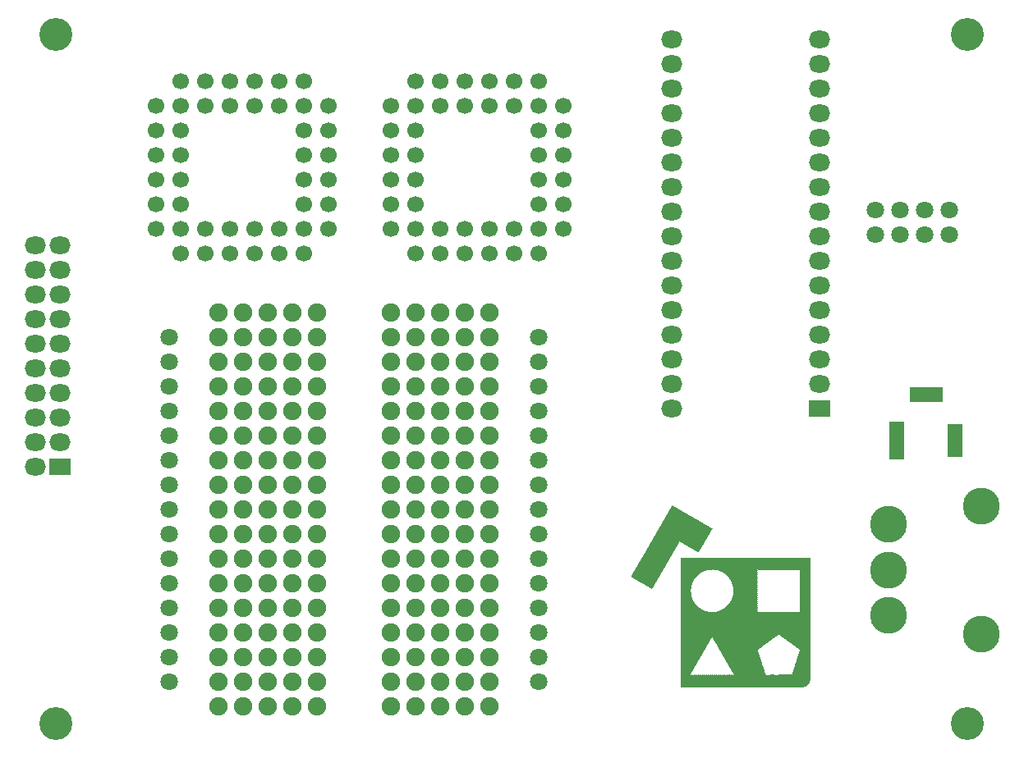
<source format=gbs>
G04*
G04 #@! TF.GenerationSoftware,Altium Limited,Altium Designer,18.1.9 (240)*
G04*
G04 Layer_Color=16711935*
%FSLAX44Y44*%
%MOMM*%
G71*
G01*
G75*
%ADD34C,1.9000*%
%ADD35C,1.8000*%
%ADD36R,3.4000X1.5000*%
%ADD37R,1.5000X3.4000*%
%ADD38R,1.5000X3.9000*%
%ADD39R,2.2000X1.8000*%
%ADD40O,2.2000X1.8000*%
%ADD41C,3.8000*%
%ADD42C,1.7000*%
%ADD43C,3.4000*%
G36*
X677158Y261112D02*
X677066D01*
Y261204D01*
X677158D01*
Y261112D01*
D02*
G37*
G36*
X680101Y259457D02*
X680009D01*
Y259548D01*
X680101D01*
Y259457D01*
D02*
G37*
G36*
X694083Y251362D02*
X693991D01*
Y251453D01*
X694083D01*
Y251362D01*
D02*
G37*
G36*
X673662Y263136D02*
X673570D01*
Y263044D01*
X673846D01*
Y262952D01*
X673938D01*
Y262860D01*
X674122D01*
Y262768D01*
X674306D01*
Y262676D01*
X674398D01*
Y262584D01*
X674582D01*
Y262492D01*
X674674D01*
Y262400D01*
X674858D01*
Y262492D01*
X674950D01*
Y262308D01*
X675042D01*
Y262216D01*
X675226D01*
Y262124D01*
X675502D01*
Y262032D01*
X675594D01*
Y261848D01*
X675870D01*
Y261756D01*
X675962D01*
Y261664D01*
X676146D01*
Y261572D01*
X676330D01*
Y261480D01*
X676422D01*
Y261388D01*
X676698D01*
Y261296D01*
X676881D01*
Y261204D01*
X676973D01*
Y261112D01*
X677066D01*
Y261020D01*
X677250D01*
Y260928D01*
X677433D01*
Y260836D01*
X677709D01*
Y260744D01*
X677801D01*
Y260652D01*
X677893D01*
Y260560D01*
X678169D01*
Y260376D01*
X678353D01*
Y260284D01*
X678537D01*
Y260192D01*
X678629D01*
Y260100D01*
X678905D01*
Y260008D01*
X679089D01*
Y259916D01*
X679273D01*
Y259824D01*
X679457D01*
Y259641D01*
X679549D01*
Y259548D01*
X679733D01*
Y259641D01*
X679825D01*
Y259457D01*
X680009D01*
Y259364D01*
X680193D01*
Y259272D01*
X680285D01*
Y259181D01*
X680469D01*
Y259088D01*
X680561D01*
Y258997D01*
X680837D01*
Y258905D01*
X680929D01*
Y258813D01*
X681205D01*
Y258721D01*
X681297D01*
Y258629D01*
X681573D01*
Y258445D01*
X681757D01*
Y258353D01*
X681941D01*
Y258261D01*
X682033D01*
Y258169D01*
X682217D01*
Y258077D01*
X682401D01*
Y257985D01*
X682493D01*
Y257893D01*
X682677D01*
Y257801D01*
X682861D01*
Y257709D01*
X683045D01*
Y257617D01*
X683137D01*
Y257525D01*
X683229D01*
Y257617D01*
X683321D01*
Y257525D01*
X683413D01*
Y257341D01*
X683689D01*
Y257249D01*
X683781D01*
Y257157D01*
X683965D01*
Y257065D01*
X684057D01*
Y256973D01*
X684149D01*
Y257065D01*
X684240D01*
Y256881D01*
X684425D01*
Y256789D01*
X684700D01*
Y256697D01*
X684792D01*
Y256605D01*
X684977D01*
Y256513D01*
X685069D01*
Y256421D01*
X685344D01*
Y256329D01*
X685436D01*
Y256237D01*
X685620D01*
Y256145D01*
X685712D01*
Y256053D01*
X685896D01*
Y255961D01*
X686080D01*
Y255777D01*
X686172D01*
Y255869D01*
X686264D01*
Y255777D01*
X686356D01*
Y255685D01*
X686540D01*
Y255593D01*
X686632D01*
Y255501D01*
X686816D01*
Y255409D01*
X687000D01*
Y255317D01*
X687184D01*
Y255225D01*
X687368D01*
Y255133D01*
X687552D01*
Y254949D01*
X687644D01*
Y255041D01*
X687736D01*
Y254857D01*
X687920D01*
Y254765D01*
X688104D01*
Y254673D01*
X688288D01*
Y254489D01*
X688564D01*
Y254397D01*
X688748D01*
Y254305D01*
X688932D01*
Y254213D01*
X689024D01*
Y254121D01*
X689208D01*
Y254029D01*
X689392D01*
Y253937D01*
X689576D01*
Y253845D01*
X689760D01*
Y253753D01*
X689944D01*
Y253569D01*
X690128D01*
Y253477D01*
X690220D01*
Y253385D01*
X690496D01*
Y253293D01*
X690680D01*
Y253201D01*
X690864D01*
Y253109D01*
X690956D01*
Y253017D01*
X691048D01*
Y252925D01*
X691140D01*
Y253017D01*
X691232D01*
Y252833D01*
X691416D01*
Y252925D01*
X691508D01*
Y252833D01*
X691600D01*
Y252649D01*
X691784D01*
Y252557D01*
X691967D01*
Y252465D01*
X692151D01*
Y252281D01*
X692428D01*
Y252189D01*
X692520D01*
Y252097D01*
X692611D01*
Y252006D01*
X692887D01*
Y251914D01*
X693071D01*
Y251821D01*
X693255D01*
Y251730D01*
X693439D01*
Y251637D01*
X693531D01*
Y251546D01*
X693623D01*
Y251453D01*
X693715D01*
Y251546D01*
X693623D01*
Y251637D01*
X693715D01*
Y251546D01*
X693807D01*
Y251362D01*
X693991D01*
Y251270D01*
X694083D01*
Y251178D01*
X694359D01*
Y251086D01*
X694543D01*
Y250902D01*
X694727D01*
Y250810D01*
X694819D01*
Y250718D01*
X694911D01*
Y250810D01*
X695003D01*
Y250718D01*
X695095D01*
Y250626D01*
X695279D01*
Y250534D01*
X695463D01*
Y250442D01*
X695647D01*
Y250258D01*
X695739D01*
Y250350D01*
X695923D01*
Y250258D01*
X696015D01*
Y250074D01*
X696199D01*
Y249982D01*
X696383D01*
Y249890D01*
X696475D01*
Y249798D01*
X696751D01*
Y249706D01*
X696935D01*
Y249614D01*
X697027D01*
Y249522D01*
X697119D01*
Y249430D01*
X697303D01*
Y249338D01*
X697487D01*
Y249246D01*
X697763D01*
Y249154D01*
X697855D01*
Y249062D01*
X697947D01*
Y248970D01*
X698223D01*
Y248786D01*
X698407D01*
Y248694D01*
X698683D01*
Y248510D01*
X698959D01*
Y248418D01*
X699143D01*
Y248234D01*
X699235D01*
Y248326D01*
X699327D01*
Y248234D01*
X699418D01*
Y248142D01*
X699510D01*
Y248050D01*
X699695D01*
Y247958D01*
X699878D01*
Y247866D01*
X700062D01*
Y247774D01*
X700247D01*
Y247682D01*
X700338D01*
Y247590D01*
X700522D01*
Y247498D01*
X700614D01*
Y247406D01*
X700706D01*
Y247498D01*
X700798D01*
Y247406D01*
X700890D01*
Y247314D01*
X700982D01*
Y247130D01*
X701350D01*
Y247038D01*
X701534D01*
Y246946D01*
X701718D01*
Y246854D01*
X701902D01*
Y246762D01*
X701994D01*
Y246670D01*
X702178D01*
Y246578D01*
X702270D01*
Y246486D01*
X702362D01*
Y246578D01*
X702454D01*
Y246486D01*
X702546D01*
Y246302D01*
X702730D01*
Y246210D01*
X702914D01*
Y246118D01*
X703006D01*
Y246026D01*
X703190D01*
Y245934D01*
X703374D01*
Y245842D01*
X703558D01*
Y245658D01*
X703650D01*
Y245750D01*
X703742D01*
Y245658D01*
X703926D01*
Y245566D01*
X704110D01*
Y245474D01*
X704202D01*
Y245382D01*
X704386D01*
Y245290D01*
X704478D01*
Y245198D01*
X704754D01*
Y245106D01*
X704846D01*
Y245014D01*
X704938D01*
Y244922D01*
X705030D01*
Y244830D01*
X705122D01*
Y244922D01*
X705214D01*
Y244738D01*
X705490D01*
Y244646D01*
X705582D01*
Y244555D01*
X705766D01*
Y244463D01*
X705950D01*
Y244370D01*
X706134D01*
Y244279D01*
X706318D01*
Y244186D01*
X706410D01*
Y244095D01*
X706594D01*
Y244002D01*
X706686D01*
Y243911D01*
X706778D01*
Y243819D01*
X707054D01*
Y243635D01*
X707329D01*
Y243543D01*
X707421D01*
Y243451D01*
X707606D01*
Y243359D01*
X707881D01*
Y243267D01*
X708065D01*
Y243175D01*
X708157D01*
Y243083D01*
X708341D01*
Y242991D01*
X708525D01*
Y242899D01*
X708709D01*
Y242807D01*
X708801D01*
Y242715D01*
X708893D01*
Y242807D01*
X708985D01*
Y242623D01*
X709077D01*
Y242531D01*
X709261D01*
Y242439D01*
X709445D01*
Y242347D01*
X709537D01*
Y242255D01*
X709629D01*
Y242163D01*
X709997D01*
Y242071D01*
X710089D01*
Y241979D01*
X710181D01*
Y241887D01*
X710273D01*
Y241979D01*
X710365D01*
Y241795D01*
X710549D01*
Y241703D01*
X710641D01*
Y241611D01*
X710917D01*
Y241427D01*
X711101D01*
Y241519D01*
X711193D01*
Y241427D01*
X711285D01*
Y241243D01*
X711377D01*
Y241151D01*
X711653D01*
Y241059D01*
X711837D01*
Y240967D01*
X712021D01*
Y240783D01*
X712113D01*
Y240875D01*
X712205D01*
Y240783D01*
X712389D01*
Y240691D01*
X712573D01*
Y240599D01*
X712665D01*
Y240507D01*
X712757D01*
Y240415D01*
X712941D01*
Y240323D01*
X713033D01*
Y240231D01*
X713217D01*
Y240139D01*
X713309D01*
Y240047D01*
X713493D01*
Y239955D01*
X713585D01*
Y239863D01*
X713861D01*
Y239771D01*
X714045D01*
Y239679D01*
X714321D01*
Y239587D01*
X714413D01*
Y239495D01*
X714505D01*
Y239403D01*
X714781D01*
Y239219D01*
X714965D01*
Y239127D01*
X714873D01*
Y239035D01*
X714781D01*
Y238851D01*
X714689D01*
Y238667D01*
X714597D01*
Y238391D01*
X714413D01*
Y238207D01*
X714321D01*
Y238023D01*
X714229D01*
Y237931D01*
X714137D01*
Y237747D01*
X714045D01*
Y237563D01*
X713861D01*
Y237287D01*
X713769D01*
Y237103D01*
X713677D01*
Y237011D01*
X713585D01*
Y236919D01*
X713493D01*
Y236551D01*
X713309D01*
Y236367D01*
X713401D01*
Y236276D01*
X713217D01*
Y236092D01*
X713033D01*
Y236000D01*
X713125D01*
Y235908D01*
X713033D01*
Y235816D01*
X712941D01*
Y235632D01*
X712849D01*
Y235540D01*
X712757D01*
Y235448D01*
X712665D01*
Y235264D01*
X712573D01*
Y234988D01*
X712481D01*
Y234804D01*
X712389D01*
Y234712D01*
X712297D01*
Y234620D01*
X712205D01*
Y234436D01*
X712113D01*
Y234252D01*
X712021D01*
Y234068D01*
X711929D01*
Y233884D01*
X711745D01*
Y233792D01*
X711837D01*
Y233700D01*
X711745D01*
Y233608D01*
X711653D01*
Y233516D01*
X711561D01*
Y233424D01*
X711469D01*
Y233148D01*
X711377D01*
Y232964D01*
X711285D01*
Y232780D01*
X711193D01*
Y232596D01*
X711101D01*
Y232412D01*
X710917D01*
Y232320D01*
X711009D01*
Y232228D01*
X710825D01*
Y232044D01*
X710733D01*
Y231768D01*
X710641D01*
Y231676D01*
X710549D01*
Y231584D01*
X710365D01*
Y231492D01*
X710457D01*
Y231400D01*
X710365D01*
Y231216D01*
X710273D01*
Y231032D01*
X710181D01*
Y230940D01*
X710089D01*
Y230848D01*
X709997D01*
Y230664D01*
X710089D01*
Y230572D01*
X709997D01*
Y230480D01*
X709905D01*
Y230388D01*
X709813D01*
Y230204D01*
X709721D01*
Y230020D01*
X709537D01*
Y229836D01*
X709445D01*
Y229652D01*
X709353D01*
Y229560D01*
X709261D01*
Y229376D01*
X709169D01*
Y229193D01*
X709077D01*
Y229009D01*
X708985D01*
Y228825D01*
X708893D01*
Y228640D01*
X708801D01*
Y228549D01*
X708709D01*
Y228365D01*
X708617D01*
Y228181D01*
X708525D01*
Y227997D01*
X708341D01*
Y227721D01*
X708157D01*
Y227353D01*
X707973D01*
Y227077D01*
X707881D01*
Y226985D01*
X707790D01*
Y226709D01*
X707698D01*
Y226617D01*
X707606D01*
Y226433D01*
X707514D01*
Y226341D01*
X707421D01*
Y226157D01*
X707329D01*
Y225973D01*
X707237D01*
Y225789D01*
X707146D01*
Y225697D01*
X707054D01*
Y225513D01*
X706870D01*
Y225237D01*
X706778D01*
Y225053D01*
X706686D01*
Y224869D01*
X706594D01*
Y224685D01*
X706502D01*
Y224409D01*
X706318D01*
Y224225D01*
X706226D01*
Y224133D01*
X706134D01*
Y223857D01*
X705950D01*
Y223489D01*
X705858D01*
Y223581D01*
X705766D01*
Y223397D01*
X705674D01*
Y223121D01*
X705582D01*
Y222937D01*
X705490D01*
Y222845D01*
X705398D01*
Y222569D01*
X705306D01*
Y222477D01*
X705214D01*
Y222201D01*
X705030D01*
Y221925D01*
X704846D01*
Y221741D01*
X704754D01*
Y221558D01*
X704662D01*
Y221465D01*
X704570D01*
Y221282D01*
X704478D01*
Y221189D01*
X704386D01*
Y221098D01*
X704478D01*
Y221006D01*
X704386D01*
Y220914D01*
X704294D01*
Y220730D01*
X704202D01*
Y220546D01*
X704110D01*
Y220362D01*
X704018D01*
Y220270D01*
X703926D01*
Y219994D01*
X703742D01*
Y219718D01*
X703650D01*
Y219626D01*
X703558D01*
Y219534D01*
X703466D01*
Y219350D01*
X703374D01*
Y219166D01*
X703282D01*
Y219074D01*
X703190D01*
Y218798D01*
X703098D01*
Y218706D01*
X703006D01*
Y218430D01*
X702822D01*
Y218338D01*
X702914D01*
Y218246D01*
X702822D01*
Y218154D01*
X702730D01*
Y218062D01*
X702638D01*
Y217878D01*
X702546D01*
Y217694D01*
X702454D01*
Y217602D01*
X702362D01*
Y217418D01*
X702270D01*
Y217326D01*
X702178D01*
Y217142D01*
X702086D01*
Y216958D01*
X701994D01*
Y216866D01*
X701902D01*
Y216590D01*
X701810D01*
Y216406D01*
X701718D01*
Y216222D01*
X701626D01*
Y216130D01*
X701534D01*
Y215946D01*
X701442D01*
Y215854D01*
X701350D01*
Y215670D01*
X701258D01*
Y215486D01*
X701166D01*
Y215302D01*
X701074D01*
Y215210D01*
X700982D01*
Y215026D01*
X701074D01*
Y214934D01*
X700798D01*
Y214842D01*
X700890D01*
Y214750D01*
X700798D01*
Y214658D01*
X700706D01*
Y214382D01*
X700614D01*
Y214474D01*
X700522D01*
Y214658D01*
X700430D01*
Y214566D01*
X700247D01*
Y214658D01*
X700338D01*
Y214750D01*
X700154D01*
Y214842D01*
X699970D01*
Y214934D01*
X699787D01*
Y215026D01*
X699603D01*
Y215118D01*
X699510D01*
Y215210D01*
X699327D01*
Y215302D01*
X699235D01*
Y215394D01*
X699051D01*
Y215486D01*
X698867D01*
Y215578D01*
X698683D01*
Y215670D01*
X698407D01*
Y215762D01*
X698315D01*
Y215946D01*
X698223D01*
Y215854D01*
X698039D01*
Y216038D01*
X697947D01*
Y216130D01*
X697763D01*
Y216222D01*
X697579D01*
Y216314D01*
X697395D01*
Y216406D01*
X697303D01*
Y216498D01*
X697119D01*
Y216590D01*
X696935D01*
Y216682D01*
X696751D01*
Y216774D01*
X696659D01*
Y216866D01*
X696475D01*
Y216958D01*
X696199D01*
Y217050D01*
X696107D01*
Y217234D01*
X696015D01*
Y217142D01*
X695923D01*
Y217234D01*
X695739D01*
Y217418D01*
X695463D01*
Y217510D01*
X695371D01*
Y217602D01*
X695187D01*
Y217694D01*
X695003D01*
Y217786D01*
X694911D01*
Y217878D01*
X694727D01*
Y217970D01*
X694451D01*
Y218062D01*
X694359D01*
Y218154D01*
X694267D01*
Y218246D01*
X693991D01*
Y218338D01*
X693899D01*
Y218430D01*
X693715D01*
Y218522D01*
X693531D01*
Y218614D01*
X693439D01*
Y218706D01*
X693163D01*
Y218890D01*
X692979D01*
Y218982D01*
X692795D01*
Y219074D01*
X692611D01*
Y219166D01*
X692428D01*
Y219258D01*
X692243D01*
Y219350D01*
X692059D01*
Y219442D01*
X691876D01*
Y219534D01*
X691784D01*
Y219626D01*
X691692D01*
Y219718D01*
X691508D01*
Y219810D01*
X691324D01*
Y219902D01*
X691232D01*
Y219994D01*
X691048D01*
Y220086D01*
X690864D01*
Y220178D01*
X690772D01*
Y220270D01*
X690588D01*
Y220362D01*
X690404D01*
Y220454D01*
X690312D01*
Y220362D01*
X690220D01*
Y220546D01*
X690036D01*
Y220638D01*
X689852D01*
Y220730D01*
X689668D01*
Y220822D01*
X689484D01*
Y220914D01*
X689300D01*
Y221098D01*
X689116D01*
Y221189D01*
X689024D01*
Y221282D01*
X688840D01*
Y221374D01*
X688656D01*
Y221465D01*
X688564D01*
Y221558D01*
X688380D01*
Y221649D01*
X688196D01*
Y221741D01*
X688104D01*
Y221649D01*
X688012D01*
Y221741D01*
X687920D01*
Y221833D01*
X687828D01*
Y221925D01*
X687552D01*
Y222017D01*
X687460D01*
Y222109D01*
X687368D01*
Y222201D01*
X687092D01*
Y222293D01*
X687000D01*
Y222385D01*
X686908D01*
Y222477D01*
X686724D01*
Y222569D01*
X686632D01*
Y222661D01*
X686356D01*
Y222753D01*
X686264D01*
Y222845D01*
X686172D01*
Y222937D01*
X685804D01*
Y223121D01*
X685620D01*
Y223213D01*
X685344D01*
Y223305D01*
X685252D01*
Y223397D01*
X685069D01*
Y223489D01*
X684884D01*
Y223581D01*
X684792D01*
Y223673D01*
X684700D01*
Y223765D01*
X684425D01*
Y223949D01*
X684149D01*
Y224041D01*
X684057D01*
Y224133D01*
X683965D01*
Y224225D01*
X683781D01*
Y224317D01*
X683505D01*
Y224409D01*
X683321D01*
Y224501D01*
X683137D01*
Y224593D01*
X683045D01*
Y224685D01*
X682861D01*
Y224777D01*
X682677D01*
Y224869D01*
X682493D01*
Y224961D01*
X682401D01*
Y225053D01*
X682309D01*
Y225145D01*
X682125D01*
Y225237D01*
X681941D01*
Y225329D01*
X681849D01*
Y225421D01*
X681757D01*
Y225513D01*
X681481D01*
Y225605D01*
X681389D01*
Y225697D01*
X681297D01*
Y225605D01*
X681205D01*
Y225789D01*
X681113D01*
Y225697D01*
X680929D01*
Y225513D01*
X680745D01*
Y225237D01*
X680653D01*
Y225145D01*
X680561D01*
Y224869D01*
X680469D01*
Y224777D01*
X680377D01*
Y224593D01*
X680285D01*
Y224409D01*
X680193D01*
Y224225D01*
X680101D01*
Y224133D01*
X680009D01*
Y223949D01*
X679917D01*
Y223857D01*
X679825D01*
Y223489D01*
X679733D01*
Y223581D01*
X679641D01*
Y223305D01*
X679457D01*
Y223029D01*
X679365D01*
Y222845D01*
X679273D01*
Y222661D01*
X679181D01*
Y222569D01*
X679089D01*
Y222385D01*
X678997D01*
Y222201D01*
X678905D01*
Y222017D01*
X678813D01*
Y221925D01*
X678721D01*
Y221649D01*
X678537D01*
Y221374D01*
X678445D01*
Y221282D01*
X678353D01*
Y221006D01*
X678169D01*
Y220822D01*
X678077D01*
Y220638D01*
X677985D01*
Y220362D01*
X677801D01*
Y219994D01*
X677709D01*
Y219902D01*
X677617D01*
Y219810D01*
X677525D01*
Y219626D01*
X677433D01*
Y219442D01*
X677250D01*
Y219166D01*
X677066D01*
Y219074D01*
X677158D01*
Y218982D01*
X676973D01*
Y218706D01*
X676881D01*
Y218522D01*
X676698D01*
Y218154D01*
X676606D01*
Y218062D01*
X676514D01*
Y217786D01*
X676330D01*
Y217602D01*
X676422D01*
Y217510D01*
X676238D01*
Y217418D01*
X676146D01*
Y217326D01*
X676054D01*
Y217142D01*
X675962D01*
Y217050D01*
X675870D01*
Y216774D01*
X675778D01*
Y216682D01*
X675686D01*
Y216498D01*
X675594D01*
Y216314D01*
X675502D01*
Y216038D01*
X675410D01*
Y215946D01*
X675318D01*
Y215854D01*
X675226D01*
Y215578D01*
X675042D01*
Y215394D01*
X674950D01*
Y215118D01*
X674766D01*
Y214934D01*
X674674D01*
Y214842D01*
X674582D01*
Y214658D01*
X674490D01*
Y214474D01*
X674398D01*
Y214290D01*
X674306D01*
Y214014D01*
X674122D01*
Y213738D01*
X674030D01*
Y213647D01*
X673938D01*
Y213463D01*
X673846D01*
Y213279D01*
X673662D01*
Y212911D01*
X673570D01*
Y212819D01*
X673386D01*
Y212543D01*
X673294D01*
Y212451D01*
X673202D01*
Y212175D01*
X673110D01*
Y211991D01*
X673018D01*
Y211807D01*
X672926D01*
Y211623D01*
X672834D01*
Y211531D01*
X672742D01*
Y211439D01*
X672650D01*
Y211347D01*
X672742D01*
Y211255D01*
X672558D01*
Y211071D01*
X672466D01*
Y210979D01*
X672374D01*
Y210795D01*
X672282D01*
Y210611D01*
X672098D01*
Y210519D01*
X672190D01*
Y210427D01*
X672098D01*
Y210243D01*
X672006D01*
Y210059D01*
X671914D01*
Y209875D01*
X671822D01*
Y209783D01*
X671730D01*
Y209691D01*
X671822D01*
Y209599D01*
X671638D01*
Y209415D01*
X671546D01*
Y209323D01*
X671454D01*
Y209047D01*
X671362D01*
Y208955D01*
X671178D01*
Y208587D01*
X670994D01*
Y208311D01*
X670902D01*
Y208219D01*
X670810D01*
Y208035D01*
X670626D01*
Y207667D01*
X670534D01*
Y207575D01*
X670442D01*
Y207391D01*
X670350D01*
Y207299D01*
X670258D01*
Y207023D01*
X670074D01*
Y206747D01*
X669890D01*
Y206563D01*
X669799D01*
Y206380D01*
X669706D01*
Y206103D01*
X669614D01*
Y205919D01*
X669522D01*
Y205736D01*
X669430D01*
Y205644D01*
X669339D01*
Y205460D01*
X669247D01*
Y205368D01*
X669155D01*
Y205092D01*
X668970D01*
Y204816D01*
X668879D01*
Y204724D01*
X668787D01*
Y204540D01*
X668695D01*
Y204448D01*
X668603D01*
Y204356D01*
X668511D01*
Y204080D01*
X668419D01*
Y203804D01*
X668327D01*
Y203712D01*
X668235D01*
Y203528D01*
X668143D01*
Y203436D01*
X668051D01*
Y203252D01*
X667959D01*
Y203160D01*
X667867D01*
Y202976D01*
X667775D01*
Y202884D01*
X667683D01*
Y202700D01*
X667591D01*
Y202516D01*
X667499D01*
Y202424D01*
X667407D01*
Y202148D01*
X667315D01*
Y202056D01*
X667223D01*
Y201872D01*
X667131D01*
Y201596D01*
X667039D01*
Y201504D01*
X666947D01*
Y201320D01*
X666855D01*
Y201228D01*
X666763D01*
Y200952D01*
X666579D01*
Y200768D01*
X666487D01*
Y200584D01*
X666395D01*
Y200400D01*
X666303D01*
Y200308D01*
X666211D01*
Y200124D01*
X666119D01*
Y200032D01*
X666027D01*
Y199940D01*
X666119D01*
Y199848D01*
X666027D01*
Y199756D01*
X665935D01*
Y199664D01*
X665843D01*
Y199388D01*
X665751D01*
Y199296D01*
X665659D01*
Y199112D01*
X665567D01*
Y199020D01*
X665475D01*
Y198836D01*
X665383D01*
Y198652D01*
X665291D01*
Y198561D01*
X665199D01*
Y198468D01*
X665107D01*
Y198193D01*
X665015D01*
Y198100D01*
X664923D01*
Y197825D01*
X664831D01*
Y197733D01*
X664739D01*
Y197457D01*
X664555D01*
Y197181D01*
X664463D01*
Y197089D01*
X664371D01*
Y196997D01*
X664279D01*
Y196721D01*
X664187D01*
Y196629D01*
X664095D01*
Y196445D01*
X664003D01*
Y196261D01*
X663911D01*
Y196169D01*
X663819D01*
Y195985D01*
X663727D01*
Y195893D01*
X663635D01*
Y195709D01*
X663727D01*
Y195617D01*
X663543D01*
Y195525D01*
X663451D01*
Y195341D01*
X663359D01*
Y195157D01*
X663267D01*
Y194973D01*
X663083D01*
Y194697D01*
X662991D01*
Y194605D01*
X662899D01*
Y194329D01*
X662807D01*
Y194237D01*
X662715D01*
Y194053D01*
X662807D01*
Y193961D01*
X662531D01*
Y193685D01*
X662439D01*
Y193593D01*
X662347D01*
Y193501D01*
X662439D01*
Y193409D01*
X662347D01*
Y193317D01*
X662255D01*
Y193225D01*
X662163D01*
Y193133D01*
X662255D01*
Y193041D01*
X662071D01*
Y193133D01*
X661980D01*
Y192765D01*
X661888D01*
Y192673D01*
X661796D01*
Y192397D01*
X661611D01*
Y192121D01*
X661519D01*
Y192029D01*
X661428D01*
Y191753D01*
X661336D01*
Y191661D01*
X661244D01*
Y191477D01*
X661152D01*
Y191385D01*
X661060D01*
Y191110D01*
X660876D01*
Y190926D01*
X660784D01*
Y190742D01*
X660692D01*
Y190650D01*
X660600D01*
Y190466D01*
X660508D01*
Y190282D01*
X660416D01*
Y190098D01*
X660324D01*
Y189914D01*
X660232D01*
Y189822D01*
X660140D01*
Y189546D01*
X660048D01*
Y189454D01*
X659956D01*
Y189270D01*
X659864D01*
Y189086D01*
X659772D01*
Y188902D01*
X659588D01*
Y188718D01*
X659496D01*
Y188626D01*
X659588D01*
Y188534D01*
X659404D01*
Y188350D01*
X659312D01*
Y188166D01*
X659220D01*
Y188074D01*
X659128D01*
Y187890D01*
X659036D01*
Y187706D01*
X658944D01*
Y187522D01*
X658852D01*
Y187338D01*
X658760D01*
Y187246D01*
X658668D01*
Y187062D01*
X658576D01*
Y186970D01*
X658484D01*
Y186878D01*
X658392D01*
Y186602D01*
X658300D01*
Y186418D01*
X658208D01*
Y186326D01*
X658116D01*
Y186142D01*
X658024D01*
Y186050D01*
X657932D01*
Y185774D01*
X657840D01*
Y185498D01*
X657656D01*
Y185406D01*
X657564D01*
Y185222D01*
X657656D01*
Y185130D01*
X657564D01*
Y185038D01*
X657472D01*
Y184946D01*
X657288D01*
Y184670D01*
X657196D01*
Y184486D01*
X657012D01*
Y184210D01*
X656920D01*
Y184026D01*
X656828D01*
Y183934D01*
X656736D01*
Y183750D01*
X656644D01*
Y183566D01*
X656552D01*
Y183475D01*
X656460D01*
Y183291D01*
X656368D01*
Y183106D01*
X656276D01*
Y183015D01*
X656184D01*
Y182739D01*
X656092D01*
Y182555D01*
X655908D01*
Y182279D01*
X655724D01*
Y182187D01*
X655816D01*
Y182095D01*
X655724D01*
Y182003D01*
X655632D01*
Y181911D01*
X655540D01*
Y181543D01*
X655448D01*
Y181451D01*
X655356D01*
Y181359D01*
X655264D01*
Y181175D01*
X655172D01*
Y181083D01*
X655080D01*
Y180899D01*
X654988D01*
Y180623D01*
X654804D01*
Y180347D01*
X654620D01*
Y180163D01*
X654529D01*
Y179979D01*
X654436D01*
Y179703D01*
X654344D01*
Y179611D01*
X654252D01*
Y179335D01*
X654069D01*
Y179059D01*
X653977D01*
Y178967D01*
X653885D01*
Y178783D01*
X653792D01*
Y178691D01*
X653701D01*
Y178507D01*
X653609D01*
Y178415D01*
X653517D01*
Y178231D01*
X653609D01*
Y178139D01*
X653425D01*
Y178047D01*
X653333D01*
Y177771D01*
X653241D01*
Y177679D01*
X653149D01*
Y177495D01*
X653057D01*
Y177403D01*
X652965D01*
Y177127D01*
X652873D01*
Y177035D01*
X652781D01*
Y176851D01*
X652597D01*
Y176943D01*
X652321D01*
Y177127D01*
X652229D01*
Y177035D01*
X652045D01*
Y177127D01*
X651953D01*
Y177311D01*
X651677D01*
Y177403D01*
X651585D01*
Y177495D01*
X651401D01*
Y177587D01*
X651217D01*
Y177679D01*
X651033D01*
Y177771D01*
X650849D01*
Y177863D01*
X650665D01*
Y178047D01*
X650481D01*
Y178139D01*
X650389D01*
Y178231D01*
X650113D01*
Y178415D01*
X650021D01*
Y178323D01*
X649929D01*
Y178415D01*
X649745D01*
Y178599D01*
X649561D01*
Y178691D01*
X649377D01*
Y178783D01*
X649193D01*
Y178875D01*
X649009D01*
Y178967D01*
X648825D01*
Y179059D01*
X648641D01*
Y179151D01*
X648457D01*
Y179243D01*
X648365D01*
Y179335D01*
X648273D01*
Y179243D01*
X648181D01*
Y179427D01*
X648089D01*
Y179519D01*
X647905D01*
Y179611D01*
X647721D01*
Y179703D01*
X647629D01*
Y179795D01*
X647445D01*
Y179887D01*
X647261D01*
Y179979D01*
X647169D01*
Y180071D01*
X646985D01*
Y180163D01*
X646710D01*
Y180255D01*
X646618D01*
Y180347D01*
X646525D01*
Y180255D01*
X646433D01*
Y180439D01*
X646250D01*
Y180623D01*
X646066D01*
Y180531D01*
X645974D01*
Y180715D01*
X645882D01*
Y180807D01*
X645698D01*
Y180899D01*
X645606D01*
Y180807D01*
X645514D01*
Y180991D01*
X645422D01*
Y181083D01*
X645330D01*
Y181175D01*
X645054D01*
Y181267D01*
X644870D01*
Y181359D01*
X644686D01*
Y181451D01*
X644594D01*
Y181543D01*
X644410D01*
Y181635D01*
X644226D01*
Y181727D01*
X644042D01*
Y181819D01*
X643766D01*
Y181911D01*
X643674D01*
Y182095D01*
X643490D01*
Y182187D01*
X643398D01*
Y182095D01*
X643306D01*
Y182279D01*
X643214D01*
Y182371D01*
X642938D01*
Y182463D01*
X642846D01*
Y182555D01*
X642662D01*
Y182647D01*
X642478D01*
Y182739D01*
X642294D01*
Y182831D01*
X642018D01*
Y183015D01*
X641834D01*
Y183106D01*
X641558D01*
Y183199D01*
X641466D01*
Y183291D01*
X641282D01*
Y183382D01*
X641098D01*
Y183566D01*
X640914D01*
Y183659D01*
X640730D01*
Y183750D01*
X640638D01*
Y183842D01*
X640362D01*
Y183934D01*
X640270D01*
Y184026D01*
X640086D01*
Y184118D01*
X639994D01*
Y184210D01*
X639902D01*
Y184118D01*
X639810D01*
Y184210D01*
X639718D01*
Y184302D01*
X639626D01*
Y184394D01*
X639534D01*
Y184302D01*
X639442D01*
Y184486D01*
X639351D01*
Y184578D01*
X639075D01*
Y184670D01*
X638890D01*
Y184762D01*
X638798D01*
Y184854D01*
X638615D01*
Y184946D01*
X638431D01*
Y185038D01*
X638339D01*
Y185130D01*
X638155D01*
Y185222D01*
X638063D01*
Y185314D01*
X637787D01*
Y185406D01*
X637695D01*
Y185498D01*
X637511D01*
Y185590D01*
X637419D01*
Y185682D01*
X637327D01*
Y185590D01*
X637235D01*
Y185682D01*
X637143D01*
Y185866D01*
X636959D01*
Y185774D01*
X636867D01*
Y185958D01*
X636775D01*
Y186050D01*
X636683D01*
Y186142D01*
X636407D01*
Y186234D01*
X636223D01*
Y186326D01*
X636131D01*
Y186418D01*
X635947D01*
Y186510D01*
X635763D01*
Y186602D01*
X635579D01*
Y186694D01*
X635395D01*
Y186786D01*
X635211D01*
Y186878D01*
X635027D01*
Y186970D01*
X634935D01*
Y187062D01*
X634843D01*
Y187154D01*
X634751D01*
Y187246D01*
X634659D01*
Y187154D01*
X634567D01*
Y187338D01*
X634291D01*
Y187430D01*
X634199D01*
Y187522D01*
X634015D01*
Y187614D01*
X633923D01*
Y187706D01*
X633739D01*
Y187798D01*
X633555D01*
Y187890D01*
X633463D01*
Y187798D01*
X633371D01*
Y187982D01*
X633187D01*
Y188074D01*
X633003D01*
Y188258D01*
X632819D01*
Y188350D01*
X632543D01*
Y188442D01*
X632451D01*
Y188534D01*
X632267D01*
Y188718D01*
X632175D01*
Y188626D01*
X632083D01*
Y188718D01*
X631991D01*
Y188810D01*
X631899D01*
Y188902D01*
X631623D01*
Y188994D01*
X631531D01*
Y189086D01*
X631348D01*
Y189178D01*
X631072D01*
Y189270D01*
X630979D01*
Y189362D01*
X630796D01*
Y189454D01*
X630888D01*
Y189546D01*
X630979D01*
Y189730D01*
X631072D01*
Y190006D01*
X631163D01*
Y190098D01*
X631255D01*
Y190190D01*
X631348D01*
Y190374D01*
X631440D01*
Y190466D01*
X631531D01*
Y190650D01*
X631623D01*
Y190833D01*
X631715D01*
Y190926D01*
X631807D01*
Y191017D01*
X631899D01*
Y191293D01*
X631991D01*
Y191385D01*
X632083D01*
Y191661D01*
X632175D01*
Y191845D01*
X632267D01*
Y192029D01*
X632359D01*
Y192213D01*
X632451D01*
Y192305D01*
X632543D01*
Y192581D01*
X632727D01*
Y192765D01*
X632819D01*
Y192857D01*
X632911D01*
Y193041D01*
X633003D01*
Y193225D01*
X633095D01*
Y193317D01*
X633187D01*
Y193501D01*
X633279D01*
Y193593D01*
X633371D01*
Y193869D01*
X633463D01*
Y194053D01*
X633555D01*
Y194237D01*
X633647D01*
Y194421D01*
X633739D01*
Y194513D01*
X633831D01*
Y194605D01*
X633923D01*
Y194789D01*
X634015D01*
Y194973D01*
X634107D01*
Y195065D01*
X634015D01*
Y195157D01*
X634199D01*
Y195249D01*
X634291D01*
Y195525D01*
X634475D01*
Y195801D01*
X634659D01*
Y196077D01*
X634751D01*
Y196261D01*
X634843D01*
Y196537D01*
X635027D01*
Y196721D01*
X635119D01*
Y196905D01*
X635211D01*
Y196997D01*
X635303D01*
Y197089D01*
X635395D01*
Y197365D01*
X635487D01*
Y197457D01*
X635579D01*
Y197733D01*
X635671D01*
Y197825D01*
X635763D01*
Y198009D01*
X635855D01*
Y198100D01*
X635947D01*
Y198377D01*
X636039D01*
Y198468D01*
X636131D01*
Y198652D01*
X636223D01*
Y198836D01*
X636315D01*
Y199020D01*
X636407D01*
Y199112D01*
X636499D01*
Y199296D01*
X636591D01*
Y199388D01*
X636683D01*
Y199572D01*
X636775D01*
Y199756D01*
X636867D01*
Y199940D01*
X636959D01*
Y200032D01*
X637051D01*
Y200308D01*
X637143D01*
Y200400D01*
X637235D01*
Y200584D01*
X637327D01*
Y200676D01*
X637419D01*
Y200860D01*
X637511D01*
Y200952D01*
X637603D01*
Y201136D01*
X637511D01*
Y201228D01*
X637695D01*
Y201320D01*
X637787D01*
Y201596D01*
X637971D01*
Y201688D01*
X638063D01*
Y201872D01*
X638155D01*
Y202240D01*
X638247D01*
Y202332D01*
X638339D01*
Y202516D01*
X638431D01*
Y202608D01*
X638522D01*
Y202792D01*
X638615D01*
Y202884D01*
X638707D01*
Y203160D01*
X638798D01*
Y203252D01*
X638890D01*
Y203436D01*
X638983D01*
Y203528D01*
X639075D01*
Y203620D01*
X639166D01*
Y203896D01*
X639258D01*
Y203988D01*
X639351D01*
Y204080D01*
X639442D01*
Y204448D01*
X639534D01*
Y204540D01*
X639626D01*
Y204724D01*
X639718D01*
Y204816D01*
X639810D01*
Y205092D01*
X639994D01*
Y205368D01*
X640086D01*
Y205460D01*
X640178D01*
Y205552D01*
X640270D01*
Y205828D01*
X640362D01*
Y205919D01*
X640454D01*
Y206103D01*
X640546D01*
Y206287D01*
X640730D01*
Y206380D01*
X640638D01*
Y206471D01*
X640730D01*
Y206655D01*
X640822D01*
Y206747D01*
X640914D01*
Y206931D01*
X641006D01*
Y207023D01*
X641098D01*
Y207299D01*
X641190D01*
Y207391D01*
X641282D01*
Y207483D01*
X641374D01*
Y207667D01*
X641466D01*
Y207759D01*
X641558D01*
Y207943D01*
X641650D01*
Y208127D01*
X641742D01*
Y208311D01*
X641834D01*
Y208587D01*
X641926D01*
Y208679D01*
X642018D01*
Y208863D01*
X642110D01*
Y209047D01*
X642202D01*
Y209231D01*
X642294D01*
Y209323D01*
X642386D01*
Y209415D01*
X642294D01*
Y209507D01*
X642478D01*
Y209691D01*
X642662D01*
Y209875D01*
X642754D01*
Y210151D01*
X642938D01*
Y210427D01*
X643030D01*
Y210519D01*
X643122D01*
Y210795D01*
X643214D01*
Y210979D01*
X643306D01*
Y211071D01*
X643398D01*
Y211163D01*
X643490D01*
Y211347D01*
X643582D01*
Y211531D01*
X643674D01*
Y211623D01*
X643766D01*
Y211899D01*
X643858D01*
Y211991D01*
X643950D01*
Y212083D01*
X644042D01*
Y212359D01*
X644226D01*
Y212727D01*
X644410D01*
Y213003D01*
X644502D01*
Y213187D01*
X644594D01*
Y213279D01*
X644686D01*
Y213554D01*
X644870D01*
Y213738D01*
X644962D01*
Y214014D01*
X645146D01*
Y214290D01*
X645330D01*
Y214474D01*
X645422D01*
Y214566D01*
X645330D01*
Y214658D01*
X645514D01*
Y214934D01*
X645698D01*
Y215210D01*
X645790D01*
Y215394D01*
X645882D01*
Y215486D01*
X645974D01*
Y215762D01*
X646066D01*
Y215854D01*
X646250D01*
Y216222D01*
X646433D01*
Y216498D01*
X646618D01*
Y216682D01*
X646710D01*
Y216774D01*
X646618D01*
Y216866D01*
X646710D01*
Y216958D01*
X646801D01*
Y217142D01*
X646893D01*
Y217234D01*
X646985D01*
Y217418D01*
X647077D01*
Y217602D01*
X647169D01*
Y217786D01*
X647261D01*
Y217878D01*
X647353D01*
Y218062D01*
X647445D01*
Y218154D01*
X647537D01*
Y218338D01*
X647629D01*
Y218430D01*
X647721D01*
Y218614D01*
X647813D01*
Y218706D01*
X647721D01*
Y218798D01*
X647813D01*
Y218890D01*
X647905D01*
Y219074D01*
X648089D01*
Y219350D01*
X648181D01*
Y219626D01*
X648273D01*
Y219718D01*
X648365D01*
Y219810D01*
X648457D01*
Y220086D01*
X648641D01*
Y220270D01*
X648733D01*
Y220454D01*
X648825D01*
Y220546D01*
X648917D01*
Y220730D01*
X649009D01*
Y220914D01*
X649101D01*
Y221098D01*
X649193D01*
Y221374D01*
X649285D01*
Y221465D01*
X649377D01*
Y221649D01*
X649561D01*
Y221925D01*
X649653D01*
Y222017D01*
X649745D01*
Y222293D01*
X649837D01*
Y222385D01*
X649929D01*
Y222477D01*
X650021D01*
Y222661D01*
X650113D01*
Y222753D01*
X650205D01*
Y223029D01*
X650297D01*
Y223121D01*
X650389D01*
Y223305D01*
X650481D01*
Y223581D01*
X650573D01*
Y223673D01*
X650665D01*
Y223857D01*
X650757D01*
Y223949D01*
X650849D01*
Y224133D01*
X650941D01*
Y224225D01*
X651033D01*
Y224409D01*
X651125D01*
Y224593D01*
X651217D01*
Y224685D01*
X651309D01*
Y224869D01*
X651401D01*
Y225053D01*
X651493D01*
Y225145D01*
X651585D01*
Y225421D01*
X651769D01*
Y225789D01*
X651861D01*
Y225881D01*
X651953D01*
Y226065D01*
X652045D01*
Y226157D01*
X652137D01*
Y226249D01*
X652229D01*
Y226525D01*
X652321D01*
Y226617D01*
X652413D01*
Y226801D01*
X652505D01*
Y226985D01*
X652597D01*
Y227077D01*
X652689D01*
Y227261D01*
X652781D01*
Y227537D01*
X652873D01*
Y227629D01*
X652965D01*
Y227721D01*
X653057D01*
Y227997D01*
X653241D01*
Y228181D01*
X653149D01*
Y228273D01*
X653333D01*
Y228457D01*
X653425D01*
Y228549D01*
X653517D01*
Y228640D01*
X653609D01*
Y228825D01*
X653701D01*
Y228916D01*
X653792D01*
Y229284D01*
X653977D01*
Y229560D01*
X654069D01*
Y229652D01*
X654161D01*
Y229836D01*
X654252D01*
Y230112D01*
X654344D01*
Y230204D01*
X654529D01*
Y230388D01*
X654436D01*
Y230480D01*
X654620D01*
Y230572D01*
X654712D01*
Y230848D01*
X654804D01*
Y230940D01*
X654896D01*
Y231124D01*
X655080D01*
Y231492D01*
X655264D01*
Y231860D01*
X655356D01*
Y231952D01*
X655448D01*
Y232136D01*
X655540D01*
Y232228D01*
X655632D01*
Y232412D01*
X655816D01*
Y232504D01*
X655724D01*
Y232596D01*
X655816D01*
Y232688D01*
X655908D01*
Y232780D01*
X656000D01*
Y233056D01*
X656092D01*
Y233148D01*
X656184D01*
Y233332D01*
X656276D01*
Y233516D01*
X656368D01*
Y233700D01*
X656552D01*
Y234068D01*
X656736D01*
Y234344D01*
X656828D01*
Y234436D01*
X656920D01*
Y234528D01*
X657012D01*
Y234712D01*
X657104D01*
Y234988D01*
X657288D01*
Y235172D01*
X657380D01*
Y235356D01*
X657472D01*
Y235632D01*
X657656D01*
Y235724D01*
X657564D01*
Y235816D01*
X657656D01*
Y235908D01*
X657840D01*
Y236276D01*
X657932D01*
Y236367D01*
X658024D01*
Y236551D01*
X658116D01*
Y236735D01*
X658300D01*
Y237011D01*
X658392D01*
Y237195D01*
X658484D01*
Y237287D01*
X658576D01*
Y237379D01*
X658668D01*
Y237563D01*
X658760D01*
Y237747D01*
X658852D01*
Y238023D01*
X658944D01*
Y238207D01*
X659128D01*
Y238391D01*
X659220D01*
Y238575D01*
X659312D01*
Y238667D01*
X659404D01*
Y238759D01*
X659312D01*
Y238851D01*
X659496D01*
Y239127D01*
X659588D01*
Y239219D01*
X659680D01*
Y239311D01*
X659772D01*
Y239587D01*
X659864D01*
Y239679D01*
X659956D01*
Y239863D01*
X660048D01*
Y240047D01*
X660140D01*
Y240231D01*
X660232D01*
Y240415D01*
X660324D01*
Y240599D01*
X660508D01*
Y240783D01*
X660600D01*
Y240967D01*
X660692D01*
Y241059D01*
X660784D01*
Y241243D01*
X660876D01*
Y241427D01*
X660968D01*
Y241519D01*
X661060D01*
Y241703D01*
X661152D01*
Y241887D01*
X661244D01*
Y242071D01*
X661336D01*
Y242347D01*
X661428D01*
Y242439D01*
X661519D01*
Y242531D01*
X661611D01*
Y242623D01*
X661703D01*
Y242899D01*
X661796D01*
Y242991D01*
X661888D01*
Y243175D01*
X661980D01*
Y243267D01*
X662071D01*
Y243543D01*
X662163D01*
Y243635D01*
X662255D01*
Y243819D01*
X662347D01*
Y244002D01*
X662439D01*
Y244095D01*
X662531D01*
Y244279D01*
X662623D01*
Y244370D01*
X662531D01*
Y244463D01*
X662715D01*
Y244646D01*
X662807D01*
Y244830D01*
X662899D01*
Y244922D01*
X662991D01*
Y245106D01*
X663175D01*
Y245382D01*
X663267D01*
Y245474D01*
X663359D01*
Y245750D01*
X663451D01*
Y245842D01*
X663543D01*
Y246118D01*
X663635D01*
Y246210D01*
X663727D01*
Y246394D01*
X663819D01*
Y246578D01*
X663911D01*
Y246762D01*
X664003D01*
Y246854D01*
X664095D01*
Y247038D01*
X664187D01*
Y247130D01*
X664279D01*
Y247314D01*
X664463D01*
Y247406D01*
X664371D01*
Y247498D01*
X664463D01*
Y247682D01*
X664555D01*
Y247774D01*
X664647D01*
Y247958D01*
X664739D01*
Y248050D01*
X664831D01*
Y248418D01*
X665015D01*
Y248694D01*
X665199D01*
Y248970D01*
X665383D01*
Y249338D01*
X665475D01*
Y249430D01*
X665567D01*
Y249614D01*
X665751D01*
Y249890D01*
X665843D01*
Y249982D01*
X665935D01*
Y250258D01*
X666027D01*
Y250350D01*
X666119D01*
Y250626D01*
X666303D01*
Y250810D01*
X666211D01*
Y250902D01*
X666303D01*
Y250810D01*
X666395D01*
Y250902D01*
X666303D01*
Y250994D01*
X666487D01*
Y251178D01*
X666671D01*
Y251362D01*
X666763D01*
Y251637D01*
X666947D01*
Y251730D01*
X666855D01*
Y251821D01*
X666947D01*
Y251914D01*
X667039D01*
Y252097D01*
X667131D01*
Y252189D01*
X667223D01*
Y252465D01*
X667315D01*
Y252557D01*
X667407D01*
Y252649D01*
X667315D01*
Y252741D01*
X667407D01*
Y252833D01*
X667591D01*
Y253201D01*
X667775D01*
Y253385D01*
X667867D01*
Y253569D01*
X668051D01*
Y253845D01*
X668143D01*
Y254029D01*
X668235D01*
Y254213D01*
X668327D01*
Y254305D01*
X668419D01*
Y254489D01*
X668511D01*
Y254673D01*
X668603D01*
Y254765D01*
X668695D01*
Y255041D01*
X668879D01*
Y255225D01*
X668970D01*
Y255501D01*
X669155D01*
Y255593D01*
X669062D01*
Y255685D01*
X669247D01*
Y255869D01*
X669339D01*
Y255961D01*
X669430D01*
Y256237D01*
X669522D01*
Y256421D01*
X669614D01*
Y256605D01*
X669706D01*
Y256789D01*
X669799D01*
Y256881D01*
X669890D01*
Y257065D01*
X669982D01*
Y257249D01*
X670074D01*
Y257341D01*
X670166D01*
Y257433D01*
X670258D01*
Y257617D01*
X670350D01*
Y257709D01*
X670442D01*
Y257985D01*
X670534D01*
Y258169D01*
X670718D01*
Y258445D01*
X670810D01*
Y258629D01*
X670902D01*
Y258813D01*
X670994D01*
Y258997D01*
X671086D01*
Y259181D01*
X671270D01*
Y259272D01*
X671178D01*
Y259364D01*
X671362D01*
Y259548D01*
X671454D01*
Y259641D01*
X671362D01*
Y259732D01*
X671546D01*
Y259824D01*
X671638D01*
Y260100D01*
X671730D01*
Y260192D01*
X671822D01*
Y260376D01*
X672006D01*
Y260468D01*
X671914D01*
Y260560D01*
X672006D01*
Y260744D01*
X672098D01*
Y260836D01*
X672190D01*
Y261020D01*
X672282D01*
Y261204D01*
X672374D01*
Y261296D01*
X672466D01*
Y261480D01*
X672558D01*
Y261572D01*
X672650D01*
Y261756D01*
X672742D01*
Y261940D01*
X672834D01*
Y262032D01*
X672926D01*
Y262308D01*
X673018D01*
Y262400D01*
X673110D01*
Y262676D01*
X673202D01*
Y262768D01*
X673294D01*
Y262952D01*
X673386D01*
Y263136D01*
X673478D01*
Y263228D01*
X673662D01*
Y263136D01*
D02*
G37*
G36*
X710641Y241795D02*
X710549D01*
Y241887D01*
X710641D01*
Y241795D01*
D02*
G37*
G36*
X715057Y239219D02*
X714965D01*
Y239311D01*
X715057D01*
Y239219D01*
D02*
G37*
G36*
X695187Y217510D02*
X695095D01*
Y217602D01*
X695187D01*
Y217510D01*
D02*
G37*
G36*
X631348Y188994D02*
X631255D01*
Y189086D01*
X631348D01*
Y188994D01*
D02*
G37*
G36*
X641834Y182922D02*
X641742D01*
Y183015D01*
X641834D01*
Y182922D01*
D02*
G37*
G36*
X648825Y178875D02*
X648733D01*
Y178967D01*
X648825D01*
Y178875D01*
D02*
G37*
G36*
X650481Y177955D02*
X650389D01*
Y178047D01*
X650481D01*
Y177955D01*
D02*
G37*
G36*
X651401Y177403D02*
X651309D01*
Y177495D01*
X651401D01*
Y177403D01*
D02*
G37*
G36*
X816243Y85507D02*
X816151D01*
Y84128D01*
X816059D01*
Y84036D01*
X815967D01*
Y83944D01*
X816059D01*
Y83576D01*
X815967D01*
Y83116D01*
X815875D01*
Y82748D01*
X815783D01*
Y82288D01*
X815691D01*
Y82104D01*
X815783D01*
Y82012D01*
X815599D01*
Y81736D01*
X815507D01*
Y81552D01*
X815599D01*
Y81460D01*
X815415D01*
Y81276D01*
X815507D01*
Y81184D01*
X815415D01*
Y81092D01*
X815323D01*
Y80908D01*
X815231D01*
Y80724D01*
X815139D01*
Y80540D01*
X815047D01*
Y80172D01*
X814863D01*
Y80080D01*
X814955D01*
Y79988D01*
X814863D01*
Y79896D01*
X814771D01*
Y79712D01*
X814679D01*
Y79620D01*
X814587D01*
Y79436D01*
X814495D01*
Y79252D01*
X814404D01*
Y79160D01*
X814312D01*
Y79068D01*
X814220D01*
Y78884D01*
X814128D01*
Y78792D01*
X814035D01*
Y78700D01*
X813943D01*
Y78516D01*
X813851D01*
Y78424D01*
X813760D01*
Y78240D01*
X813668D01*
Y78148D01*
X813576D01*
Y78056D01*
X813484D01*
Y77964D01*
X813392D01*
Y77872D01*
X813300D01*
Y77780D01*
X813208D01*
Y77688D01*
X813116D01*
Y77596D01*
X813024D01*
Y77504D01*
X812932D01*
Y77596D01*
X812840D01*
Y77412D01*
X812748D01*
Y77320D01*
X812656D01*
Y77228D01*
X812472D01*
Y77136D01*
X812380D01*
Y77044D01*
X812196D01*
Y76860D01*
X812012D01*
Y76768D01*
X811828D01*
Y76677D01*
X811736D01*
Y76585D01*
X811460D01*
Y76493D01*
X811368D01*
Y76400D01*
X811184D01*
Y76309D01*
X811092D01*
Y76217D01*
X810724D01*
Y76033D01*
X810448D01*
Y75941D01*
X810080D01*
Y75849D01*
X809804D01*
Y75757D01*
X809436D01*
Y75665D01*
X809160D01*
Y75573D01*
X808884D01*
Y75481D01*
X808516D01*
Y75389D01*
X808056D01*
Y75297D01*
X807596D01*
Y75205D01*
X807412D01*
Y75113D01*
X807320D01*
Y75205D01*
X806952D01*
Y75113D01*
X806860D01*
Y75205D01*
X806768D01*
Y75113D01*
X806309D01*
Y75205D01*
X806217D01*
Y75113D01*
X806033D01*
Y75021D01*
X805941D01*
Y75113D01*
X805849D01*
Y75021D01*
X805757D01*
Y75205D01*
X805665D01*
Y75113D01*
X805573D01*
Y75205D01*
X805481D01*
Y75113D01*
X805389D01*
Y75205D01*
X805297D01*
Y75113D01*
X805205D01*
Y75205D01*
X805113D01*
Y75113D01*
X805021D01*
Y75205D01*
X804929D01*
Y75113D01*
X804837D01*
Y75205D01*
X804745D01*
Y75113D01*
X804653D01*
Y75205D01*
X804561D01*
Y75113D01*
X804469D01*
Y75205D01*
X804377D01*
Y75113D01*
X804285D01*
Y75205D01*
X804193D01*
Y75113D01*
X804101D01*
Y75205D01*
X804009D01*
Y75113D01*
X803917D01*
Y75205D01*
X803825D01*
Y75113D01*
X803733D01*
Y75205D01*
X803641D01*
Y75113D01*
X803549D01*
Y75205D01*
X803457D01*
Y75113D01*
X803365D01*
Y75205D01*
X803273D01*
Y75113D01*
X803181D01*
Y75205D01*
X803089D01*
Y75113D01*
X802997D01*
Y75205D01*
X802905D01*
Y75113D01*
X802813D01*
Y75205D01*
X802721D01*
Y75113D01*
X802629D01*
Y75205D01*
X802537D01*
Y75113D01*
X802445D01*
Y75205D01*
X802353D01*
Y75113D01*
X802261D01*
Y75205D01*
X802169D01*
Y75113D01*
X802077D01*
Y75205D01*
X801985D01*
Y75113D01*
X801893D01*
Y75205D01*
X801801D01*
Y75113D01*
X801709D01*
Y75205D01*
X801617D01*
Y75113D01*
X801525D01*
Y75205D01*
X801433D01*
Y75113D01*
X801341D01*
Y75205D01*
X801249D01*
Y75113D01*
X801157D01*
Y75205D01*
X801065D01*
Y75113D01*
X800973D01*
Y75205D01*
X800881D01*
Y75113D01*
X800789D01*
Y75205D01*
X800697D01*
Y75113D01*
X800605D01*
Y75205D01*
X800513D01*
Y75113D01*
X800421D01*
Y75205D01*
X800329D01*
Y75113D01*
X800237D01*
Y75205D01*
X800145D01*
Y75113D01*
X800053D01*
Y75205D01*
X799961D01*
Y75113D01*
X799869D01*
Y75205D01*
X799777D01*
Y75113D01*
X799685D01*
Y75205D01*
X799593D01*
Y75113D01*
X799501D01*
Y75205D01*
X799409D01*
Y75113D01*
X799317D01*
Y75205D01*
X799225D01*
Y75113D01*
X799134D01*
Y75205D01*
X799042D01*
Y75113D01*
X798950D01*
Y75205D01*
X798857D01*
Y75113D01*
X798765D01*
Y75205D01*
X798673D01*
Y75113D01*
X798581D01*
Y75205D01*
X798490D01*
Y75113D01*
X798398D01*
Y75205D01*
X798306D01*
Y75113D01*
X798214D01*
Y75205D01*
X798122D01*
Y75113D01*
X798030D01*
Y75205D01*
X797938D01*
Y75113D01*
X797846D01*
Y75205D01*
X797754D01*
Y75113D01*
X797662D01*
Y75205D01*
X797570D01*
Y75113D01*
X797478D01*
Y75205D01*
X797386D01*
Y75113D01*
X797294D01*
Y75205D01*
X797202D01*
Y75113D01*
X797110D01*
Y75205D01*
X797018D01*
Y75113D01*
X796926D01*
Y75205D01*
X796834D01*
Y75113D01*
X796742D01*
Y75205D01*
X796650D01*
Y75113D01*
X796558D01*
Y75205D01*
X796466D01*
Y75113D01*
X796374D01*
Y75205D01*
X796282D01*
Y75113D01*
X796190D01*
Y75205D01*
X796098D01*
Y75113D01*
X796006D01*
Y75205D01*
X795914D01*
Y75113D01*
X795822D01*
Y75205D01*
X795730D01*
Y75113D01*
X795638D01*
Y75205D01*
X795546D01*
Y75113D01*
X795454D01*
Y75205D01*
X795362D01*
Y75113D01*
X795270D01*
Y75205D01*
X795178D01*
Y75113D01*
X795086D01*
Y75205D01*
X794994D01*
Y75113D01*
X794902D01*
Y75205D01*
X794810D01*
Y75113D01*
X794718D01*
Y75205D01*
X794626D01*
Y75113D01*
X794534D01*
Y75205D01*
X794442D01*
Y75113D01*
X794350D01*
Y75205D01*
X794258D01*
Y75113D01*
X794166D01*
Y75205D01*
X794074D01*
Y75113D01*
X793982D01*
Y75205D01*
X793890D01*
Y75113D01*
X793798D01*
Y75205D01*
X793706D01*
Y75113D01*
X793614D01*
Y75205D01*
X793522D01*
Y75113D01*
X793430D01*
Y75205D01*
X793338D01*
Y75113D01*
X793246D01*
Y75205D01*
X793154D01*
Y75113D01*
X793062D01*
Y75205D01*
X792970D01*
Y75113D01*
X792878D01*
Y75205D01*
X792786D01*
Y75113D01*
X792694D01*
Y75205D01*
X792602D01*
Y75113D01*
X792510D01*
Y75205D01*
X792418D01*
Y75113D01*
X792326D01*
Y75205D01*
X792234D01*
Y75113D01*
X792142D01*
Y75205D01*
X792050D01*
Y75113D01*
X791958D01*
Y75205D01*
X791866D01*
Y75113D01*
X791774D01*
Y75205D01*
X791682D01*
Y75113D01*
X791590D01*
Y75205D01*
X791498D01*
Y75113D01*
X791406D01*
Y75205D01*
X791314D01*
Y75113D01*
X791223D01*
Y75205D01*
X791131D01*
Y75113D01*
X791039D01*
Y75205D01*
X790947D01*
Y75113D01*
X790854D01*
Y75205D01*
X790763D01*
Y75113D01*
X790671D01*
Y75205D01*
X790579D01*
Y75113D01*
X790487D01*
Y75205D01*
X790395D01*
Y75113D01*
X790303D01*
Y75205D01*
X790211D01*
Y75113D01*
X790119D01*
Y75205D01*
X790027D01*
Y75113D01*
X789935D01*
Y75205D01*
X789843D01*
Y75113D01*
X789751D01*
Y75205D01*
X789659D01*
Y75113D01*
X789567D01*
Y75205D01*
X789475D01*
Y75113D01*
X789383D01*
Y75205D01*
X789291D01*
Y75113D01*
X789199D01*
Y75205D01*
X789107D01*
Y75113D01*
X789015D01*
Y75205D01*
X788923D01*
Y75113D01*
X788831D01*
Y75205D01*
X788739D01*
Y75113D01*
X788647D01*
Y75205D01*
X788555D01*
Y75113D01*
X788463D01*
Y75205D01*
X788371D01*
Y75113D01*
X788279D01*
Y75205D01*
X788187D01*
Y75113D01*
X788095D01*
Y75205D01*
X788003D01*
Y75113D01*
X787911D01*
Y75205D01*
X787819D01*
Y75113D01*
X787727D01*
Y75205D01*
X787635D01*
Y75113D01*
X787543D01*
Y75205D01*
X787451D01*
Y75113D01*
X787359D01*
Y75205D01*
X787267D01*
Y75113D01*
X787175D01*
Y75205D01*
X787083D01*
Y75113D01*
X786991D01*
Y75205D01*
X786899D01*
Y75113D01*
X786807D01*
Y75205D01*
X786715D01*
Y75113D01*
X786623D01*
Y75205D01*
X786531D01*
Y75113D01*
X786439D01*
Y75205D01*
X786347D01*
Y75113D01*
X786255D01*
Y75205D01*
X786163D01*
Y75113D01*
X786071D01*
Y75205D01*
X785979D01*
Y75113D01*
X785887D01*
Y75205D01*
X785795D01*
Y75113D01*
X785703D01*
Y75205D01*
X785611D01*
Y75113D01*
X785519D01*
Y75205D01*
X785427D01*
Y75113D01*
X785335D01*
Y75205D01*
X785243D01*
Y75113D01*
X785151D01*
Y75205D01*
X785059D01*
Y75113D01*
X784967D01*
Y75205D01*
X784875D01*
Y75113D01*
X784783D01*
Y75205D01*
X784691D01*
Y75113D01*
X784599D01*
Y75205D01*
X784507D01*
Y75113D01*
X784415D01*
Y75205D01*
X784323D01*
Y75113D01*
X784231D01*
Y75205D01*
X784139D01*
Y75113D01*
X784047D01*
Y75205D01*
X783956D01*
Y75113D01*
X783864D01*
Y75205D01*
X783772D01*
Y75113D01*
X783680D01*
Y75205D01*
X783587D01*
Y75113D01*
X783495D01*
Y75205D01*
X783403D01*
Y75113D01*
X783311D01*
Y75205D01*
X783220D01*
Y75113D01*
X783128D01*
Y75205D01*
X783036D01*
Y75113D01*
X782944D01*
Y75205D01*
X782852D01*
Y75113D01*
X782760D01*
Y75205D01*
X782668D01*
Y75113D01*
X782576D01*
Y75205D01*
X782484D01*
Y75113D01*
X782392D01*
Y75205D01*
X782300D01*
Y75113D01*
X782208D01*
Y75205D01*
X782116D01*
Y75113D01*
X782024D01*
Y75205D01*
X781932D01*
Y75113D01*
X781840D01*
Y75205D01*
X781748D01*
Y75113D01*
X781656D01*
Y75205D01*
X781564D01*
Y75113D01*
X781472D01*
Y75205D01*
X781380D01*
Y75113D01*
X781288D01*
Y75205D01*
X781196D01*
Y75113D01*
X781104D01*
Y75205D01*
X781012D01*
Y75113D01*
X780920D01*
Y75205D01*
X780828D01*
Y75113D01*
X780736D01*
Y75205D01*
X780644D01*
Y75113D01*
X780552D01*
Y75205D01*
X780460D01*
Y75113D01*
X780368D01*
Y75205D01*
X780276D01*
Y75113D01*
X780184D01*
Y75205D01*
X780092D01*
Y75113D01*
X780000D01*
Y75205D01*
X779908D01*
Y75113D01*
X779816D01*
Y75205D01*
X779724D01*
Y75113D01*
X779632D01*
Y75205D01*
X779540D01*
Y75113D01*
X779448D01*
Y75205D01*
X779356D01*
Y75113D01*
X779264D01*
Y75205D01*
X779172D01*
Y75113D01*
X779080D01*
Y75205D01*
X778988D01*
Y75113D01*
X778896D01*
Y75205D01*
X778804D01*
Y75113D01*
X778712D01*
Y75205D01*
X778620D01*
Y75113D01*
X778528D01*
Y75205D01*
X778436D01*
Y75113D01*
X778344D01*
Y75205D01*
X778252D01*
Y75113D01*
X778160D01*
Y75205D01*
X778068D01*
Y75113D01*
X777976D01*
Y75205D01*
X777884D01*
Y75113D01*
X777792D01*
Y75205D01*
X777700D01*
Y75113D01*
X777608D01*
Y75205D01*
X777516D01*
Y75113D01*
X777424D01*
Y75205D01*
X777332D01*
Y75113D01*
X777240D01*
Y75205D01*
X777148D01*
Y75113D01*
X777056D01*
Y75205D01*
X776964D01*
Y75113D01*
X776872D01*
Y75205D01*
X776780D01*
Y75113D01*
X776688D01*
Y75205D01*
X776596D01*
Y75113D01*
X776504D01*
Y75205D01*
X776413D01*
Y75113D01*
X776320D01*
Y75205D01*
X776228D01*
Y75113D01*
X776136D01*
Y75205D01*
X776044D01*
Y75113D01*
X775953D01*
Y75205D01*
X775861D01*
Y75113D01*
X775769D01*
Y75205D01*
X775676D01*
Y75113D01*
X775585D01*
Y75205D01*
X775493D01*
Y75113D01*
X775401D01*
Y75205D01*
X775309D01*
Y75113D01*
X775217D01*
Y75205D01*
X775125D01*
Y75113D01*
X775033D01*
Y75205D01*
X774941D01*
Y75113D01*
X774849D01*
Y75205D01*
X774757D01*
Y75113D01*
X774665D01*
Y75205D01*
X774573D01*
Y75113D01*
X774481D01*
Y75205D01*
X774389D01*
Y75113D01*
X774297D01*
Y75205D01*
X774205D01*
Y75113D01*
X774113D01*
Y75205D01*
X774021D01*
Y75113D01*
X773929D01*
Y75205D01*
X773837D01*
Y75113D01*
X773745D01*
Y75205D01*
X773653D01*
Y75113D01*
X773561D01*
Y75205D01*
X773469D01*
Y75113D01*
X773377D01*
Y75205D01*
X773285D01*
Y75113D01*
X773193D01*
Y75205D01*
X773101D01*
Y75113D01*
X773009D01*
Y75205D01*
X772917D01*
Y75113D01*
X772825D01*
Y75205D01*
X772733D01*
Y75113D01*
X772641D01*
Y75205D01*
X772549D01*
Y75113D01*
X772457D01*
Y75205D01*
X772365D01*
Y75113D01*
X772273D01*
Y75205D01*
X772181D01*
Y75113D01*
X772089D01*
Y75205D01*
X771997D01*
Y75113D01*
X771905D01*
Y75205D01*
X771813D01*
Y75113D01*
X771721D01*
Y75205D01*
X771629D01*
Y75113D01*
X771537D01*
Y75205D01*
X771445D01*
Y75113D01*
X771353D01*
Y75205D01*
X771261D01*
Y75113D01*
X771169D01*
Y75205D01*
X771077D01*
Y75113D01*
X770985D01*
Y75205D01*
X770893D01*
Y75113D01*
X770801D01*
Y75205D01*
X770709D01*
Y75113D01*
X770617D01*
Y75205D01*
X770525D01*
Y75113D01*
X770433D01*
Y75205D01*
X770341D01*
Y75113D01*
X770249D01*
Y75205D01*
X770157D01*
Y75113D01*
X770065D01*
Y75205D01*
X769973D01*
Y75113D01*
X769881D01*
Y75205D01*
X769789D01*
Y75113D01*
X769697D01*
Y75205D01*
X769605D01*
Y75113D01*
X769513D01*
Y75205D01*
X769421D01*
Y75113D01*
X769329D01*
Y75205D01*
X769237D01*
Y75113D01*
X769145D01*
Y75205D01*
X769053D01*
Y75113D01*
X768961D01*
Y75205D01*
X768869D01*
Y75113D01*
X768777D01*
Y75205D01*
X768686D01*
Y75113D01*
X768594D01*
Y75205D01*
X768502D01*
Y75113D01*
X768410D01*
Y75205D01*
X768317D01*
Y75113D01*
X768225D01*
Y75205D01*
X768133D01*
Y75113D01*
X768042D01*
Y75205D01*
X767950D01*
Y75113D01*
X767858D01*
Y75205D01*
X767766D01*
Y75113D01*
X767674D01*
Y75205D01*
X767582D01*
Y75113D01*
X767490D01*
Y75205D01*
X767398D01*
Y75113D01*
X767306D01*
Y75205D01*
X767214D01*
Y75113D01*
X767122D01*
Y75205D01*
X767030D01*
Y75113D01*
X766938D01*
Y75205D01*
X766846D01*
Y75113D01*
X766754D01*
Y75205D01*
X766662D01*
Y75113D01*
X766570D01*
Y75205D01*
X766478D01*
Y75113D01*
X766386D01*
Y75205D01*
X766294D01*
Y75113D01*
X766202D01*
Y75205D01*
X766110D01*
Y75113D01*
X766018D01*
Y75205D01*
X765926D01*
Y75113D01*
X765834D01*
Y75205D01*
X765742D01*
Y75113D01*
X765650D01*
Y75205D01*
X765558D01*
Y75113D01*
X765466D01*
Y75205D01*
X765374D01*
Y75113D01*
X765282D01*
Y75205D01*
X765190D01*
Y75113D01*
X765098D01*
Y75205D01*
X765006D01*
Y75113D01*
X764914D01*
Y75205D01*
X764822D01*
Y75113D01*
X764730D01*
Y75205D01*
X764638D01*
Y75113D01*
X764546D01*
Y75205D01*
X764454D01*
Y75113D01*
X764362D01*
Y75205D01*
X764270D01*
Y75113D01*
X764178D01*
Y75205D01*
X764086D01*
Y75113D01*
X763994D01*
Y75205D01*
X763902D01*
Y75113D01*
X763810D01*
Y75205D01*
X763718D01*
Y75113D01*
X763626D01*
Y75205D01*
X763534D01*
Y75113D01*
X763442D01*
Y75205D01*
X763350D01*
Y75113D01*
X763258D01*
Y75205D01*
X763166D01*
Y75113D01*
X763074D01*
Y75205D01*
X762982D01*
Y75113D01*
X762890D01*
Y75205D01*
X762798D01*
Y75113D01*
X762706D01*
Y75205D01*
X762614D01*
Y75113D01*
X762522D01*
Y75205D01*
X762430D01*
Y75113D01*
X762338D01*
Y75205D01*
X762246D01*
Y75113D01*
X762154D01*
Y75205D01*
X762062D01*
Y75113D01*
X761970D01*
Y75205D01*
X761878D01*
Y75113D01*
X761786D01*
Y75205D01*
X761694D01*
Y75113D01*
X761602D01*
Y75205D01*
X761510D01*
Y75113D01*
X761418D01*
Y75205D01*
X761326D01*
Y75113D01*
X761234D01*
Y75205D01*
X761142D01*
Y75113D01*
X761050D01*
Y75205D01*
X760958D01*
Y75113D01*
X760866D01*
Y75205D01*
X760775D01*
Y75113D01*
X760683D01*
Y75205D01*
X760591D01*
Y75113D01*
X760499D01*
Y75205D01*
X760406D01*
Y75113D01*
X760315D01*
Y75205D01*
X760223D01*
Y75113D01*
X760131D01*
Y75205D01*
X760039D01*
Y75113D01*
X759947D01*
Y75205D01*
X759855D01*
Y75113D01*
X759763D01*
Y75205D01*
X759671D01*
Y75113D01*
X759579D01*
Y75205D01*
X759487D01*
Y75113D01*
X759395D01*
Y75205D01*
X759303D01*
Y75113D01*
X759211D01*
Y75205D01*
X759119D01*
Y75113D01*
X759027D01*
Y75205D01*
X758935D01*
Y75113D01*
X758843D01*
Y75205D01*
X758751D01*
Y75113D01*
X758659D01*
Y75205D01*
X758567D01*
Y75113D01*
X758475D01*
Y75205D01*
X758383D01*
Y75113D01*
X758291D01*
Y75205D01*
X758199D01*
Y75113D01*
X758107D01*
Y75205D01*
X758015D01*
Y75113D01*
X757923D01*
Y75205D01*
X757831D01*
Y75113D01*
X757739D01*
Y75205D01*
X757647D01*
Y75113D01*
X757555D01*
Y75205D01*
X757463D01*
Y75113D01*
X757371D01*
Y75205D01*
X757279D01*
Y75113D01*
X757187D01*
Y75205D01*
X757095D01*
Y75113D01*
X757003D01*
Y75205D01*
X756911D01*
Y75113D01*
X756819D01*
Y75205D01*
X756727D01*
Y75113D01*
X756635D01*
Y75205D01*
X756543D01*
Y75113D01*
X756451D01*
Y75205D01*
X756359D01*
Y75113D01*
X756267D01*
Y75205D01*
X756175D01*
Y75113D01*
X756083D01*
Y75205D01*
X755991D01*
Y75113D01*
X755899D01*
Y75205D01*
X755807D01*
Y75113D01*
X755715D01*
Y75205D01*
X755623D01*
Y75113D01*
X755531D01*
Y75205D01*
X755439D01*
Y75113D01*
X755347D01*
Y75205D01*
X755255D01*
Y75113D01*
X755163D01*
Y75205D01*
X755071D01*
Y75113D01*
X754979D01*
Y75205D01*
X754887D01*
Y75113D01*
X754795D01*
Y75205D01*
X754703D01*
Y75113D01*
X754611D01*
Y75205D01*
X754519D01*
Y75113D01*
X754427D01*
Y75205D01*
X754335D01*
Y75113D01*
X754243D01*
Y75205D01*
X754151D01*
Y75113D01*
X754059D01*
Y75205D01*
X753967D01*
Y75113D01*
X753875D01*
Y75205D01*
X753783D01*
Y75113D01*
X753691D01*
Y75205D01*
X753599D01*
Y75113D01*
X753507D01*
Y75205D01*
X753416D01*
Y75113D01*
X753324D01*
Y75205D01*
X753232D01*
Y75113D01*
X753139D01*
Y75205D01*
X753047D01*
Y75113D01*
X752955D01*
Y75205D01*
X752863D01*
Y75113D01*
X752772D01*
Y75205D01*
X752680D01*
Y75113D01*
X752588D01*
Y75205D01*
X752496D01*
Y75113D01*
X752404D01*
Y75205D01*
X752312D01*
Y75113D01*
X752220D01*
Y75205D01*
X752128D01*
Y75113D01*
X752036D01*
Y75205D01*
X751944D01*
Y75113D01*
X751852D01*
Y75205D01*
X751760D01*
Y75113D01*
X751668D01*
Y75205D01*
X751576D01*
Y75113D01*
X751484D01*
Y75205D01*
X751392D01*
Y75113D01*
X751300D01*
Y75205D01*
X751208D01*
Y75113D01*
X751116D01*
Y75205D01*
X751024D01*
Y75113D01*
X750932D01*
Y75205D01*
X750840D01*
Y75113D01*
X750748D01*
Y75205D01*
X750656D01*
Y75113D01*
X750564D01*
Y75205D01*
X750472D01*
Y75113D01*
X750380D01*
Y75205D01*
X750288D01*
Y75113D01*
X750196D01*
Y75205D01*
X750104D01*
Y75113D01*
X750012D01*
Y75205D01*
X749920D01*
Y75113D01*
X749828D01*
Y75205D01*
X749736D01*
Y75113D01*
X749644D01*
Y75205D01*
X749552D01*
Y75113D01*
X749460D01*
Y75205D01*
X749368D01*
Y75113D01*
X749276D01*
Y75205D01*
X749184D01*
Y75113D01*
X749092D01*
Y75205D01*
X749000D01*
Y75113D01*
X748908D01*
Y75205D01*
X748816D01*
Y75113D01*
X748724D01*
Y75205D01*
X748632D01*
Y75113D01*
X748540D01*
Y75205D01*
X748448D01*
Y75113D01*
X748356D01*
Y75205D01*
X748264D01*
Y75113D01*
X748172D01*
Y75205D01*
X748080D01*
Y75113D01*
X747988D01*
Y75205D01*
X747896D01*
Y75113D01*
X747804D01*
Y75205D01*
X747712D01*
Y75113D01*
X747620D01*
Y75205D01*
X747528D01*
Y75113D01*
X747436D01*
Y75205D01*
X747344D01*
Y75113D01*
X747252D01*
Y75205D01*
X747160D01*
Y75113D01*
X747068D01*
Y75205D01*
X746976D01*
Y75113D01*
X746884D01*
Y75205D01*
X746792D01*
Y75113D01*
X746700D01*
Y75205D01*
X746608D01*
Y75113D01*
X746516D01*
Y75205D01*
X746424D01*
Y75113D01*
X746332D01*
Y75205D01*
X746240D01*
Y75113D01*
X746148D01*
Y75205D01*
X746056D01*
Y75113D01*
X745964D01*
Y75205D01*
X745872D01*
Y75113D01*
X745780D01*
Y75205D01*
X745688D01*
Y75113D01*
X745596D01*
Y75205D01*
X745505D01*
Y75113D01*
X745413D01*
Y75205D01*
X745321D01*
Y75113D01*
X745229D01*
Y75205D01*
X745137D01*
Y75113D01*
X745045D01*
Y75205D01*
X744953D01*
Y75113D01*
X744861D01*
Y75205D01*
X744769D01*
Y75113D01*
X744677D01*
Y75205D01*
X744585D01*
Y75113D01*
X744493D01*
Y75205D01*
X744401D01*
Y75113D01*
X744309D01*
Y75205D01*
X744217D01*
Y75113D01*
X744125D01*
Y75205D01*
X744033D01*
Y75113D01*
X743941D01*
Y75205D01*
X743849D01*
Y75113D01*
X743757D01*
Y75205D01*
X743665D01*
Y75113D01*
X743573D01*
Y75205D01*
X743481D01*
Y75113D01*
X743389D01*
Y75205D01*
X743297D01*
Y75113D01*
X743205D01*
Y75205D01*
X743113D01*
Y75113D01*
X743021D01*
Y75205D01*
X742929D01*
Y75113D01*
X742837D01*
Y75205D01*
X742745D01*
Y75113D01*
X742653D01*
Y75205D01*
X742561D01*
Y75113D01*
X742469D01*
Y75205D01*
X742377D01*
Y75113D01*
X742285D01*
Y75205D01*
X742193D01*
Y75113D01*
X742101D01*
Y75205D01*
X742009D01*
Y75113D01*
X741917D01*
Y75205D01*
X741825D01*
Y75113D01*
X741733D01*
Y75205D01*
X741641D01*
Y75113D01*
X741549D01*
Y75205D01*
X741457D01*
Y75113D01*
X741365D01*
Y75205D01*
X741273D01*
Y75113D01*
X741181D01*
Y75205D01*
X741089D01*
Y75113D01*
X740997D01*
Y75205D01*
X740905D01*
Y75113D01*
X740813D01*
Y75205D01*
X740721D01*
Y75113D01*
X740629D01*
Y75205D01*
X740537D01*
Y75113D01*
X740445D01*
Y75205D01*
X740353D01*
Y75113D01*
X740261D01*
Y75205D01*
X740169D01*
Y75113D01*
X740077D01*
Y75205D01*
X739985D01*
Y75113D01*
X739893D01*
Y75205D01*
X739801D01*
Y75113D01*
X739709D01*
Y75205D01*
X739617D01*
Y75113D01*
X739525D01*
Y75205D01*
X739433D01*
Y75113D01*
X739341D01*
Y75205D01*
X739249D01*
Y75113D01*
X739157D01*
Y75205D01*
X739065D01*
Y75113D01*
X738973D01*
Y75205D01*
X738881D01*
Y75113D01*
X738789D01*
Y75205D01*
X738697D01*
Y75113D01*
X738605D01*
Y75205D01*
X738513D01*
Y75113D01*
X738421D01*
Y75205D01*
X738329D01*
Y75113D01*
X738238D01*
Y75205D01*
X738146D01*
Y75113D01*
X738054D01*
Y75205D01*
X737962D01*
Y75113D01*
X737869D01*
Y75205D01*
X737777D01*
Y75113D01*
X737685D01*
Y75205D01*
X737594D01*
Y75113D01*
X737502D01*
Y75205D01*
X737410D01*
Y75113D01*
X737318D01*
Y75205D01*
X737226D01*
Y75113D01*
X737134D01*
Y75205D01*
X737042D01*
Y75113D01*
X736950D01*
Y75205D01*
X736858D01*
Y75113D01*
X736766D01*
Y75205D01*
X736674D01*
Y75113D01*
X736582D01*
Y75205D01*
X736490D01*
Y75113D01*
X736398D01*
Y75205D01*
X736306D01*
Y75113D01*
X736214D01*
Y75205D01*
X736122D01*
Y75113D01*
X736030D01*
Y75205D01*
X735938D01*
Y75113D01*
X735846D01*
Y75205D01*
X735754D01*
Y75113D01*
X735662D01*
Y75205D01*
X735570D01*
Y75113D01*
X735478D01*
Y75205D01*
X735386D01*
Y75113D01*
X735294D01*
Y75205D01*
X735202D01*
Y75113D01*
X735110D01*
Y75205D01*
X735018D01*
Y75113D01*
X734926D01*
Y75205D01*
X734834D01*
Y75113D01*
X734742D01*
Y75205D01*
X734650D01*
Y75113D01*
X734558D01*
Y75205D01*
X734466D01*
Y75113D01*
X734374D01*
Y75205D01*
X734282D01*
Y75113D01*
X734190D01*
Y75205D01*
X734098D01*
Y75113D01*
X734006D01*
Y75205D01*
X733914D01*
Y75113D01*
X733822D01*
Y75205D01*
X733730D01*
Y75113D01*
X733638D01*
Y75205D01*
X733546D01*
Y75113D01*
X733454D01*
Y75205D01*
X733362D01*
Y75113D01*
X733270D01*
Y75205D01*
X733178D01*
Y75113D01*
X733086D01*
Y75205D01*
X732994D01*
Y75113D01*
X732902D01*
Y75205D01*
X732810D01*
Y75113D01*
X732718D01*
Y75205D01*
X732626D01*
Y75113D01*
X732534D01*
Y75205D01*
X732442D01*
Y75113D01*
X732350D01*
Y75205D01*
X732258D01*
Y75113D01*
X732166D01*
Y75205D01*
X732074D01*
Y75113D01*
X731982D01*
Y75205D01*
X731890D01*
Y75113D01*
X731798D01*
Y75205D01*
X731706D01*
Y75113D01*
X731614D01*
Y75205D01*
X731522D01*
Y75113D01*
X731430D01*
Y75205D01*
X731338D01*
Y75113D01*
X731246D01*
Y75205D01*
X731154D01*
Y75113D01*
X731062D01*
Y75205D01*
X730970D01*
Y75113D01*
X730878D01*
Y75205D01*
X730786D01*
Y75113D01*
X730694D01*
Y75205D01*
X730602D01*
Y75113D01*
X730510D01*
Y75205D01*
X730418D01*
Y75113D01*
X730327D01*
Y75205D01*
X730235D01*
Y75113D01*
X730143D01*
Y75205D01*
X730051D01*
Y75113D01*
X729958D01*
Y75205D01*
X729867D01*
Y75113D01*
X729775D01*
Y75205D01*
X729683D01*
Y75113D01*
X729591D01*
Y75205D01*
X729499D01*
Y75113D01*
X729407D01*
Y75205D01*
X729315D01*
Y75113D01*
X729223D01*
Y75205D01*
X729131D01*
Y75113D01*
X729039D01*
Y75205D01*
X728947D01*
Y75113D01*
X728855D01*
Y75205D01*
X728763D01*
Y75113D01*
X728671D01*
Y75205D01*
X728579D01*
Y75113D01*
X728487D01*
Y75205D01*
X728395D01*
Y75113D01*
X728303D01*
Y75205D01*
X728211D01*
Y75113D01*
X728119D01*
Y75205D01*
X728027D01*
Y75113D01*
X727935D01*
Y75205D01*
X727843D01*
Y75113D01*
X727751D01*
Y75205D01*
X727659D01*
Y75113D01*
X727567D01*
Y75205D01*
X727475D01*
Y75113D01*
X727383D01*
Y75205D01*
X727291D01*
Y75113D01*
X727199D01*
Y75205D01*
X727107D01*
Y75113D01*
X727015D01*
Y75205D01*
X726923D01*
Y75113D01*
X726831D01*
Y75205D01*
X726739D01*
Y75113D01*
X726647D01*
Y75205D01*
X726555D01*
Y75113D01*
X726463D01*
Y75205D01*
X726371D01*
Y75113D01*
X726279D01*
Y75205D01*
X726187D01*
Y75113D01*
X726095D01*
Y75205D01*
X726003D01*
Y75113D01*
X725911D01*
Y75205D01*
X725819D01*
Y75113D01*
X725727D01*
Y75205D01*
X725635D01*
Y75113D01*
X725543D01*
Y75205D01*
X725451D01*
Y75113D01*
X725359D01*
Y75205D01*
X725267D01*
Y75113D01*
X725175D01*
Y75205D01*
X725083D01*
Y75113D01*
X724991D01*
Y75205D01*
X724899D01*
Y75113D01*
X724807D01*
Y75205D01*
X724715D01*
Y75113D01*
X724623D01*
Y75205D01*
X724531D01*
Y75113D01*
X724439D01*
Y75205D01*
X724347D01*
Y75113D01*
X724255D01*
Y75205D01*
X724163D01*
Y75113D01*
X724071D01*
Y75205D01*
X723979D01*
Y75113D01*
X723887D01*
Y75205D01*
X723795D01*
Y75113D01*
X723703D01*
Y75205D01*
X723611D01*
Y75113D01*
X723519D01*
Y75205D01*
X723427D01*
Y75113D01*
X723335D01*
Y75205D01*
X723243D01*
Y75113D01*
X723151D01*
Y75205D01*
X723059D01*
Y75113D01*
X722968D01*
Y75205D01*
X722876D01*
Y75113D01*
X722784D01*
Y75205D01*
X722691D01*
Y75113D01*
X722599D01*
Y75205D01*
X722507D01*
Y75113D01*
X722415D01*
Y75205D01*
X722324D01*
Y75113D01*
X722232D01*
Y75205D01*
X722140D01*
Y75113D01*
X722048D01*
Y75205D01*
X721956D01*
Y75113D01*
X721864D01*
Y75205D01*
X721772D01*
Y75113D01*
X721680D01*
Y75205D01*
X721588D01*
Y75113D01*
X721496D01*
Y75205D01*
X721404D01*
Y75113D01*
X721312D01*
Y75205D01*
X721220D01*
Y75113D01*
X721128D01*
Y75205D01*
X721036D01*
Y75113D01*
X720944D01*
Y75205D01*
X720852D01*
Y75113D01*
X720760D01*
Y75205D01*
X720668D01*
Y75113D01*
X720576D01*
Y75205D01*
X720484D01*
Y75113D01*
X720392D01*
Y75205D01*
X720300D01*
Y75113D01*
X720208D01*
Y75205D01*
X720116D01*
Y75113D01*
X720024D01*
Y75205D01*
X719932D01*
Y75113D01*
X719840D01*
Y75205D01*
X719748D01*
Y75113D01*
X719656D01*
Y75205D01*
X719564D01*
Y75113D01*
X719472D01*
Y75205D01*
X719380D01*
Y75113D01*
X719288D01*
Y75205D01*
X719196D01*
Y75113D01*
X719104D01*
Y75205D01*
X719012D01*
Y75113D01*
X718920D01*
Y75205D01*
X718828D01*
Y75113D01*
X718736D01*
Y75205D01*
X718644D01*
Y75113D01*
X718552D01*
Y75205D01*
X718460D01*
Y75113D01*
X718368D01*
Y75205D01*
X718276D01*
Y75113D01*
X718184D01*
Y75205D01*
X718092D01*
Y75113D01*
X718000D01*
Y75205D01*
X717908D01*
Y75113D01*
X717816D01*
Y75205D01*
X717724D01*
Y75113D01*
X717632D01*
Y75205D01*
X717540D01*
Y75113D01*
X717448D01*
Y75205D01*
X717356D01*
Y75113D01*
X717264D01*
Y75205D01*
X717172D01*
Y75113D01*
X717080D01*
Y75205D01*
X716988D01*
Y75113D01*
X716896D01*
Y75205D01*
X716804D01*
Y75113D01*
X716712D01*
Y75205D01*
X716620D01*
Y75113D01*
X716528D01*
Y75205D01*
X716436D01*
Y75113D01*
X716344D01*
Y75205D01*
X716252D01*
Y75113D01*
X716160D01*
Y75205D01*
X716068D01*
Y75113D01*
X715976D01*
Y75205D01*
X715884D01*
Y75113D01*
X715792D01*
Y75205D01*
X715700D01*
Y75113D01*
X715608D01*
Y75205D01*
X715517D01*
Y75113D01*
X715424D01*
Y75205D01*
X715332D01*
Y75113D01*
X715240D01*
Y75205D01*
X715148D01*
Y75113D01*
X715057D01*
Y75205D01*
X714965D01*
Y75113D01*
X714873D01*
Y75205D01*
X714781D01*
Y75113D01*
X714689D01*
Y75205D01*
X714597D01*
Y75113D01*
X714505D01*
Y75205D01*
X714413D01*
Y75113D01*
X714321D01*
Y75205D01*
X714229D01*
Y75113D01*
X714137D01*
Y75205D01*
X714045D01*
Y75113D01*
X713953D01*
Y75205D01*
X713861D01*
Y75113D01*
X713769D01*
Y75205D01*
X713677D01*
Y75113D01*
X713585D01*
Y75205D01*
X713493D01*
Y75113D01*
X713401D01*
Y75205D01*
X713309D01*
Y75113D01*
X713217D01*
Y75205D01*
X713125D01*
Y75113D01*
X713033D01*
Y75205D01*
X712941D01*
Y75113D01*
X712849D01*
Y75205D01*
X712757D01*
Y75113D01*
X712665D01*
Y75205D01*
X712573D01*
Y75113D01*
X712481D01*
Y75205D01*
X712389D01*
Y75113D01*
X712297D01*
Y75205D01*
X712205D01*
Y75113D01*
X712113D01*
Y75205D01*
X712021D01*
Y75113D01*
X711929D01*
Y75205D01*
X711837D01*
Y75113D01*
X711745D01*
Y75205D01*
X711653D01*
Y75113D01*
X711561D01*
Y75205D01*
X711469D01*
Y75113D01*
X711377D01*
Y75205D01*
X711285D01*
Y75113D01*
X711193D01*
Y75205D01*
X711101D01*
Y75113D01*
X711009D01*
Y75205D01*
X710917D01*
Y75113D01*
X710825D01*
Y75205D01*
X710733D01*
Y75113D01*
X710641D01*
Y75205D01*
X710549D01*
Y75113D01*
X710457D01*
Y75205D01*
X710365D01*
Y75113D01*
X710273D01*
Y75205D01*
X710181D01*
Y75113D01*
X710089D01*
Y75205D01*
X709997D01*
Y75113D01*
X709905D01*
Y75205D01*
X709813D01*
Y75113D01*
X709721D01*
Y75205D01*
X709629D01*
Y75113D01*
X709537D01*
Y75205D01*
X709445D01*
Y75113D01*
X709353D01*
Y75205D01*
X709261D01*
Y75113D01*
X709169D01*
Y75205D01*
X709077D01*
Y75113D01*
X708985D01*
Y75205D01*
X708893D01*
Y75113D01*
X708801D01*
Y75205D01*
X708709D01*
Y75113D01*
X708617D01*
Y75205D01*
X708525D01*
Y75113D01*
X708433D01*
Y75205D01*
X708341D01*
Y75113D01*
X708249D01*
Y75205D01*
X708157D01*
Y75113D01*
X708065D01*
Y75205D01*
X707973D01*
Y75113D01*
X707881D01*
Y75205D01*
X707790D01*
Y75113D01*
X707698D01*
Y75205D01*
X707606D01*
Y75113D01*
X707514D01*
Y75205D01*
X707421D01*
Y75113D01*
X707329D01*
Y75205D01*
X707237D01*
Y75113D01*
X707146D01*
Y75205D01*
X707054D01*
Y75113D01*
X706962D01*
Y75205D01*
X706870D01*
Y75113D01*
X706778D01*
Y75205D01*
X706686D01*
Y75113D01*
X706594D01*
Y75205D01*
X706502D01*
Y75113D01*
X706410D01*
Y75205D01*
X706318D01*
Y75113D01*
X706226D01*
Y75205D01*
X706134D01*
Y75113D01*
X706042D01*
Y75205D01*
X705950D01*
Y75113D01*
X705858D01*
Y75205D01*
X705766D01*
Y75113D01*
X705674D01*
Y75205D01*
X705582D01*
Y75113D01*
X705490D01*
Y75205D01*
X705398D01*
Y75113D01*
X705306D01*
Y75205D01*
X705214D01*
Y75113D01*
X705122D01*
Y75205D01*
X705030D01*
Y75113D01*
X704938D01*
Y75205D01*
X704846D01*
Y75113D01*
X704754D01*
Y75205D01*
X704662D01*
Y75113D01*
X704570D01*
Y75205D01*
X704478D01*
Y75113D01*
X704386D01*
Y75205D01*
X704294D01*
Y75113D01*
X704202D01*
Y75205D01*
X704110D01*
Y75113D01*
X704018D01*
Y75205D01*
X703926D01*
Y75113D01*
X703834D01*
Y75205D01*
X703742D01*
Y75113D01*
X703650D01*
Y75205D01*
X703558D01*
Y75113D01*
X703466D01*
Y75205D01*
X703374D01*
Y75113D01*
X703282D01*
Y75205D01*
X703190D01*
Y75113D01*
X703098D01*
Y75205D01*
X703006D01*
Y75113D01*
X702914D01*
Y75205D01*
X702822D01*
Y75113D01*
X702730D01*
Y75205D01*
X702638D01*
Y75113D01*
X702546D01*
Y75205D01*
X702454D01*
Y75113D01*
X702362D01*
Y75205D01*
X702270D01*
Y75113D01*
X702178D01*
Y75205D01*
X702086D01*
Y75113D01*
X701994D01*
Y75205D01*
X701902D01*
Y75113D01*
X701810D01*
Y75205D01*
X701718D01*
Y75113D01*
X701626D01*
Y75205D01*
X701534D01*
Y75113D01*
X701442D01*
Y75205D01*
X701350D01*
Y75113D01*
X701258D01*
Y75205D01*
X701166D01*
Y75113D01*
X701074D01*
Y75205D01*
X700982D01*
Y75113D01*
X700890D01*
Y75205D01*
X700798D01*
Y75113D01*
X700706D01*
Y75205D01*
X700614D01*
Y75113D01*
X700522D01*
Y75205D01*
X700430D01*
Y75113D01*
X700338D01*
Y75205D01*
X700247D01*
Y75113D01*
X700154D01*
Y75205D01*
X700062D01*
Y75113D01*
X699970D01*
Y75205D01*
X699878D01*
Y75113D01*
X699787D01*
Y75205D01*
X699695D01*
Y75113D01*
X699603D01*
Y75205D01*
X699510D01*
Y75113D01*
X699418D01*
Y75205D01*
X699327D01*
Y75113D01*
X699235D01*
Y75205D01*
X699143D01*
Y75113D01*
X699051D01*
Y75205D01*
X698959D01*
Y75113D01*
X698867D01*
Y75205D01*
X698775D01*
Y75113D01*
X698683D01*
Y75205D01*
X698591D01*
Y75113D01*
X698499D01*
Y75205D01*
X698407D01*
Y75113D01*
X698315D01*
Y75205D01*
X698223D01*
Y75113D01*
X698131D01*
Y75205D01*
X698039D01*
Y75113D01*
X697947D01*
Y75205D01*
X697855D01*
Y75113D01*
X697763D01*
Y75205D01*
X697671D01*
Y75113D01*
X697579D01*
Y75205D01*
X697487D01*
Y75113D01*
X697395D01*
Y75205D01*
X697303D01*
Y75113D01*
X697211D01*
Y75205D01*
X697119D01*
Y75113D01*
X697027D01*
Y75205D01*
X696935D01*
Y75113D01*
X696843D01*
Y75205D01*
X696751D01*
Y75113D01*
X696659D01*
Y75205D01*
X696567D01*
Y75113D01*
X696475D01*
Y75205D01*
X696383D01*
Y75113D01*
X696291D01*
Y75205D01*
X696199D01*
Y75113D01*
X696107D01*
Y75205D01*
X696015D01*
Y75113D01*
X695923D01*
Y75205D01*
X695831D01*
Y75113D01*
X695739D01*
Y75205D01*
X695647D01*
Y75113D01*
X695555D01*
Y75205D01*
X695463D01*
Y75113D01*
X695371D01*
Y75205D01*
X695279D01*
Y75113D01*
X695187D01*
Y75205D01*
X695095D01*
Y75113D01*
X695003D01*
Y75205D01*
X694911D01*
Y75113D01*
X694819D01*
Y75205D01*
X694727D01*
Y75113D01*
X694635D01*
Y75205D01*
X694543D01*
Y75113D01*
X694451D01*
Y75205D01*
X694359D01*
Y75113D01*
X694267D01*
Y75205D01*
X694175D01*
Y75113D01*
X694083D01*
Y75205D01*
X693991D01*
Y75113D01*
X693899D01*
Y75205D01*
X693807D01*
Y75113D01*
X693715D01*
Y75205D01*
X693623D01*
Y75113D01*
X693531D01*
Y75205D01*
X693439D01*
Y75113D01*
X693347D01*
Y75205D01*
X693255D01*
Y75113D01*
X693163D01*
Y75205D01*
X693071D01*
Y75113D01*
X692979D01*
Y75205D01*
X692887D01*
Y75113D01*
X692795D01*
Y75205D01*
X692703D01*
Y75113D01*
X692611D01*
Y75205D01*
X692520D01*
Y75113D01*
X692428D01*
Y75205D01*
X692336D01*
Y75113D01*
X692243D01*
Y75205D01*
X692151D01*
Y75113D01*
X692059D01*
Y75205D01*
X691967D01*
Y75113D01*
X691876D01*
Y75205D01*
X691784D01*
Y75113D01*
X691692D01*
Y75205D01*
X691600D01*
Y75113D01*
X691508D01*
Y75205D01*
X691416D01*
Y75113D01*
X691324D01*
Y75205D01*
X691232D01*
Y75113D01*
X691140D01*
Y75205D01*
X691048D01*
Y75113D01*
X690956D01*
Y75205D01*
X690864D01*
Y75113D01*
X690772D01*
Y75205D01*
X690680D01*
Y75113D01*
X690588D01*
Y75205D01*
X690496D01*
Y75113D01*
X690404D01*
Y75205D01*
X690312D01*
Y75113D01*
X690220D01*
Y75205D01*
X690128D01*
Y75113D01*
X690036D01*
Y75205D01*
X689944D01*
Y75113D01*
X689852D01*
Y75205D01*
X689760D01*
Y75113D01*
X689668D01*
Y75205D01*
X689576D01*
Y75113D01*
X689484D01*
Y75205D01*
X689392D01*
Y75113D01*
X689300D01*
Y75205D01*
X689208D01*
Y75113D01*
X689116D01*
Y75205D01*
X689024D01*
Y75113D01*
X688932D01*
Y75205D01*
X688840D01*
Y75113D01*
X688748D01*
Y75205D01*
X688656D01*
Y75113D01*
X688564D01*
Y75205D01*
X688472D01*
Y75113D01*
X688380D01*
Y75205D01*
X688288D01*
Y75113D01*
X688196D01*
Y75205D01*
X688104D01*
Y75113D01*
X688012D01*
Y75205D01*
X687920D01*
Y75113D01*
X687828D01*
Y75205D01*
X687736D01*
Y75113D01*
X687644D01*
Y75205D01*
X687552D01*
Y75113D01*
X687460D01*
Y75205D01*
X687368D01*
Y75113D01*
X687276D01*
Y75205D01*
X687184D01*
Y75113D01*
X687092D01*
Y75205D01*
X687000D01*
Y75113D01*
X686908D01*
Y75205D01*
X686816D01*
Y75113D01*
X686724D01*
Y75205D01*
X686632D01*
Y75113D01*
X686540D01*
Y75205D01*
X686448D01*
Y75113D01*
X686356D01*
Y75205D01*
X686264D01*
Y75113D01*
X686172D01*
Y75205D01*
X686080D01*
Y75113D01*
X685988D01*
Y75205D01*
X685896D01*
Y75113D01*
X685804D01*
Y75205D01*
X685712D01*
Y75113D01*
X685620D01*
Y75205D01*
X685528D01*
Y75113D01*
X685436D01*
Y75205D01*
X685344D01*
Y75113D01*
X685252D01*
Y75205D01*
X685160D01*
Y75113D01*
X685069D01*
Y75205D01*
X684977D01*
Y75113D01*
X684884D01*
Y75205D01*
X684792D01*
Y75113D01*
X684700D01*
Y75205D01*
X684609D01*
Y75113D01*
X684517D01*
Y75205D01*
X684425D01*
Y75113D01*
X684333D01*
Y75205D01*
X684240D01*
Y75113D01*
X684149D01*
Y75205D01*
X684057D01*
Y75113D01*
X683965D01*
Y75205D01*
X683873D01*
Y75113D01*
X683781D01*
Y75205D01*
X683689D01*
Y75113D01*
X683597D01*
Y75205D01*
X683505D01*
Y75113D01*
X683413D01*
Y75205D01*
X683321D01*
Y75113D01*
X683229D01*
Y75205D01*
X683137D01*
Y75113D01*
X683045D01*
Y75205D01*
X682953D01*
Y75113D01*
X682861D01*
Y75205D01*
X682769D01*
Y75113D01*
X682677D01*
Y75205D01*
X682585D01*
Y75113D01*
X682493D01*
Y75205D01*
X682401D01*
Y75113D01*
X682309D01*
Y75297D01*
X682217D01*
Y75389D01*
X682309D01*
Y75481D01*
X682217D01*
Y75573D01*
X682309D01*
Y75665D01*
X682217D01*
Y75757D01*
X682309D01*
Y75849D01*
X682217D01*
Y75941D01*
X682309D01*
Y76033D01*
X682217D01*
Y76125D01*
X682309D01*
Y76217D01*
X682217D01*
Y76309D01*
X682309D01*
Y76400D01*
X682217D01*
Y76493D01*
X682309D01*
Y76585D01*
X682217D01*
Y76677D01*
X682309D01*
Y76768D01*
X682217D01*
Y76860D01*
X682309D01*
Y76953D01*
X682217D01*
Y77044D01*
X682309D01*
Y77136D01*
X682217D01*
Y77228D01*
X682309D01*
Y77320D01*
X682217D01*
Y77412D01*
X682309D01*
Y77504D01*
X682217D01*
Y77596D01*
X682309D01*
Y77688D01*
X682217D01*
Y77780D01*
X682309D01*
Y77872D01*
X682217D01*
Y77964D01*
X682309D01*
Y78056D01*
X682217D01*
Y78148D01*
X682309D01*
Y78240D01*
X682217D01*
Y78332D01*
X682309D01*
Y78424D01*
X682217D01*
Y78516D01*
X682309D01*
Y78608D01*
X682217D01*
Y78700D01*
X682309D01*
Y78792D01*
X682217D01*
Y78884D01*
X682309D01*
Y78976D01*
X682217D01*
Y79068D01*
X682309D01*
Y79160D01*
X682217D01*
Y79252D01*
X682309D01*
Y79344D01*
X682217D01*
Y79436D01*
X682309D01*
Y79528D01*
X682217D01*
Y79620D01*
X682309D01*
Y79712D01*
X682217D01*
Y79804D01*
X682309D01*
Y79896D01*
X682217D01*
Y79988D01*
X682309D01*
Y80080D01*
X682217D01*
Y80172D01*
X682309D01*
Y80264D01*
X682217D01*
Y80356D01*
X682309D01*
Y80448D01*
X682217D01*
Y80540D01*
X682309D01*
Y80632D01*
X682217D01*
Y80724D01*
X682309D01*
Y80816D01*
X682217D01*
Y80908D01*
X682309D01*
Y81000D01*
X682217D01*
Y81092D01*
X682309D01*
Y81184D01*
X682217D01*
Y81276D01*
X682309D01*
Y81368D01*
X682217D01*
Y81460D01*
X682309D01*
Y81552D01*
X682217D01*
Y81644D01*
X682309D01*
Y81736D01*
X682217D01*
Y81828D01*
X682309D01*
Y81920D01*
X682217D01*
Y82012D01*
X682309D01*
Y82104D01*
X682217D01*
Y82196D01*
X682309D01*
Y82288D01*
X682217D01*
Y82380D01*
X682309D01*
Y82472D01*
X682217D01*
Y82564D01*
X682309D01*
Y82656D01*
X682217D01*
Y82748D01*
X682309D01*
Y82840D01*
X682217D01*
Y82932D01*
X682309D01*
Y83024D01*
X682217D01*
Y83116D01*
X682309D01*
Y83208D01*
X682217D01*
Y83300D01*
X682309D01*
Y83392D01*
X682217D01*
Y83484D01*
X682309D01*
Y83576D01*
X682217D01*
Y83668D01*
X682309D01*
Y83760D01*
X682217D01*
Y83851D01*
X682309D01*
Y83944D01*
X682217D01*
Y84036D01*
X682309D01*
Y84128D01*
X682217D01*
Y84220D01*
X682309D01*
Y84312D01*
X682217D01*
Y84403D01*
X682309D01*
Y84495D01*
X682217D01*
Y84587D01*
X682309D01*
Y84679D01*
X682217D01*
Y84771D01*
X682309D01*
Y84863D01*
X682217D01*
Y84955D01*
X682309D01*
Y85047D01*
X682217D01*
Y85139D01*
X682309D01*
Y85231D01*
X682217D01*
Y85323D01*
X682309D01*
Y85415D01*
X682217D01*
Y85507D01*
X682309D01*
Y85599D01*
X682217D01*
Y85691D01*
X682309D01*
Y85783D01*
X682217D01*
Y85875D01*
X682309D01*
Y85967D01*
X682217D01*
Y86059D01*
X682309D01*
Y86151D01*
X682217D01*
Y86243D01*
X682309D01*
Y86335D01*
X682217D01*
Y86427D01*
X682309D01*
Y86519D01*
X682217D01*
Y86611D01*
X682309D01*
Y86703D01*
X682217D01*
Y86795D01*
X682309D01*
Y86887D01*
X682217D01*
Y86979D01*
X682309D01*
Y87071D01*
X682217D01*
Y87163D01*
X682309D01*
Y87255D01*
X682217D01*
Y87347D01*
X682309D01*
Y87439D01*
X682217D01*
Y87531D01*
X682309D01*
Y87623D01*
X682217D01*
Y87715D01*
X682309D01*
Y87807D01*
X682217D01*
Y87899D01*
X682309D01*
Y87991D01*
X682217D01*
Y88083D01*
X682309D01*
Y88175D01*
X682217D01*
Y88267D01*
X682309D01*
Y88359D01*
X682217D01*
Y88451D01*
X682309D01*
Y88543D01*
X682217D01*
Y88635D01*
X682309D01*
Y88727D01*
X682217D01*
Y88819D01*
X682309D01*
Y88911D01*
X682217D01*
Y89003D01*
X682309D01*
Y89095D01*
X682217D01*
Y89187D01*
X682309D01*
Y89279D01*
X682217D01*
Y89371D01*
X682309D01*
Y89463D01*
X682217D01*
Y89555D01*
X682309D01*
Y89647D01*
X682217D01*
Y89739D01*
X682309D01*
Y89831D01*
X682217D01*
Y89923D01*
X682309D01*
Y90015D01*
X682217D01*
Y90107D01*
X682309D01*
Y90199D01*
X682217D01*
Y90291D01*
X682309D01*
Y90383D01*
X682217D01*
Y90475D01*
X682309D01*
Y90567D01*
X682217D01*
Y90659D01*
X682309D01*
Y90751D01*
X682217D01*
Y90843D01*
X682309D01*
Y90935D01*
X682217D01*
Y91027D01*
X682309D01*
Y91119D01*
X682217D01*
Y91211D01*
X682309D01*
Y91303D01*
X682217D01*
Y91395D01*
X682309D01*
Y91487D01*
X682217D01*
Y91579D01*
X682309D01*
Y91671D01*
X682217D01*
Y91763D01*
X682309D01*
Y91854D01*
X682217D01*
Y91946D01*
X682309D01*
Y92038D01*
X682217D01*
Y92130D01*
X682309D01*
Y92222D01*
X682217D01*
Y92314D01*
X682309D01*
Y92406D01*
X682217D01*
Y92498D01*
X682309D01*
Y92590D01*
X682217D01*
Y92682D01*
X682309D01*
Y92774D01*
X682217D01*
Y92866D01*
X682309D01*
Y92958D01*
X682217D01*
Y93050D01*
X682309D01*
Y93142D01*
X682217D01*
Y93234D01*
X682309D01*
Y93326D01*
X682217D01*
Y93418D01*
X682309D01*
Y93510D01*
X682217D01*
Y93602D01*
X682309D01*
Y93694D01*
X682217D01*
Y93786D01*
X682309D01*
Y93878D01*
X682217D01*
Y93970D01*
X682309D01*
Y94062D01*
X682217D01*
Y94154D01*
X682309D01*
Y94246D01*
X682217D01*
Y94338D01*
X682309D01*
Y94430D01*
X682217D01*
Y94522D01*
X682309D01*
Y94614D01*
X682217D01*
Y94706D01*
X682309D01*
Y94798D01*
X682217D01*
Y94890D01*
X682309D01*
Y94982D01*
X682217D01*
Y95074D01*
X682309D01*
Y95166D01*
X682217D01*
Y95258D01*
X682309D01*
Y95350D01*
X682217D01*
Y95442D01*
X682309D01*
Y95534D01*
X682217D01*
Y95626D01*
X682309D01*
Y95718D01*
X682217D01*
Y95810D01*
X682309D01*
Y95902D01*
X682217D01*
Y95994D01*
X682309D01*
Y96086D01*
X682217D01*
Y96178D01*
X682309D01*
Y96270D01*
X682217D01*
Y96362D01*
X682309D01*
Y96454D01*
X682217D01*
Y96546D01*
X682309D01*
Y96638D01*
X682217D01*
Y96730D01*
X682309D01*
Y96822D01*
X682217D01*
Y96914D01*
X682309D01*
Y97006D01*
X682217D01*
Y97098D01*
X682309D01*
Y97190D01*
X682217D01*
Y97282D01*
X682309D01*
Y97374D01*
X682217D01*
Y97466D01*
X682309D01*
Y97558D01*
X682217D01*
Y97650D01*
X682309D01*
Y97742D01*
X682217D01*
Y97834D01*
X682309D01*
Y97926D01*
X682217D01*
Y98018D01*
X682309D01*
Y98110D01*
X682217D01*
Y98202D01*
X682309D01*
Y98294D01*
X682217D01*
Y98386D01*
X682309D01*
Y98478D01*
X682217D01*
Y98570D01*
X682309D01*
Y98662D01*
X682217D01*
Y98754D01*
X682309D01*
Y98846D01*
X682217D01*
Y98938D01*
X682309D01*
Y99030D01*
X682217D01*
Y99122D01*
X682309D01*
Y99213D01*
X682217D01*
Y99305D01*
X682309D01*
Y99397D01*
X682217D01*
Y99489D01*
X682309D01*
Y99581D01*
X682217D01*
Y99674D01*
X682309D01*
Y99766D01*
X682217D01*
Y99858D01*
X682309D01*
Y99949D01*
X682217D01*
Y100041D01*
X682309D01*
Y100133D01*
X682217D01*
Y100225D01*
X682309D01*
Y100317D01*
X682217D01*
Y100409D01*
X682309D01*
Y100501D01*
X682217D01*
Y100593D01*
X682309D01*
Y100685D01*
X682217D01*
Y100777D01*
X682309D01*
Y100869D01*
X682217D01*
Y100961D01*
X682309D01*
Y101053D01*
X682217D01*
Y101145D01*
X682309D01*
Y101237D01*
X682217D01*
Y101329D01*
X682309D01*
Y101421D01*
X682217D01*
Y101513D01*
X682309D01*
Y101605D01*
X682217D01*
Y101697D01*
X682309D01*
Y101789D01*
X682217D01*
Y101881D01*
X682309D01*
Y101973D01*
X682217D01*
Y102065D01*
X682309D01*
Y102157D01*
X682217D01*
Y102249D01*
X682309D01*
Y102341D01*
X682217D01*
Y102433D01*
X682309D01*
Y102525D01*
X682217D01*
Y102617D01*
X682309D01*
Y102709D01*
X682217D01*
Y102801D01*
X682309D01*
Y102893D01*
X682217D01*
Y102985D01*
X682309D01*
Y103077D01*
X682217D01*
Y103169D01*
X682309D01*
Y103261D01*
X682217D01*
Y103353D01*
X682309D01*
Y103445D01*
X682217D01*
Y103537D01*
X682309D01*
Y103629D01*
X682217D01*
Y103721D01*
X682309D01*
Y103813D01*
X682217D01*
Y103905D01*
X682309D01*
Y103997D01*
X682217D01*
Y104089D01*
X682309D01*
Y104181D01*
X682217D01*
Y104273D01*
X682309D01*
Y104365D01*
X682217D01*
Y104457D01*
X682309D01*
Y104549D01*
X682217D01*
Y104641D01*
X682309D01*
Y104733D01*
X682217D01*
Y104825D01*
X682309D01*
Y104917D01*
X682217D01*
Y105009D01*
X682309D01*
Y105101D01*
X682217D01*
Y105193D01*
X682309D01*
Y105285D01*
X682217D01*
Y105377D01*
X682309D01*
Y105469D01*
X682217D01*
Y105561D01*
X682309D01*
Y105653D01*
X682217D01*
Y105745D01*
X682309D01*
Y105837D01*
X682217D01*
Y105929D01*
X682309D01*
Y106021D01*
X682217D01*
Y106113D01*
X682309D01*
Y106205D01*
X682217D01*
Y106297D01*
X682309D01*
Y106389D01*
X682217D01*
Y106481D01*
X682309D01*
Y106573D01*
X682217D01*
Y106665D01*
X682309D01*
Y106757D01*
X682217D01*
Y106848D01*
X682309D01*
Y106940D01*
X682217D01*
Y107032D01*
X682309D01*
Y107125D01*
X682217D01*
Y107217D01*
X682309D01*
Y107309D01*
X682217D01*
Y107401D01*
X682309D01*
Y107492D01*
X682217D01*
Y107584D01*
X682309D01*
Y107676D01*
X682217D01*
Y107768D01*
X682309D01*
Y107860D01*
X682217D01*
Y107952D01*
X682309D01*
Y108044D01*
X682217D01*
Y108136D01*
X682309D01*
Y108228D01*
X682217D01*
Y108320D01*
X682309D01*
Y108412D01*
X682217D01*
Y108504D01*
X682309D01*
Y108596D01*
X682217D01*
Y108688D01*
X682309D01*
Y108780D01*
X682217D01*
Y108872D01*
X682309D01*
Y108964D01*
X682217D01*
Y109056D01*
X682309D01*
Y109148D01*
X682217D01*
Y109240D01*
X682309D01*
Y109332D01*
X682217D01*
Y109424D01*
X682309D01*
Y109516D01*
X682217D01*
Y109608D01*
X682309D01*
Y109700D01*
X682217D01*
Y109792D01*
X682309D01*
Y109884D01*
X682217D01*
Y109976D01*
X682309D01*
Y110068D01*
X682217D01*
Y110160D01*
X682309D01*
Y110252D01*
X682217D01*
Y110344D01*
X682309D01*
Y110436D01*
X682217D01*
Y110528D01*
X682309D01*
Y110620D01*
X682217D01*
Y110712D01*
X682309D01*
Y110804D01*
X682217D01*
Y110896D01*
X682309D01*
Y110988D01*
X682217D01*
Y111080D01*
X682309D01*
Y111172D01*
X682217D01*
Y111264D01*
X682309D01*
Y111356D01*
X682217D01*
Y111448D01*
X682309D01*
Y111540D01*
X682217D01*
Y111632D01*
X682309D01*
Y111724D01*
X682217D01*
Y111816D01*
X682309D01*
Y111908D01*
X682217D01*
Y112000D01*
X682309D01*
Y112092D01*
X682217D01*
Y112184D01*
X682309D01*
Y112276D01*
X682217D01*
Y112368D01*
X682309D01*
Y112460D01*
X682217D01*
Y112552D01*
X682309D01*
Y112644D01*
X682217D01*
Y112736D01*
X682309D01*
Y112828D01*
X682217D01*
Y112920D01*
X682309D01*
Y113012D01*
X682217D01*
Y113104D01*
X682309D01*
Y113196D01*
X682217D01*
Y113288D01*
X682309D01*
Y113380D01*
X682217D01*
Y113472D01*
X682309D01*
Y113564D01*
X682217D01*
Y113656D01*
X682309D01*
Y113748D01*
X682217D01*
Y113840D01*
X682309D01*
Y113932D01*
X682217D01*
Y114024D01*
X682309D01*
Y114116D01*
X682217D01*
Y114208D01*
X682309D01*
Y114300D01*
X682217D01*
Y114391D01*
X682309D01*
Y114483D01*
X682217D01*
Y114576D01*
X682309D01*
Y114668D01*
X682217D01*
Y114760D01*
X682309D01*
Y114852D01*
X682217D01*
Y114944D01*
X682309D01*
Y115035D01*
X682217D01*
Y115127D01*
X682309D01*
Y115219D01*
X682217D01*
Y115311D01*
X682309D01*
Y115403D01*
X682217D01*
Y115495D01*
X682309D01*
Y115587D01*
X682217D01*
Y115679D01*
X682309D01*
Y115771D01*
X682217D01*
Y115863D01*
X682309D01*
Y115955D01*
X682217D01*
Y116047D01*
X682309D01*
Y116139D01*
X682217D01*
Y116231D01*
X682309D01*
Y116323D01*
X682217D01*
Y116415D01*
X682309D01*
Y116507D01*
X682217D01*
Y116599D01*
X682309D01*
Y116691D01*
X682217D01*
Y116783D01*
X682309D01*
Y116875D01*
X682217D01*
Y116967D01*
X682309D01*
Y117059D01*
X682217D01*
Y117151D01*
X682309D01*
Y117243D01*
X682217D01*
Y117335D01*
X682309D01*
Y117427D01*
X682217D01*
Y117519D01*
X682309D01*
Y117611D01*
X682217D01*
Y117703D01*
X682309D01*
Y117795D01*
X682217D01*
Y117887D01*
X682309D01*
Y117979D01*
X682217D01*
Y118071D01*
X682309D01*
Y118163D01*
X682217D01*
Y118255D01*
X682309D01*
Y118347D01*
X682217D01*
Y118439D01*
X682309D01*
Y118531D01*
X682217D01*
Y118623D01*
X682309D01*
Y118715D01*
X682217D01*
Y118807D01*
X682309D01*
Y118899D01*
X682217D01*
Y118991D01*
X682309D01*
Y119083D01*
X682217D01*
Y119175D01*
X682309D01*
Y119267D01*
X682217D01*
Y119359D01*
X682309D01*
Y119451D01*
X682217D01*
Y119543D01*
X682309D01*
Y119635D01*
X682217D01*
Y119727D01*
X682309D01*
Y119819D01*
X682217D01*
Y119911D01*
X682309D01*
Y120003D01*
X682217D01*
Y120095D01*
X682309D01*
Y120187D01*
X682217D01*
Y120279D01*
X682309D01*
Y120371D01*
X682217D01*
Y120463D01*
X682309D01*
Y120555D01*
X682217D01*
Y120647D01*
X682309D01*
Y120739D01*
X682217D01*
Y120831D01*
X682309D01*
Y120923D01*
X682217D01*
Y121015D01*
X682309D01*
Y121107D01*
X682217D01*
Y121199D01*
X682309D01*
Y121291D01*
X682217D01*
Y121383D01*
X682309D01*
Y121475D01*
X682217D01*
Y121567D01*
X682309D01*
Y121659D01*
X682217D01*
Y121751D01*
X682309D01*
Y121843D01*
X682217D01*
Y121935D01*
X682309D01*
Y122027D01*
X682217D01*
Y122119D01*
X682309D01*
Y122211D01*
X682217D01*
Y122303D01*
X682309D01*
Y122395D01*
X682217D01*
Y122486D01*
X682309D01*
Y122578D01*
X682217D01*
Y122670D01*
X682309D01*
Y122762D01*
X682217D01*
Y122854D01*
X682309D01*
Y122946D01*
X682217D01*
Y123038D01*
X682309D01*
Y123130D01*
X682217D01*
Y123222D01*
X682309D01*
Y123314D01*
X682217D01*
Y123406D01*
X682309D01*
Y123498D01*
X682217D01*
Y123590D01*
X682309D01*
Y123682D01*
X682217D01*
Y123774D01*
X682309D01*
Y123866D01*
X682217D01*
Y123958D01*
X682309D01*
Y124050D01*
X682217D01*
Y124142D01*
X682309D01*
Y124234D01*
X682217D01*
Y124326D01*
X682309D01*
Y124418D01*
X682217D01*
Y124510D01*
X682309D01*
Y124602D01*
X682217D01*
Y124694D01*
X682309D01*
Y124786D01*
X682217D01*
Y124878D01*
X682309D01*
Y124970D01*
X682217D01*
Y125062D01*
X682309D01*
Y125154D01*
X682217D01*
Y125246D01*
X682309D01*
Y125338D01*
X682217D01*
Y125430D01*
X682309D01*
Y125522D01*
X682217D01*
Y125614D01*
X682309D01*
Y125706D01*
X682217D01*
Y125798D01*
X682309D01*
Y125890D01*
X682217D01*
Y125982D01*
X682309D01*
Y126074D01*
X682217D01*
Y126166D01*
X682309D01*
Y126258D01*
X682217D01*
Y126350D01*
X682309D01*
Y126442D01*
X682217D01*
Y126534D01*
X682309D01*
Y126626D01*
X682217D01*
Y126718D01*
X682309D01*
Y126810D01*
X682217D01*
Y126902D01*
X682309D01*
Y126994D01*
X682217D01*
Y127086D01*
X682309D01*
Y127178D01*
X682217D01*
Y127270D01*
X682309D01*
Y127362D01*
X682217D01*
Y127454D01*
X682309D01*
Y127546D01*
X682217D01*
Y127638D01*
X682309D01*
Y127730D01*
X682217D01*
Y127822D01*
X682309D01*
Y127914D01*
X682217D01*
Y128006D01*
X682309D01*
Y128098D01*
X682217D01*
Y128190D01*
X682309D01*
Y128282D01*
X682217D01*
Y128374D01*
X682309D01*
Y128466D01*
X682217D01*
Y128558D01*
X682309D01*
Y128650D01*
X682217D01*
Y128742D01*
X682309D01*
Y128834D01*
X682217D01*
Y128926D01*
X682309D01*
Y129018D01*
X682217D01*
Y129110D01*
X682309D01*
Y129202D01*
X682217D01*
Y129294D01*
X682309D01*
Y129386D01*
X682217D01*
Y129478D01*
X682309D01*
Y129570D01*
X682217D01*
Y129662D01*
X682309D01*
Y129754D01*
X682217D01*
Y129846D01*
X682309D01*
Y129937D01*
X682217D01*
Y130029D01*
X682309D01*
Y130121D01*
X682217D01*
Y130213D01*
X682309D01*
Y130306D01*
X682217D01*
Y130398D01*
X682309D01*
Y130489D01*
X682217D01*
Y130581D01*
X682309D01*
Y130673D01*
X682217D01*
Y130765D01*
X682309D01*
Y130857D01*
X682217D01*
Y130949D01*
X682309D01*
Y131041D01*
X682217D01*
Y131133D01*
X682309D01*
Y131225D01*
X682217D01*
Y131317D01*
X682309D01*
Y131409D01*
X682217D01*
Y131501D01*
X682309D01*
Y131593D01*
X682217D01*
Y131685D01*
X682309D01*
Y131777D01*
X682217D01*
Y131869D01*
X682309D01*
Y131961D01*
X682217D01*
Y132053D01*
X682309D01*
Y132145D01*
X682217D01*
Y132237D01*
X682309D01*
Y132329D01*
X682217D01*
Y132421D01*
X682309D01*
Y132513D01*
X682217D01*
Y132605D01*
X682309D01*
Y132697D01*
X682217D01*
Y132789D01*
X682309D01*
Y132881D01*
X682217D01*
Y132973D01*
X682309D01*
Y133065D01*
X682217D01*
Y133157D01*
X682309D01*
Y133249D01*
X682217D01*
Y133341D01*
X682309D01*
Y133433D01*
X682217D01*
Y133525D01*
X682309D01*
Y133617D01*
X682217D01*
Y133709D01*
X682309D01*
Y133801D01*
X682217D01*
Y133893D01*
X682309D01*
Y133985D01*
X682217D01*
Y134077D01*
X682309D01*
Y134169D01*
X682217D01*
Y134261D01*
X682309D01*
Y134353D01*
X682217D01*
Y134445D01*
X682309D01*
Y134537D01*
X682217D01*
Y134629D01*
X682309D01*
Y134721D01*
X682217D01*
Y134813D01*
X682309D01*
Y134905D01*
X682217D01*
Y134997D01*
X682309D01*
Y135089D01*
X682217D01*
Y135181D01*
X682309D01*
Y135273D01*
X682217D01*
Y135365D01*
X682309D01*
Y135457D01*
X682217D01*
Y135549D01*
X682309D01*
Y135641D01*
X682217D01*
Y135733D01*
X682309D01*
Y135825D01*
X682217D01*
Y135917D01*
X682309D01*
Y136009D01*
X682217D01*
Y136101D01*
X682309D01*
Y136193D01*
X682217D01*
Y136285D01*
X682309D01*
Y136377D01*
X682217D01*
Y136469D01*
X682309D01*
Y136561D01*
X682217D01*
Y136653D01*
X682309D01*
Y136745D01*
X682217D01*
Y136837D01*
X682309D01*
Y136929D01*
X682217D01*
Y137021D01*
X682309D01*
Y137113D01*
X682217D01*
Y137205D01*
X682309D01*
Y137296D01*
X682217D01*
Y137388D01*
X682309D01*
Y137480D01*
X682217D01*
Y137572D01*
X682309D01*
Y137664D01*
X682217D01*
Y137757D01*
X682309D01*
Y137849D01*
X682217D01*
Y137940D01*
X682309D01*
Y138032D01*
X682217D01*
Y138124D01*
X682309D01*
Y138216D01*
X682217D01*
Y138308D01*
X682309D01*
Y138400D01*
X682217D01*
Y138492D01*
X682309D01*
Y138584D01*
X682217D01*
Y138676D01*
X682309D01*
Y138768D01*
X682217D01*
Y138860D01*
X682309D01*
Y138952D01*
X682217D01*
Y139044D01*
X682309D01*
Y139136D01*
X682217D01*
Y139228D01*
X682309D01*
Y139320D01*
X682217D01*
Y139412D01*
X682309D01*
Y139504D01*
X682217D01*
Y139596D01*
X682309D01*
Y139688D01*
X682217D01*
Y139780D01*
X682309D01*
Y139872D01*
X682217D01*
Y139964D01*
X682309D01*
Y140056D01*
X682217D01*
Y140148D01*
X682309D01*
Y140240D01*
X682217D01*
Y140332D01*
X682309D01*
Y140424D01*
X682217D01*
Y140516D01*
X682309D01*
Y140608D01*
X682217D01*
Y140700D01*
X682309D01*
Y140792D01*
X682217D01*
Y140884D01*
X682309D01*
Y140976D01*
X682217D01*
Y141068D01*
X682309D01*
Y141160D01*
X682217D01*
Y141252D01*
X682309D01*
Y141344D01*
X682217D01*
Y141436D01*
X682309D01*
Y141528D01*
X682217D01*
Y141620D01*
X682309D01*
Y141712D01*
X682217D01*
Y141804D01*
X682309D01*
Y141896D01*
X682217D01*
Y141988D01*
X682309D01*
Y142080D01*
X682217D01*
Y142172D01*
X682309D01*
Y142264D01*
X682217D01*
Y142356D01*
X682309D01*
Y142448D01*
X682217D01*
Y142540D01*
X682309D01*
Y142632D01*
X682217D01*
Y142724D01*
X682309D01*
Y142816D01*
X682217D01*
Y142908D01*
X682309D01*
Y143000D01*
X682217D01*
Y143092D01*
X682309D01*
Y143184D01*
X682217D01*
Y143276D01*
X682309D01*
Y143368D01*
X682217D01*
Y143460D01*
X682309D01*
Y143552D01*
X682217D01*
Y143644D01*
X682309D01*
Y143736D01*
X682217D01*
Y143828D01*
X682309D01*
Y143920D01*
X682217D01*
Y144012D01*
X682309D01*
Y144104D01*
X682217D01*
Y144196D01*
X682309D01*
Y144288D01*
X682217D01*
Y144380D01*
X682309D01*
Y144472D01*
X682217D01*
Y144564D01*
X682309D01*
Y144656D01*
X682217D01*
Y144748D01*
X682309D01*
Y144839D01*
X682217D01*
Y144931D01*
X682309D01*
Y145023D01*
X682217D01*
Y145115D01*
X682309D01*
Y145208D01*
X682217D01*
Y145300D01*
X682309D01*
Y145392D01*
X682217D01*
Y145484D01*
X682309D01*
Y145576D01*
X682217D01*
Y145667D01*
X682309D01*
Y145759D01*
X682217D01*
Y145851D01*
X682309D01*
Y145943D01*
X682217D01*
Y146035D01*
X682309D01*
Y146127D01*
X682217D01*
Y146219D01*
X682309D01*
Y146311D01*
X682217D01*
Y146403D01*
X682309D01*
Y146495D01*
X682217D01*
Y146587D01*
X682309D01*
Y146679D01*
X682217D01*
Y146771D01*
X682309D01*
Y146863D01*
X682217D01*
Y146955D01*
X682309D01*
Y147047D01*
X682217D01*
Y147139D01*
X682309D01*
Y147231D01*
X682217D01*
Y147323D01*
X682309D01*
Y147415D01*
X682217D01*
Y147507D01*
X682309D01*
Y147599D01*
X682217D01*
Y147691D01*
X682309D01*
Y147783D01*
X682217D01*
Y147875D01*
X682309D01*
Y147967D01*
X682217D01*
Y148059D01*
X682309D01*
Y148151D01*
X682217D01*
Y148243D01*
X682309D01*
Y148335D01*
X682217D01*
Y148427D01*
X682309D01*
Y148519D01*
X682217D01*
Y148611D01*
X682309D01*
Y148703D01*
X682217D01*
Y148795D01*
X682309D01*
Y148887D01*
X682217D01*
Y148979D01*
X682309D01*
Y149071D01*
X682217D01*
Y149163D01*
X682309D01*
Y149255D01*
X682217D01*
Y149347D01*
X682309D01*
Y149439D01*
X682217D01*
Y149531D01*
X682309D01*
Y149623D01*
X682217D01*
Y149715D01*
X682309D01*
Y149807D01*
X682217D01*
Y149899D01*
X682309D01*
Y149991D01*
X682217D01*
Y150083D01*
X682309D01*
Y150175D01*
X682217D01*
Y150267D01*
X682309D01*
Y150359D01*
X682217D01*
Y150451D01*
X682309D01*
Y150543D01*
X682217D01*
Y150635D01*
X682309D01*
Y150727D01*
X682217D01*
Y150819D01*
X682309D01*
Y150911D01*
X682217D01*
Y151003D01*
X682309D01*
Y151095D01*
X682217D01*
Y151187D01*
X682309D01*
Y151279D01*
X682217D01*
Y151371D01*
X682309D01*
Y151463D01*
X682217D01*
Y151555D01*
X682309D01*
Y151647D01*
X682217D01*
Y151739D01*
X682309D01*
Y151831D01*
X682217D01*
Y151923D01*
X682309D01*
Y152015D01*
X682217D01*
Y152107D01*
X682309D01*
Y152199D01*
X682217D01*
Y152291D01*
X682309D01*
Y152383D01*
X682217D01*
Y152474D01*
X682309D01*
Y152566D01*
X682217D01*
Y152659D01*
X682309D01*
Y152751D01*
X682217D01*
Y152843D01*
X682309D01*
Y152935D01*
X682217D01*
Y153027D01*
X682309D01*
Y153118D01*
X682217D01*
Y153210D01*
X682309D01*
Y153302D01*
X682217D01*
Y153394D01*
X682309D01*
Y153486D01*
X682217D01*
Y153578D01*
X682309D01*
Y153670D01*
X682217D01*
Y153762D01*
X682309D01*
Y153854D01*
X682217D01*
Y153946D01*
X682309D01*
Y154038D01*
X682217D01*
Y154130D01*
X682309D01*
Y154222D01*
X682217D01*
Y154314D01*
X682309D01*
Y154406D01*
X682217D01*
Y154498D01*
X682309D01*
Y154590D01*
X682217D01*
Y154682D01*
X682309D01*
Y154774D01*
X682217D01*
Y154866D01*
X682309D01*
Y154958D01*
X682217D01*
Y155050D01*
X682309D01*
Y155142D01*
X682217D01*
Y155234D01*
X682309D01*
Y155326D01*
X682217D01*
Y155418D01*
X682309D01*
Y155510D01*
X682217D01*
Y155602D01*
X682309D01*
Y155694D01*
X682217D01*
Y155786D01*
X682309D01*
Y155878D01*
X682217D01*
Y155970D01*
X682309D01*
Y156062D01*
X682217D01*
Y156154D01*
X682309D01*
Y156246D01*
X682217D01*
Y156338D01*
X682309D01*
Y156430D01*
X682217D01*
Y156522D01*
X682309D01*
Y156614D01*
X682217D01*
Y156706D01*
X682309D01*
Y156798D01*
X682217D01*
Y156890D01*
X682309D01*
Y156982D01*
X682217D01*
Y157074D01*
X682309D01*
Y157166D01*
X682217D01*
Y157258D01*
X682309D01*
Y157350D01*
X682217D01*
Y157442D01*
X682309D01*
Y157534D01*
X682217D01*
Y157626D01*
X682309D01*
Y157718D01*
X682217D01*
Y157810D01*
X682309D01*
Y157902D01*
X682217D01*
Y157994D01*
X682309D01*
Y158086D01*
X682217D01*
Y158178D01*
X682309D01*
Y158270D01*
X682217D01*
Y158362D01*
X682309D01*
Y158454D01*
X682217D01*
Y158546D01*
X682309D01*
Y158638D01*
X682217D01*
Y158730D01*
X682309D01*
Y158822D01*
X682217D01*
Y158914D01*
X682309D01*
Y159006D01*
X682217D01*
Y159098D01*
X682309D01*
Y159190D01*
X682217D01*
Y159282D01*
X682309D01*
Y159374D01*
X682217D01*
Y159466D01*
X682309D01*
Y159558D01*
X682217D01*
Y159650D01*
X682309D01*
Y159742D01*
X682217D01*
Y159834D01*
X682309D01*
Y159926D01*
X682217D01*
Y160018D01*
X682309D01*
Y160110D01*
X682217D01*
Y160201D01*
X682309D01*
Y160294D01*
X682217D01*
Y160385D01*
X682309D01*
Y160478D01*
X682217D01*
Y160569D01*
X682309D01*
Y160662D01*
X682217D01*
Y160753D01*
X682309D01*
Y160845D01*
X682217D01*
Y160937D01*
X682309D01*
Y161029D01*
X682217D01*
Y161121D01*
X682309D01*
Y161213D01*
X682217D01*
Y161305D01*
X682309D01*
Y161397D01*
X682217D01*
Y161489D01*
X682309D01*
Y161581D01*
X682217D01*
Y161673D01*
X682309D01*
Y161765D01*
X682217D01*
Y161857D01*
X682309D01*
Y161949D01*
X682217D01*
Y162041D01*
X682309D01*
Y162133D01*
X682217D01*
Y162225D01*
X682309D01*
Y162317D01*
X682217D01*
Y162409D01*
X682309D01*
Y162501D01*
X682217D01*
Y162593D01*
X682309D01*
Y162685D01*
X682217D01*
Y162777D01*
X682309D01*
Y162869D01*
X682217D01*
Y162961D01*
X682309D01*
Y163053D01*
X682217D01*
Y163145D01*
X682309D01*
Y163237D01*
X682217D01*
Y163329D01*
X682309D01*
Y163421D01*
X682217D01*
Y163513D01*
X682309D01*
Y163605D01*
X682217D01*
Y163697D01*
X682309D01*
Y163789D01*
X682217D01*
Y163881D01*
X682309D01*
Y163973D01*
X682217D01*
Y164065D01*
X682309D01*
Y164157D01*
X682217D01*
Y164249D01*
X682309D01*
Y164341D01*
X682217D01*
Y164433D01*
X682309D01*
Y164525D01*
X682217D01*
Y164617D01*
X682309D01*
Y164709D01*
X682217D01*
Y164801D01*
X682309D01*
Y164893D01*
X682217D01*
Y164985D01*
X682309D01*
Y165077D01*
X682217D01*
Y165169D01*
X682309D01*
Y165261D01*
X682217D01*
Y165353D01*
X682309D01*
Y165445D01*
X682217D01*
Y165537D01*
X682309D01*
Y165629D01*
X682217D01*
Y165721D01*
X682309D01*
Y165813D01*
X682217D01*
Y165905D01*
X682309D01*
Y165997D01*
X682217D01*
Y166089D01*
X682309D01*
Y166181D01*
X682217D01*
Y166273D01*
X682309D01*
Y166365D01*
X682217D01*
Y166457D01*
X682309D01*
Y166549D01*
X682217D01*
Y166641D01*
X682309D01*
Y166733D01*
X682217D01*
Y166825D01*
X682309D01*
Y166917D01*
X682217D01*
Y167009D01*
X682309D01*
Y167101D01*
X682217D01*
Y167193D01*
X682309D01*
Y167285D01*
X682217D01*
Y167377D01*
X682309D01*
Y167469D01*
X682217D01*
Y167561D01*
X682309D01*
Y167652D01*
X682217D01*
Y167745D01*
X682309D01*
Y167836D01*
X682217D01*
Y167929D01*
X682309D01*
Y168020D01*
X682217D01*
Y168113D01*
X682309D01*
Y168204D01*
X682217D01*
Y168297D01*
X682309D01*
Y168389D01*
X682217D01*
Y168480D01*
X682309D01*
Y168572D01*
X682217D01*
Y168664D01*
X682309D01*
Y168756D01*
X682217D01*
Y168848D01*
X682309D01*
Y168940D01*
X682217D01*
Y169032D01*
X682309D01*
Y169124D01*
X682217D01*
Y169216D01*
X682309D01*
Y169308D01*
X682217D01*
Y169400D01*
X682309D01*
Y169492D01*
X682217D01*
Y169584D01*
X682309D01*
Y169676D01*
X682217D01*
Y169768D01*
X682309D01*
Y169860D01*
X682217D01*
Y169952D01*
X682309D01*
Y170044D01*
X682217D01*
Y170136D01*
X682309D01*
Y170228D01*
X682217D01*
Y170320D01*
X682309D01*
Y170412D01*
X682217D01*
Y170504D01*
X682309D01*
Y170596D01*
X682217D01*
Y170688D01*
X682309D01*
Y170780D01*
X682217D01*
Y170872D01*
X682309D01*
Y170964D01*
X682217D01*
Y171056D01*
X682309D01*
Y171148D01*
X682217D01*
Y171240D01*
X682309D01*
Y171332D01*
X682217D01*
Y171424D01*
X682309D01*
Y171516D01*
X682217D01*
Y171608D01*
X682309D01*
Y171700D01*
X682217D01*
Y171792D01*
X682309D01*
Y171884D01*
X682217D01*
Y171976D01*
X682309D01*
Y172068D01*
X682217D01*
Y172160D01*
X682309D01*
Y172252D01*
X682217D01*
Y172344D01*
X682309D01*
Y172436D01*
X682217D01*
Y172528D01*
X682309D01*
Y172620D01*
X682217D01*
Y172712D01*
X682309D01*
Y172804D01*
X682217D01*
Y172896D01*
X682309D01*
Y172988D01*
X682217D01*
Y173080D01*
X682309D01*
Y173172D01*
X682217D01*
Y173264D01*
X682309D01*
Y173356D01*
X682217D01*
Y173448D01*
X682309D01*
Y173540D01*
X682217D01*
Y173632D01*
X682309D01*
Y173724D01*
X682217D01*
Y173816D01*
X682309D01*
Y173908D01*
X682217D01*
Y174000D01*
X682309D01*
Y174092D01*
X682217D01*
Y174184D01*
X682309D01*
Y174276D01*
X682217D01*
Y174368D01*
X682309D01*
Y174460D01*
X682217D01*
Y174552D01*
X682309D01*
Y174644D01*
X682217D01*
Y174736D01*
X682309D01*
Y174828D01*
X682217D01*
Y174920D01*
X682309D01*
Y175012D01*
X682217D01*
Y175104D01*
X682309D01*
Y175196D01*
X682217D01*
Y175287D01*
X682309D01*
Y175380D01*
X682217D01*
Y175471D01*
X682309D01*
Y175564D01*
X682217D01*
Y175655D01*
X682309D01*
Y175748D01*
X682217D01*
Y175840D01*
X682309D01*
Y175931D01*
X682217D01*
Y176023D01*
X682309D01*
Y176115D01*
X682217D01*
Y176207D01*
X682309D01*
Y176299D01*
X682217D01*
Y176391D01*
X682309D01*
Y176483D01*
X682217D01*
Y176575D01*
X682309D01*
Y176667D01*
X682217D01*
Y176759D01*
X682309D01*
Y176851D01*
X682217D01*
Y176943D01*
X682309D01*
Y177035D01*
X682217D01*
Y177127D01*
X682309D01*
Y177219D01*
X682217D01*
Y177311D01*
X682309D01*
Y177403D01*
X682217D01*
Y177495D01*
X682309D01*
Y177587D01*
X682217D01*
Y177679D01*
X682309D01*
Y177771D01*
X682217D01*
Y177863D01*
X682309D01*
Y177955D01*
X682217D01*
Y178047D01*
X682309D01*
Y178139D01*
X682217D01*
Y178231D01*
X682309D01*
Y178323D01*
X682217D01*
Y178415D01*
X682309D01*
Y178507D01*
X682217D01*
Y178599D01*
X682309D01*
Y178691D01*
X682217D01*
Y178783D01*
X682309D01*
Y178875D01*
X682217D01*
Y178967D01*
X682309D01*
Y179059D01*
X682217D01*
Y179151D01*
X682309D01*
Y179243D01*
X682217D01*
Y179335D01*
X682309D01*
Y179427D01*
X682217D01*
Y179519D01*
X682309D01*
Y179611D01*
X682217D01*
Y179703D01*
X682309D01*
Y179795D01*
X682217D01*
Y179887D01*
X682309D01*
Y179979D01*
X682217D01*
Y180071D01*
X682309D01*
Y180163D01*
X682217D01*
Y180255D01*
X682309D01*
Y180347D01*
X682217D01*
Y180439D01*
X682309D01*
Y180531D01*
X682217D01*
Y180623D01*
X682309D01*
Y180715D01*
X682217D01*
Y180807D01*
X682309D01*
Y180899D01*
X682217D01*
Y180991D01*
X682309D01*
Y181083D01*
X682217D01*
Y181175D01*
X682309D01*
Y181267D01*
X682217D01*
Y181359D01*
X682309D01*
Y181451D01*
X682217D01*
Y181543D01*
X682309D01*
Y181635D01*
X682217D01*
Y181727D01*
X682309D01*
Y181819D01*
X682217D01*
Y181911D01*
X682309D01*
Y182003D01*
X682217D01*
Y182095D01*
X682309D01*
Y182187D01*
X682217D01*
Y182279D01*
X682309D01*
Y182371D01*
X682217D01*
Y182463D01*
X682309D01*
Y182555D01*
X682217D01*
Y182647D01*
X682309D01*
Y182739D01*
X682217D01*
Y182831D01*
X682309D01*
Y182922D01*
X682217D01*
Y183015D01*
X682309D01*
Y183106D01*
X682217D01*
Y183199D01*
X682309D01*
Y183291D01*
X682217D01*
Y183382D01*
X682309D01*
Y183475D01*
X682217D01*
Y183566D01*
X682309D01*
Y183659D01*
X682217D01*
Y183750D01*
X682309D01*
Y183842D01*
X682217D01*
Y183934D01*
X682309D01*
Y184026D01*
X682217D01*
Y184118D01*
X682309D01*
Y184210D01*
X682217D01*
Y184302D01*
X682309D01*
Y184394D01*
X682217D01*
Y184486D01*
X682309D01*
Y184578D01*
X682217D01*
Y184670D01*
X682309D01*
Y184762D01*
X682217D01*
Y184854D01*
X682309D01*
Y184946D01*
X682217D01*
Y185038D01*
X682309D01*
Y185130D01*
X682217D01*
Y185222D01*
X682309D01*
Y185314D01*
X682217D01*
Y185406D01*
X682309D01*
Y185498D01*
X682217D01*
Y185590D01*
X682309D01*
Y185682D01*
X682217D01*
Y185774D01*
X682309D01*
Y185866D01*
X682217D01*
Y185958D01*
X682309D01*
Y186050D01*
X682217D01*
Y186142D01*
X682309D01*
Y186234D01*
X682217D01*
Y186326D01*
X682309D01*
Y186418D01*
X682217D01*
Y186510D01*
X682309D01*
Y186602D01*
X682217D01*
Y186694D01*
X682309D01*
Y186786D01*
X682217D01*
Y186878D01*
X682309D01*
Y186970D01*
X682217D01*
Y187062D01*
X682309D01*
Y187154D01*
X682217D01*
Y187246D01*
X682309D01*
Y187338D01*
X682217D01*
Y187430D01*
X682309D01*
Y187522D01*
X682217D01*
Y187614D01*
X682309D01*
Y187706D01*
X682217D01*
Y187798D01*
X682309D01*
Y187890D01*
X682217D01*
Y187982D01*
X682309D01*
Y188074D01*
X682217D01*
Y188166D01*
X682309D01*
Y188258D01*
X682217D01*
Y188350D01*
X682309D01*
Y188442D01*
X682217D01*
Y188534D01*
X682309D01*
Y188626D01*
X682217D01*
Y188718D01*
X682309D01*
Y188810D01*
X682217D01*
Y188902D01*
X682309D01*
Y188994D01*
X682217D01*
Y189086D01*
X682309D01*
Y189178D01*
X682217D01*
Y189270D01*
X682309D01*
Y189362D01*
X682217D01*
Y189454D01*
X682309D01*
Y189546D01*
X682217D01*
Y189638D01*
X682309D01*
Y189730D01*
X682217D01*
Y189822D01*
X682309D01*
Y189914D01*
X682217D01*
Y190006D01*
X682309D01*
Y190098D01*
X682217D01*
Y190190D01*
X682309D01*
Y190282D01*
X682217D01*
Y190374D01*
X682309D01*
Y190466D01*
X682217D01*
Y190558D01*
X682309D01*
Y190650D01*
X682217D01*
Y190742D01*
X682309D01*
Y190833D01*
X682217D01*
Y190926D01*
X682309D01*
Y191017D01*
X682217D01*
Y191110D01*
X682309D01*
Y191201D01*
X682217D01*
Y191293D01*
X682309D01*
Y191385D01*
X682217D01*
Y191477D01*
X682309D01*
Y191569D01*
X682217D01*
Y191661D01*
X682309D01*
Y191753D01*
X682217D01*
Y191845D01*
X682309D01*
Y191937D01*
X682217D01*
Y192029D01*
X682309D01*
Y192121D01*
X682217D01*
Y192213D01*
X682309D01*
Y192305D01*
X682217D01*
Y192397D01*
X682309D01*
Y192489D01*
X682217D01*
Y192581D01*
X682309D01*
Y192673D01*
X682217D01*
Y192765D01*
X682309D01*
Y192857D01*
X682217D01*
Y192949D01*
X682309D01*
Y193041D01*
X682217D01*
Y193133D01*
X682309D01*
Y193225D01*
X682217D01*
Y193317D01*
X682309D01*
Y193409D01*
X682217D01*
Y193501D01*
X682309D01*
Y193593D01*
X682217D01*
Y193685D01*
X682309D01*
Y193777D01*
X682217D01*
Y193869D01*
X682309D01*
Y193961D01*
X682217D01*
Y194053D01*
X682309D01*
Y194145D01*
X682217D01*
Y194237D01*
X682309D01*
Y194329D01*
X682217D01*
Y194421D01*
X682309D01*
Y194513D01*
X682217D01*
Y194605D01*
X682309D01*
Y194697D01*
X682217D01*
Y194789D01*
X682309D01*
Y194881D01*
X682217D01*
Y194973D01*
X682309D01*
Y195065D01*
X682217D01*
Y195157D01*
X682309D01*
Y195249D01*
X682217D01*
Y195341D01*
X682309D01*
Y195433D01*
X682217D01*
Y195525D01*
X682309D01*
Y195617D01*
X682217D01*
Y195709D01*
X682309D01*
Y195801D01*
X682217D01*
Y195893D01*
X682309D01*
Y195985D01*
X682217D01*
Y196077D01*
X682309D01*
Y196169D01*
X682217D01*
Y196261D01*
X682309D01*
Y196353D01*
X682217D01*
Y196445D01*
X682309D01*
Y196537D01*
X682217D01*
Y196629D01*
X682309D01*
Y196721D01*
X682217D01*
Y196813D01*
X682309D01*
Y196905D01*
X682217D01*
Y196997D01*
X682309D01*
Y197089D01*
X682217D01*
Y197181D01*
X682309D01*
Y197273D01*
X682217D01*
Y197365D01*
X682309D01*
Y197457D01*
X682217D01*
Y197549D01*
X682309D01*
Y197641D01*
X682217D01*
Y197733D01*
X682309D01*
Y197825D01*
X682217D01*
Y197917D01*
X682309D01*
Y198009D01*
X682217D01*
Y198100D01*
X682309D01*
Y198193D01*
X682217D01*
Y198284D01*
X682309D01*
Y198377D01*
X682217D01*
Y198468D01*
X682309D01*
Y198561D01*
X682217D01*
Y198652D01*
X682309D01*
Y198745D01*
X682217D01*
Y198836D01*
X682309D01*
Y198929D01*
X682217D01*
Y199020D01*
X682309D01*
Y199112D01*
X682217D01*
Y199204D01*
X682309D01*
Y199296D01*
X682217D01*
Y199388D01*
X682309D01*
Y199480D01*
X682217D01*
Y199572D01*
X682309D01*
Y199664D01*
X682217D01*
Y199756D01*
X682309D01*
Y199848D01*
X682217D01*
Y199940D01*
X682309D01*
Y200032D01*
X682217D01*
Y200124D01*
X682309D01*
Y200216D01*
X682217D01*
Y200308D01*
X682309D01*
Y200400D01*
X682217D01*
Y200492D01*
X682309D01*
Y200584D01*
X682217D01*
Y200676D01*
X682309D01*
Y200768D01*
X682217D01*
Y200860D01*
X682309D01*
Y200952D01*
X682217D01*
Y201044D01*
X682309D01*
Y201136D01*
X682217D01*
Y201228D01*
X682309D01*
Y201320D01*
X682217D01*
Y201412D01*
X682309D01*
Y201504D01*
X682217D01*
Y201596D01*
X682309D01*
Y201688D01*
X682217D01*
Y201780D01*
X682309D01*
Y201872D01*
X682217D01*
Y201964D01*
X682309D01*
Y202056D01*
X682217D01*
Y202148D01*
X682309D01*
Y202240D01*
X682217D01*
Y202332D01*
X682309D01*
Y202424D01*
X682217D01*
Y202516D01*
X682309D01*
Y202608D01*
X682217D01*
Y202700D01*
X682309D01*
Y202792D01*
X682217D01*
Y202884D01*
X682309D01*
Y202976D01*
X682217D01*
Y203068D01*
X682309D01*
Y203160D01*
X682217D01*
Y203252D01*
X682309D01*
Y203344D01*
X682217D01*
Y203436D01*
X682309D01*
Y203528D01*
X682217D01*
Y203620D01*
X682309D01*
Y203712D01*
X682217D01*
Y203804D01*
X682309D01*
Y203896D01*
X682217D01*
Y203988D01*
X682309D01*
Y204080D01*
X682217D01*
Y204172D01*
X682309D01*
Y204264D01*
X682217D01*
Y204356D01*
X682309D01*
Y204448D01*
X682217D01*
Y204540D01*
X682309D01*
Y204632D01*
X682217D01*
Y204724D01*
X682309D01*
Y204816D01*
X682217D01*
Y204908D01*
X682309D01*
Y205000D01*
X682217D01*
Y205092D01*
X682309D01*
Y205184D01*
X682217D01*
Y205276D01*
X682309D01*
Y205368D01*
X682217D01*
Y205460D01*
X682309D01*
Y205552D01*
X682217D01*
Y205644D01*
X682309D01*
Y205736D01*
X682217D01*
Y205828D01*
X682309D01*
Y205919D01*
X682217D01*
Y206012D01*
X682309D01*
Y206103D01*
X682217D01*
Y206196D01*
X682309D01*
Y206287D01*
X682217D01*
Y206380D01*
X682309D01*
Y206471D01*
X682217D01*
Y206563D01*
X682309D01*
Y206655D01*
X682217D01*
Y206747D01*
X682309D01*
Y206839D01*
X682217D01*
Y206931D01*
X682309D01*
Y207023D01*
X682217D01*
Y207115D01*
X682309D01*
Y207207D01*
X682217D01*
Y207299D01*
X682309D01*
Y207391D01*
X682217D01*
Y207483D01*
X682309D01*
Y207575D01*
X682217D01*
Y207667D01*
X682309D01*
Y207759D01*
X682217D01*
Y207851D01*
X682309D01*
Y207943D01*
X682217D01*
Y208035D01*
X682309D01*
Y208127D01*
X682217D01*
Y208219D01*
X682309D01*
Y208311D01*
X682217D01*
Y208403D01*
X682309D01*
Y208495D01*
X682217D01*
Y208587D01*
X682309D01*
Y208679D01*
X682217D01*
Y208771D01*
X682309D01*
Y208863D01*
X682217D01*
Y208955D01*
X816243D01*
Y85507D01*
D02*
G37*
%LPC*%
G36*
X652137Y177219D02*
X652045D01*
Y177127D01*
X652137D01*
Y177219D01*
D02*
G37*
G36*
X715884Y196813D02*
X715332D01*
Y196721D01*
X713769D01*
Y196813D01*
X713309D01*
Y196721D01*
X713125D01*
Y196629D01*
X713033D01*
Y196721D01*
X712205D01*
Y196629D01*
X712113D01*
Y196537D01*
X712021D01*
Y196629D01*
X711929D01*
Y196537D01*
X711837D01*
Y196629D01*
X711469D01*
Y196537D01*
X711377D01*
Y196629D01*
X711285D01*
Y196537D01*
X711009D01*
Y196445D01*
X710917D01*
Y196537D01*
X710825D01*
Y196445D01*
X710365D01*
Y196353D01*
X709997D01*
Y196261D01*
X709905D01*
Y196169D01*
X709813D01*
Y196261D01*
X709445D01*
Y196169D01*
X709169D01*
Y196077D01*
X708801D01*
Y195985D01*
X708617D01*
Y196077D01*
X708525D01*
Y195985D01*
Y195893D01*
X708433D01*
Y195985D01*
X708249D01*
Y195893D01*
X708157D01*
Y195801D01*
X708065D01*
Y195893D01*
X707973D01*
Y195801D01*
X707698D01*
Y195709D01*
Y195617D01*
X707606D01*
Y195709D01*
X707421D01*
Y195617D01*
X707146D01*
Y195525D01*
X706870D01*
Y195433D01*
X706778D01*
Y195341D01*
X706502D01*
Y195249D01*
X706226D01*
Y195157D01*
X706042D01*
Y195065D01*
X705858D01*
Y194973D01*
X705674D01*
Y194881D01*
X705398D01*
Y194789D01*
X705214D01*
Y194697D01*
X705122D01*
Y194605D01*
X704846D01*
Y194513D01*
X704570D01*
Y194421D01*
X704478D01*
Y194329D01*
X704294D01*
Y194237D01*
X704110D01*
Y194145D01*
X704018D01*
Y194053D01*
X703834D01*
Y193961D01*
X703650D01*
Y193869D01*
X703466D01*
Y193777D01*
X703374D01*
Y193685D01*
X703190D01*
Y193593D01*
Y193501D01*
X702822D01*
Y193409D01*
Y193317D01*
X702638D01*
Y193225D01*
X702454D01*
Y193133D01*
X702362D01*
Y193041D01*
X702178D01*
Y192949D01*
Y192857D01*
X701994D01*
Y192765D01*
X701902D01*
Y192673D01*
X701810D01*
Y192581D01*
X701626D01*
Y192489D01*
X701534D01*
Y192397D01*
X701350D01*
Y192305D01*
X701258D01*
Y192213D01*
X701166D01*
Y192121D01*
X701074D01*
Y192029D01*
X700982D01*
Y191937D01*
X700798D01*
Y191845D01*
X700614D01*
Y191753D01*
Y191661D01*
X700522D01*
Y191569D01*
X700430D01*
Y191477D01*
X700247D01*
Y191385D01*
X700154D01*
Y191293D01*
X700062D01*
Y191201D01*
X699970D01*
Y191110D01*
X699878D01*
Y191017D01*
X699787D01*
Y190926D01*
X699695D01*
Y190833D01*
X699603D01*
Y190742D01*
X699510D01*
Y190650D01*
X699418D01*
Y190558D01*
X699327D01*
Y190466D01*
X699235D01*
Y190374D01*
X699143D01*
Y190282D01*
X699051D01*
Y190190D01*
X698959D01*
Y190098D01*
X698867D01*
Y190006D01*
X698775D01*
Y189914D01*
X698683D01*
Y189822D01*
X698591D01*
Y189730D01*
X698499D01*
Y189638D01*
X698407D01*
Y189546D01*
X698315D01*
Y189454D01*
X698223D01*
Y189362D01*
X698131D01*
Y189270D01*
X698039D01*
Y189178D01*
Y189086D01*
X697947D01*
Y188994D01*
X697855D01*
Y188902D01*
X697763D01*
Y188810D01*
X697671D01*
Y188718D01*
X697579D01*
Y188626D01*
Y188534D01*
X697487D01*
Y188442D01*
X697395D01*
Y188350D01*
X697303D01*
Y188258D01*
X697211D01*
Y188166D01*
X697119D01*
Y188074D01*
Y187982D01*
X696935D01*
Y187890D01*
Y187798D01*
Y187706D01*
X696843D01*
Y187614D01*
X696751D01*
Y187522D01*
Y187430D01*
X696567D01*
Y187338D01*
Y187246D01*
Y187154D01*
X696475D01*
Y187062D01*
X696383D01*
Y186970D01*
X696291D01*
Y186878D01*
X696199D01*
Y186786D01*
X696107D01*
Y186694D01*
Y186602D01*
X696015D01*
Y186510D01*
Y186418D01*
X695923D01*
Y186326D01*
X695831D01*
Y186234D01*
Y186142D01*
Y186050D01*
X695739D01*
Y185958D01*
X695647D01*
Y185866D01*
X695555D01*
Y185774D01*
Y185682D01*
X695463D01*
Y185590D01*
Y185498D01*
X695371D01*
Y185406D01*
X695279D01*
Y185314D01*
Y185222D01*
Y185130D01*
X695187D01*
Y185038D01*
X695095D01*
Y184946D01*
Y184854D01*
X695003D01*
Y184762D01*
Y184670D01*
X694911D01*
Y184578D01*
X694819D01*
Y184486D01*
Y184394D01*
Y184302D01*
X694727D01*
Y184210D01*
Y184118D01*
X694635D01*
Y184026D01*
Y183934D01*
X694543D01*
Y183842D01*
Y183750D01*
Y183659D01*
X694451D01*
Y183566D01*
X694359D01*
Y183475D01*
Y183382D01*
Y183291D01*
Y183199D01*
X694267D01*
Y183106D01*
Y183015D01*
X694175D01*
Y182922D01*
Y182831D01*
Y182739D01*
Y182647D01*
X694083D01*
Y182555D01*
Y182463D01*
X693991D01*
Y182371D01*
Y182279D01*
X694083D01*
Y182187D01*
X693991D01*
Y182095D01*
X693807D01*
Y182003D01*
Y181911D01*
Y181819D01*
Y181727D01*
X693715D01*
Y181635D01*
Y181543D01*
Y181451D01*
X693623D01*
Y181359D01*
Y181267D01*
Y181175D01*
X693531D01*
Y181083D01*
Y180991D01*
X693439D01*
Y180899D01*
Y180807D01*
Y180715D01*
Y180623D01*
Y180531D01*
X693347D01*
Y180439D01*
Y180347D01*
X693439D01*
Y180255D01*
X693255D01*
Y180163D01*
Y180071D01*
Y179979D01*
Y179887D01*
Y179795D01*
X693163D01*
Y179703D01*
X693255D01*
Y179611D01*
Y179519D01*
X693071D01*
Y179427D01*
X693163D01*
Y179335D01*
X693071D01*
Y179243D01*
Y179151D01*
Y179059D01*
Y178967D01*
X693163D01*
Y178875D01*
X692979D01*
Y178783D01*
X693071D01*
Y178691D01*
Y178599D01*
Y178507D01*
X692979D01*
Y178415D01*
X692887D01*
Y178323D01*
X692979D01*
Y178231D01*
Y178139D01*
Y178047D01*
X692887D01*
Y177955D01*
Y177863D01*
Y177771D01*
Y177679D01*
Y177587D01*
Y177495D01*
Y177403D01*
Y177311D01*
Y177219D01*
Y177127D01*
X692795D01*
Y177035D01*
Y176943D01*
Y176851D01*
X692887D01*
Y176759D01*
X692795D01*
Y176667D01*
Y176575D01*
Y176483D01*
Y176391D01*
Y176299D01*
Y176207D01*
Y176115D01*
Y176023D01*
X692703D01*
Y175931D01*
X692795D01*
Y175840D01*
Y175748D01*
Y175655D01*
X692703D01*
Y175564D01*
X692795D01*
Y175471D01*
Y175380D01*
Y175287D01*
Y175196D01*
Y175104D01*
Y175012D01*
Y174920D01*
Y174828D01*
X692703D01*
Y174736D01*
X692795D01*
Y174644D01*
Y174552D01*
Y174460D01*
Y174368D01*
Y174276D01*
Y174184D01*
X692703D01*
Y174092D01*
X692795D01*
Y174000D01*
Y173908D01*
Y173816D01*
Y173724D01*
Y173632D01*
Y173540D01*
Y173448D01*
Y173356D01*
Y173264D01*
Y173172D01*
X692887D01*
Y173080D01*
X692979D01*
Y172988D01*
X692795D01*
Y172896D01*
Y172804D01*
Y172712D01*
X692887D01*
Y172620D01*
Y172528D01*
Y172436D01*
Y172344D01*
Y172252D01*
Y172160D01*
Y172068D01*
Y171976D01*
X692979D01*
Y171884D01*
Y171792D01*
Y171700D01*
X692887D01*
Y171608D01*
Y171516D01*
X692979D01*
Y171424D01*
X693071D01*
Y171332D01*
Y171240D01*
Y171148D01*
X692979D01*
Y171056D01*
X693071D01*
Y170964D01*
Y170872D01*
Y170780D01*
Y170688D01*
Y170596D01*
X693163D01*
Y170504D01*
X693071D01*
Y170412D01*
X693163D01*
Y170320D01*
X693255D01*
Y170228D01*
Y170136D01*
X693163D01*
Y170044D01*
X693255D01*
Y169952D01*
X693347D01*
Y169860D01*
X693255D01*
Y169768D01*
Y169676D01*
X693439D01*
Y169584D01*
Y169492D01*
X693347D01*
Y169400D01*
Y169308D01*
X693439D01*
Y169216D01*
Y169124D01*
Y169032D01*
Y168940D01*
X693531D01*
Y168848D01*
Y168756D01*
Y168664D01*
X693623D01*
Y168572D01*
Y168480D01*
Y168389D01*
X693715D01*
Y168297D01*
Y168204D01*
X693807D01*
Y168113D01*
Y168020D01*
Y167929D01*
Y167836D01*
X693991D01*
Y167745D01*
X693899D01*
Y167652D01*
Y167561D01*
X693991D01*
Y167469D01*
Y167377D01*
Y167285D01*
X694083D01*
Y167193D01*
Y167101D01*
X694175D01*
Y167009D01*
Y166917D01*
X694267D01*
Y166825D01*
X694175D01*
Y166733D01*
X694359D01*
Y166641D01*
Y166549D01*
Y166457D01*
Y166365D01*
X694451D01*
Y166273D01*
X694543D01*
Y166181D01*
X694451D01*
Y166089D01*
X694543D01*
Y165997D01*
X694635D01*
Y165905D01*
X694727D01*
Y165813D01*
Y165721D01*
Y165629D01*
X694819D01*
Y165537D01*
Y165445D01*
Y165353D01*
X694911D01*
Y165261D01*
Y165169D01*
X695003D01*
Y165077D01*
Y164985D01*
X695095D01*
Y164893D01*
X695187D01*
Y164801D01*
Y164709D01*
X695279D01*
Y164617D01*
Y164525D01*
X695371D01*
Y164433D01*
Y164341D01*
X695463D01*
Y164249D01*
X695555D01*
Y164157D01*
Y164065D01*
X695647D01*
Y163973D01*
Y163881D01*
Y163789D01*
X695739D01*
Y163697D01*
X695831D01*
Y163605D01*
X695923D01*
Y163513D01*
Y163421D01*
X696015D01*
Y163329D01*
Y163237D01*
X696107D01*
Y163145D01*
X696199D01*
Y163053D01*
X696291D01*
Y162961D01*
Y162869D01*
X696383D01*
Y162777D01*
Y162685D01*
X696475D01*
Y162593D01*
X696567D01*
Y162501D01*
X696659D01*
Y162409D01*
X696751D01*
Y162317D01*
Y162225D01*
Y162133D01*
X696935D01*
Y162041D01*
Y161949D01*
X697119D01*
Y161857D01*
Y161765D01*
Y161673D01*
X697303D01*
Y161581D01*
X697395D01*
Y161489D01*
X697579D01*
Y161397D01*
X697487D01*
Y161305D01*
Y161213D01*
X697671D01*
Y161121D01*
X697763D01*
Y161029D01*
X697855D01*
Y160937D01*
Y160845D01*
X697947D01*
Y160753D01*
X698039D01*
Y160662D01*
X698131D01*
Y160569D01*
X698223D01*
Y160478D01*
Y160385D01*
X698407D01*
Y160294D01*
Y160201D01*
Y160110D01*
X698499D01*
Y160018D01*
X698591D01*
Y159926D01*
X698775D01*
Y159834D01*
X698867D01*
Y159742D01*
X698959D01*
Y159650D01*
X699051D01*
Y159558D01*
X699143D01*
Y159466D01*
X699235D01*
Y159374D01*
X699327D01*
Y159282D01*
X699418D01*
Y159190D01*
Y159098D01*
X699510D01*
Y159006D01*
X699695D01*
Y158914D01*
Y158822D01*
X699787D01*
Y158914D01*
X699878D01*
Y158822D01*
Y158730D01*
X700062D01*
Y158638D01*
X700154D01*
Y158546D01*
X700247D01*
Y158454D01*
X700338D01*
Y158362D01*
X700430D01*
Y158270D01*
X700614D01*
Y158178D01*
Y158086D01*
X700706D01*
Y157994D01*
X700798D01*
Y157902D01*
X700890D01*
Y157810D01*
X701074D01*
Y157718D01*
X701258D01*
Y157626D01*
Y157534D01*
X701442D01*
Y157442D01*
X701534D01*
Y157350D01*
X701626D01*
Y157258D01*
X701718D01*
Y157166D01*
X701902D01*
Y157074D01*
X701994D01*
Y156982D01*
X702178D01*
Y156890D01*
X702270D01*
Y156798D01*
X702454D01*
Y156706D01*
X702546D01*
Y156614D01*
X702638D01*
Y156522D01*
X702914D01*
Y156430D01*
X703006D01*
Y156338D01*
X703098D01*
Y156246D01*
X703374D01*
Y156154D01*
Y156062D01*
X703650D01*
Y155970D01*
X703742D01*
Y155878D01*
X703926D01*
Y155786D01*
X704110D01*
Y155694D01*
X704202D01*
Y155602D01*
X704294D01*
Y155510D01*
X704662D01*
Y155418D01*
X704846D01*
Y155326D01*
X704938D01*
Y155234D01*
X705030D01*
Y155142D01*
X705122D01*
Y155234D01*
X705306D01*
Y155142D01*
X705398D01*
Y155050D01*
Y154958D01*
X705674D01*
Y154866D01*
X705766D01*
Y154774D01*
X705858D01*
Y154866D01*
X705950D01*
Y154774D01*
X706134D01*
Y154682D01*
X706318D01*
Y154590D01*
X706410D01*
Y154682D01*
X706594D01*
Y154590D01*
Y154498D01*
X706778D01*
Y154406D01*
X706962D01*
Y154314D01*
X707237D01*
Y154222D01*
X707606D01*
Y154130D01*
X707881D01*
Y154038D01*
X708065D01*
Y153946D01*
X708433D01*
Y153854D01*
X708617D01*
Y153946D01*
X708709D01*
Y153854D01*
Y153762D01*
X708985D01*
Y153854D01*
X709077D01*
Y153762D01*
Y153670D01*
X709169D01*
Y153762D01*
X709261D01*
Y153670D01*
X709445D01*
Y153578D01*
X709629D01*
Y153670D01*
X709813D01*
Y153578D01*
Y153486D01*
X709905D01*
Y153578D01*
X710181D01*
Y153486D01*
X710641D01*
Y153394D01*
X711101D01*
Y153302D01*
X711285D01*
Y153394D01*
X711377D01*
Y153302D01*
X711653D01*
Y153394D01*
X711745D01*
Y153302D01*
X711837D01*
Y153394D01*
X711929D01*
Y153302D01*
Y153210D01*
X712849D01*
Y153118D01*
X713309D01*
Y153210D01*
X713401D01*
Y153118D01*
X714229D01*
Y153210D01*
X714321D01*
Y153118D01*
X714413D01*
Y153210D01*
X714505D01*
Y153118D01*
X714597D01*
Y153210D01*
X714689D01*
Y153118D01*
X714781D01*
Y153210D01*
X714873D01*
Y153118D01*
X715700D01*
Y153210D01*
X715792D01*
Y153118D01*
X715884D01*
Y153210D01*
X715976D01*
Y153118D01*
X716344D01*
Y153210D01*
X717264D01*
Y153302D01*
X717356D01*
Y153394D01*
X717448D01*
Y153302D01*
X718000D01*
Y153394D01*
X718552D01*
Y153486D01*
X719012D01*
Y153578D01*
X719196D01*
Y153486D01*
X719288D01*
Y153578D01*
X719472D01*
Y153670D01*
X719840D01*
Y153762D01*
X720024D01*
Y153670D01*
X720208D01*
Y153762D01*
Y153854D01*
X720300D01*
Y153762D01*
X720392D01*
Y153854D01*
X720484D01*
Y153946D01*
X720576D01*
Y153854D01*
X720760D01*
Y153946D01*
X721036D01*
Y154038D01*
X721404D01*
Y154130D01*
X721588D01*
Y154222D01*
X721864D01*
Y154314D01*
X722140D01*
Y154406D01*
X722324D01*
Y154498D01*
X722507D01*
Y154590D01*
X722784D01*
Y154682D01*
X722876D01*
Y154590D01*
X722968D01*
Y154682D01*
Y154774D01*
X723151D01*
Y154866D01*
X723243D01*
Y154774D01*
X723335D01*
Y154866D01*
Y154958D01*
X723703D01*
Y155050D01*
X723979D01*
Y155142D01*
X724071D01*
Y155234D01*
Y155326D01*
X724439D01*
Y155418D01*
X724623D01*
Y155510D01*
X724807D01*
Y155602D01*
X724899D01*
Y155694D01*
X724991D01*
Y155786D01*
X725267D01*
Y155878D01*
X725359D01*
Y155970D01*
X725543D01*
Y156062D01*
X725727D01*
Y156154D01*
X725819D01*
Y156246D01*
X726003D01*
Y156338D01*
X726187D01*
Y156430D01*
X726371D01*
Y156522D01*
X726463D01*
Y156614D01*
X726647D01*
Y156706D01*
X726739D01*
Y156798D01*
X726831D01*
Y156890D01*
X727015D01*
Y156982D01*
X727107D01*
Y157074D01*
X727291D01*
Y157166D01*
X727383D01*
Y157258D01*
X727475D01*
Y157350D01*
X727567D01*
Y157442D01*
X727751D01*
Y157534D01*
Y157626D01*
X727935D01*
Y157718D01*
X728119D01*
Y157810D01*
Y157902D01*
X728211D01*
Y157994D01*
X728395D01*
Y158086D01*
X728579D01*
Y158178D01*
Y158270D01*
X728763D01*
Y158362D01*
X728855D01*
Y158454D01*
Y158546D01*
X728947D01*
Y158454D01*
X729039D01*
Y158546D01*
X729131D01*
Y158638D01*
X729223D01*
Y158730D01*
X729315D01*
Y158822D01*
X729407D01*
Y158914D01*
X729499D01*
Y159006D01*
X729591D01*
Y159098D01*
X729683D01*
Y159190D01*
X729775D01*
Y159282D01*
X729867D01*
Y159374D01*
X729958D01*
Y159466D01*
X730051D01*
Y159558D01*
X730143D01*
Y159650D01*
X730235D01*
Y159742D01*
X730327D01*
Y159834D01*
X730418D01*
Y159926D01*
X730510D01*
Y160018D01*
X730602D01*
Y160110D01*
X730694D01*
Y160201D01*
Y160294D01*
X730878D01*
Y160385D01*
X730970D01*
Y160478D01*
X731062D01*
Y160569D01*
Y160662D01*
X731154D01*
Y160753D01*
X731246D01*
Y160845D01*
Y160937D01*
X731338D01*
Y161029D01*
X731522D01*
Y161121D01*
X731430D01*
Y161213D01*
X731614D01*
Y161305D01*
X731706D01*
Y161397D01*
X731798D01*
Y161489D01*
Y161581D01*
X731982D01*
Y161673D01*
Y161765D01*
X732074D01*
Y161857D01*
X732166D01*
Y161949D01*
X732258D01*
Y162041D01*
Y162133D01*
X732350D01*
Y162225D01*
X732442D01*
Y162317D01*
Y162409D01*
X732534D01*
Y162501D01*
X732626D01*
Y162593D01*
X732534D01*
Y162685D01*
X732718D01*
Y162777D01*
X732810D01*
Y162869D01*
X732902D01*
Y162961D01*
Y163053D01*
X732994D01*
Y163145D01*
X733086D01*
Y163237D01*
Y163329D01*
X733178D01*
Y163421D01*
X733270D01*
Y163513D01*
Y163605D01*
Y163697D01*
X733362D01*
Y163789D01*
X733454D01*
Y163881D01*
X733546D01*
Y163973D01*
Y164065D01*
X733638D01*
Y164157D01*
X733730D01*
Y164249D01*
Y164341D01*
X733822D01*
Y164433D01*
Y164525D01*
X733914D01*
Y164617D01*
Y164709D01*
X734006D01*
Y164801D01*
X734098D01*
Y164893D01*
X734006D01*
Y164985D01*
X734098D01*
Y165077D01*
X734190D01*
Y165169D01*
Y165261D01*
X734282D01*
Y165353D01*
Y165445D01*
X734374D01*
Y165537D01*
Y165629D01*
Y165721D01*
X734466D01*
Y165813D01*
X734558D01*
Y165905D01*
Y165997D01*
Y166089D01*
X734650D01*
Y166181D01*
Y166273D01*
X734742D01*
Y166365D01*
Y166457D01*
X734834D01*
Y166549D01*
Y166641D01*
X734926D01*
Y166733D01*
Y166825D01*
X735018D01*
Y166917D01*
Y167009D01*
X734926D01*
Y167101D01*
X735110D01*
Y167193D01*
Y167285D01*
Y167377D01*
X735202D01*
Y167469D01*
X735294D01*
Y167561D01*
Y167652D01*
X735202D01*
Y167745D01*
X735294D01*
Y167836D01*
Y167929D01*
Y168020D01*
Y168113D01*
X735386D01*
Y168204D01*
X735478D01*
Y168297D01*
Y168389D01*
Y168480D01*
Y168572D01*
Y168664D01*
X735570D01*
Y168756D01*
Y168848D01*
Y168940D01*
X735662D01*
Y169032D01*
Y169124D01*
Y169216D01*
X735754D01*
Y169308D01*
Y169400D01*
Y169492D01*
Y169584D01*
X735846D01*
Y169676D01*
Y169768D01*
Y169860D01*
X735938D01*
Y169952D01*
Y170044D01*
X735846D01*
Y170136D01*
X735938D01*
Y170228D01*
X736030D01*
Y170320D01*
X735938D01*
Y170412D01*
X736030D01*
Y170504D01*
Y170596D01*
Y170688D01*
X736122D01*
Y170780D01*
X736030D01*
Y170872D01*
X736122D01*
Y170964D01*
Y171056D01*
X736030D01*
Y171148D01*
X736122D01*
Y171240D01*
Y171332D01*
X736214D01*
Y171424D01*
Y171516D01*
X736122D01*
Y171608D01*
X736214D01*
Y171700D01*
X736122D01*
Y171792D01*
X736214D01*
Y171884D01*
X736306D01*
Y171976D01*
Y172068D01*
X736122D01*
Y172160D01*
X736306D01*
Y172252D01*
Y172344D01*
X736214D01*
Y172436D01*
X736398D01*
Y172528D01*
X736306D01*
Y172620D01*
X736398D01*
Y172712D01*
Y172804D01*
X736306D01*
Y172896D01*
Y172988D01*
X736398D01*
Y173080D01*
Y173172D01*
Y173264D01*
Y173356D01*
X736306D01*
Y173448D01*
X736398D01*
Y173540D01*
Y173632D01*
Y173724D01*
Y173816D01*
Y173908D01*
X736306D01*
Y174000D01*
X736398D01*
Y174092D01*
X736306D01*
Y174184D01*
X736398D01*
Y174276D01*
X736490D01*
Y174368D01*
Y174460D01*
Y174552D01*
Y174644D01*
Y174736D01*
Y174828D01*
Y174920D01*
Y175012D01*
Y175104D01*
Y175196D01*
Y175287D01*
Y175380D01*
Y175471D01*
Y175564D01*
X736306D01*
Y175655D01*
X736398D01*
Y175748D01*
X736306D01*
Y175840D01*
X736398D01*
Y175931D01*
X736306D01*
Y176023D01*
X736398D01*
Y176115D01*
Y176207D01*
Y176299D01*
Y176391D01*
Y176483D01*
X736306D01*
Y176575D01*
X736398D01*
Y176667D01*
Y176759D01*
Y176851D01*
Y176943D01*
X736306D01*
Y177035D01*
Y177127D01*
Y177219D01*
X736398D01*
Y177311D01*
X736306D01*
Y177403D01*
X736214D01*
Y177495D01*
X736306D01*
Y177587D01*
Y177679D01*
Y177771D01*
X736214D01*
Y177863D01*
X736306D01*
Y177955D01*
Y178047D01*
X736214D01*
Y178139D01*
Y178231D01*
Y178323D01*
X736122D01*
Y178415D01*
X736214D01*
Y178507D01*
Y178599D01*
X736030D01*
Y178691D01*
X736122D01*
Y178783D01*
Y178875D01*
Y178967D01*
Y179059D01*
X736030D01*
Y179151D01*
Y179243D01*
Y179335D01*
Y179427D01*
Y179519D01*
X735938D01*
Y179611D01*
Y179703D01*
Y179795D01*
Y179887D01*
Y179979D01*
X735754D01*
Y180071D01*
X735846D01*
Y180163D01*
Y180255D01*
X735754D01*
Y180347D01*
Y180439D01*
Y180531D01*
Y180623D01*
X735662D01*
Y180715D01*
Y180807D01*
Y180899D01*
Y180991D01*
X735570D01*
Y181083D01*
Y181175D01*
Y181267D01*
X735386D01*
Y181359D01*
X735478D01*
Y181451D01*
Y181543D01*
X735386D01*
Y181635D01*
Y181727D01*
Y181819D01*
Y181911D01*
X735294D01*
Y182003D01*
Y182095D01*
X735202D01*
Y182187D01*
X735294D01*
Y182279D01*
Y182371D01*
X735202D01*
Y182279D01*
X735110D01*
Y182371D01*
Y182463D01*
X735202D01*
Y182555D01*
X735110D01*
Y182647D01*
Y182739D01*
Y182831D01*
X734926D01*
Y182922D01*
Y183015D01*
Y183106D01*
Y183199D01*
X734834D01*
Y183291D01*
Y183382D01*
Y183475D01*
X734742D01*
Y183566D01*
Y183659D01*
X734650D01*
Y183750D01*
Y183842D01*
X734558D01*
Y183934D01*
Y184026D01*
X734466D01*
Y184118D01*
Y184210D01*
X734374D01*
Y184302D01*
Y184394D01*
X734282D01*
Y184486D01*
Y184578D01*
X734190D01*
Y184670D01*
Y184762D01*
X734098D01*
Y184854D01*
Y184946D01*
X734006D01*
Y185038D01*
Y185130D01*
Y185222D01*
X733822D01*
Y185314D01*
Y185406D01*
Y185498D01*
Y185590D01*
X733638D01*
Y185682D01*
Y185774D01*
X733546D01*
Y185866D01*
X733454D01*
Y185958D01*
Y186050D01*
Y186142D01*
X733362D01*
Y186234D01*
X733270D01*
Y186326D01*
X733178D01*
Y186418D01*
Y186510D01*
X733086D01*
Y186602D01*
Y186694D01*
X732994D01*
Y186786D01*
X732810D01*
Y186878D01*
X732902D01*
Y186970D01*
Y187062D01*
X732810D01*
Y187154D01*
X732718D01*
Y187246D01*
X732626D01*
Y187338D01*
X732534D01*
Y187430D01*
X732442D01*
Y187522D01*
X732350D01*
Y187614D01*
Y187706D01*
Y187798D01*
X732258D01*
Y187890D01*
X732166D01*
Y187982D01*
X732074D01*
Y188074D01*
X731982D01*
Y188166D01*
Y188258D01*
X731890D01*
Y188350D01*
X731798D01*
Y188442D01*
Y188534D01*
X731706D01*
Y188626D01*
X731522D01*
Y188718D01*
X731430D01*
Y188810D01*
Y188902D01*
X731338D01*
Y188994D01*
X731246D01*
Y189086D01*
X731154D01*
Y189178D01*
X731062D01*
Y189270D01*
X730970D01*
Y189362D01*
X730878D01*
Y189454D01*
X730786D01*
Y189546D01*
X730694D01*
Y189638D01*
Y189730D01*
X730602D01*
Y189822D01*
X730510D01*
Y189914D01*
X730327D01*
Y190006D01*
Y190098D01*
X730235D01*
Y190190D01*
X730143D01*
Y190282D01*
X729958D01*
Y190374D01*
Y190466D01*
X729775D01*
Y190558D01*
Y190650D01*
X729683D01*
Y190742D01*
X729591D01*
Y190833D01*
Y190926D01*
X729407D01*
Y191017D01*
X729315D01*
Y191110D01*
X729131D01*
Y191201D01*
X729039D01*
Y191293D01*
X728947D01*
Y191385D01*
X728855D01*
Y191477D01*
X728763D01*
Y191569D01*
Y191661D01*
X728487D01*
Y191753D01*
Y191845D01*
X728395D01*
Y191937D01*
X728303D01*
Y192029D01*
X728211D01*
Y192121D01*
X727935D01*
Y192213D01*
Y192305D01*
X727751D01*
Y192397D01*
X727659D01*
Y192489D01*
X727567D01*
Y192581D01*
X727475D01*
Y192673D01*
X727383D01*
Y192765D01*
X727107D01*
Y192857D01*
Y192949D01*
X726831D01*
Y193041D01*
Y193133D01*
X726647D01*
Y193225D01*
X726555D01*
Y193317D01*
X726371D01*
Y193409D01*
X726187D01*
Y193501D01*
X726095D01*
Y193593D01*
X725911D01*
Y193685D01*
X725727D01*
Y193777D01*
X725543D01*
Y193869D01*
X725359D01*
Y193961D01*
Y194053D01*
X725175D01*
Y193961D01*
X725083D01*
Y194053D01*
Y194145D01*
Y194237D01*
X724807D01*
Y194329D01*
Y194421D01*
X724531D01*
Y194513D01*
X724255D01*
Y194605D01*
X724163D01*
Y194697D01*
X724071D01*
Y194789D01*
X723979D01*
Y194697D01*
X723887D01*
Y194789D01*
X723703D01*
Y194881D01*
X723519D01*
Y194973D01*
X723335D01*
Y194881D01*
X723243D01*
Y194973D01*
X723151D01*
Y195065D01*
Y195157D01*
X722876D01*
Y195249D01*
X722691D01*
Y195341D01*
X722507D01*
Y195433D01*
X722324D01*
Y195341D01*
X722232D01*
Y195433D01*
Y195525D01*
X721956D01*
Y195617D01*
X721680D01*
Y195709D01*
X721312D01*
Y195801D01*
Y195893D01*
X721220D01*
Y195801D01*
X721128D01*
Y195893D01*
X720852D01*
Y195985D01*
X720760D01*
Y195893D01*
X720668D01*
Y195985D01*
X720576D01*
Y196077D01*
X720484D01*
Y195985D01*
X720392D01*
Y196077D01*
X720024D01*
Y196169D01*
X719656D01*
Y196261D01*
X719196D01*
Y196353D01*
X718828D01*
Y196445D01*
X718368D01*
Y196537D01*
X717908D01*
Y196445D01*
X717816D01*
Y196537D01*
Y196629D01*
X717724D01*
Y196537D01*
X717632D01*
Y196629D01*
X717264D01*
Y196537D01*
X717172D01*
Y196629D01*
X717080D01*
Y196537D01*
X716988D01*
Y196629D01*
X716896D01*
Y196721D01*
X716620D01*
Y196629D01*
X716528D01*
Y196721D01*
X716068D01*
Y196629D01*
X715976D01*
Y196721D01*
X715884D01*
Y196813D01*
D02*
G37*
G36*
X697395Y161489D02*
X697303D01*
Y161397D01*
X697395D01*
Y161489D01*
D02*
G37*
G36*
X761510Y196813D02*
X761326D01*
Y196721D01*
X761418D01*
Y196629D01*
X761326D01*
Y196537D01*
X761418D01*
Y196445D01*
X761326D01*
Y196353D01*
X761418D01*
Y196261D01*
X761326D01*
Y196169D01*
X761418D01*
Y196077D01*
X761326D01*
Y195985D01*
X761418D01*
Y195893D01*
X761326D01*
Y195801D01*
X761418D01*
Y195709D01*
X761326D01*
Y195617D01*
X761418D01*
Y195525D01*
X761326D01*
Y195433D01*
X761418D01*
Y195341D01*
X761326D01*
Y195249D01*
X761418D01*
Y195157D01*
X761326D01*
Y195065D01*
X761418D01*
Y194973D01*
X761326D01*
Y194881D01*
X761418D01*
Y194789D01*
X761326D01*
Y194697D01*
X761418D01*
Y194605D01*
X761326D01*
Y194513D01*
X761418D01*
Y194421D01*
X761326D01*
Y194329D01*
X761418D01*
Y194237D01*
X761326D01*
Y194145D01*
X761418D01*
Y194053D01*
X761326D01*
Y193961D01*
X761418D01*
Y193869D01*
X761326D01*
Y193777D01*
X761418D01*
Y193685D01*
X761326D01*
Y193593D01*
X761418D01*
Y193501D01*
X761326D01*
Y193409D01*
X761418D01*
Y193317D01*
X761326D01*
Y193225D01*
X761418D01*
Y193133D01*
X761326D01*
Y193041D01*
X761418D01*
Y192949D01*
X761326D01*
Y192857D01*
X761418D01*
Y192765D01*
X761326D01*
Y192673D01*
X761418D01*
Y192581D01*
X761326D01*
Y192489D01*
X761418D01*
Y192397D01*
X761326D01*
Y192305D01*
X761418D01*
Y192213D01*
X761326D01*
Y192121D01*
X761418D01*
Y192029D01*
X761326D01*
Y191937D01*
X761418D01*
Y191845D01*
X761326D01*
Y191753D01*
X761418D01*
Y191661D01*
X761326D01*
Y191569D01*
X761418D01*
Y191477D01*
X761326D01*
Y191385D01*
X761418D01*
Y191293D01*
X761326D01*
Y191201D01*
X761418D01*
Y191110D01*
X761326D01*
Y191017D01*
X761418D01*
Y190926D01*
X761326D01*
Y190833D01*
X761418D01*
Y190742D01*
X761326D01*
Y190650D01*
X761418D01*
Y190558D01*
X761326D01*
Y190466D01*
X761418D01*
Y190374D01*
X761326D01*
Y190282D01*
X761418D01*
Y190190D01*
X761326D01*
Y190098D01*
X761418D01*
Y190006D01*
X761326D01*
Y189914D01*
X761418D01*
Y189822D01*
X761326D01*
Y189730D01*
X761418D01*
Y189638D01*
X761326D01*
Y189546D01*
X761418D01*
Y189454D01*
X761326D01*
Y189362D01*
X761418D01*
Y189270D01*
X761326D01*
Y189178D01*
X761418D01*
Y189086D01*
X761326D01*
Y188994D01*
X761418D01*
Y188902D01*
X761326D01*
Y188810D01*
X761418D01*
Y188718D01*
X761326D01*
Y188626D01*
X761418D01*
Y188534D01*
X761326D01*
Y188442D01*
X761418D01*
Y188350D01*
X761326D01*
Y188258D01*
X761418D01*
Y188166D01*
X761326D01*
Y188074D01*
X761418D01*
Y187982D01*
X761326D01*
Y187890D01*
X761418D01*
Y187798D01*
X761326D01*
Y187706D01*
X761418D01*
Y187614D01*
X761326D01*
Y187522D01*
X761418D01*
Y187430D01*
X761326D01*
Y187338D01*
X761418D01*
Y187246D01*
X761326D01*
Y187154D01*
X761418D01*
Y187062D01*
X761326D01*
Y186970D01*
X761418D01*
Y186878D01*
X761326D01*
Y186786D01*
X761418D01*
Y186694D01*
X761326D01*
Y186602D01*
X761418D01*
Y186510D01*
X761326D01*
Y186418D01*
X761418D01*
Y186326D01*
X761326D01*
Y186234D01*
X761418D01*
Y186142D01*
X761326D01*
Y186050D01*
X761418D01*
Y185958D01*
X761326D01*
Y185866D01*
X761418D01*
Y185774D01*
X761326D01*
Y185682D01*
X761418D01*
Y185590D01*
X761326D01*
Y185498D01*
X761418D01*
Y185406D01*
X761326D01*
Y185314D01*
X761418D01*
Y185222D01*
X761326D01*
Y185130D01*
X761418D01*
Y185038D01*
X761326D01*
Y184946D01*
X761418D01*
Y184854D01*
X761326D01*
Y184762D01*
X761418D01*
Y184670D01*
X761326D01*
Y184578D01*
X761418D01*
Y184486D01*
X761326D01*
Y184394D01*
X761418D01*
Y184302D01*
X761326D01*
Y184210D01*
X761418D01*
Y184118D01*
X761326D01*
Y184026D01*
X761418D01*
Y183934D01*
X761326D01*
Y183842D01*
X761418D01*
Y183750D01*
X761326D01*
Y183659D01*
X761418D01*
Y183566D01*
X761326D01*
Y183475D01*
X761418D01*
Y183382D01*
X761326D01*
Y183291D01*
X761418D01*
Y183199D01*
X761326D01*
Y183106D01*
X761418D01*
Y183015D01*
X761326D01*
Y182922D01*
X761418D01*
Y182831D01*
X761326D01*
Y182739D01*
X761418D01*
Y182647D01*
X761326D01*
Y182555D01*
X761418D01*
Y182463D01*
X761326D01*
Y182371D01*
X761418D01*
Y182279D01*
X761326D01*
Y182187D01*
X761418D01*
Y182095D01*
X761326D01*
Y182003D01*
X761418D01*
Y181911D01*
X761326D01*
Y181819D01*
X761418D01*
Y181727D01*
X761326D01*
Y181635D01*
X761418D01*
Y181543D01*
X761326D01*
Y181451D01*
X761418D01*
Y181359D01*
X761326D01*
Y181267D01*
X761418D01*
Y181175D01*
X761326D01*
Y181083D01*
X761418D01*
Y180991D01*
X761326D01*
Y180899D01*
X761418D01*
Y180807D01*
X761326D01*
Y180715D01*
X761418D01*
Y180623D01*
X761326D01*
Y180531D01*
X761418D01*
Y180439D01*
X761326D01*
Y180347D01*
X761418D01*
Y180255D01*
X761326D01*
Y180163D01*
X761418D01*
Y180071D01*
X761326D01*
Y179979D01*
X761418D01*
Y179887D01*
X761326D01*
Y179795D01*
X761418D01*
Y179703D01*
X761326D01*
Y179611D01*
X761418D01*
Y179519D01*
X761326D01*
Y179427D01*
X761418D01*
Y179335D01*
X761326D01*
Y179243D01*
X761418D01*
Y179151D01*
X761326D01*
Y179059D01*
X761418D01*
Y178967D01*
X761326D01*
Y178875D01*
X761418D01*
Y178783D01*
X761326D01*
Y178691D01*
X761418D01*
Y178599D01*
X761326D01*
Y178507D01*
X761418D01*
Y178415D01*
X761326D01*
Y178323D01*
X761418D01*
Y178231D01*
X761326D01*
Y178139D01*
X761418D01*
Y178047D01*
X761326D01*
Y177955D01*
X761418D01*
Y177863D01*
X761326D01*
Y177771D01*
X761418D01*
Y177679D01*
X761326D01*
Y177587D01*
X761418D01*
Y177495D01*
X761326D01*
Y177403D01*
X761418D01*
Y177311D01*
X761326D01*
Y177219D01*
X761418D01*
Y177127D01*
X761326D01*
Y177035D01*
X761418D01*
Y176943D01*
X761326D01*
Y176851D01*
X761418D01*
Y176759D01*
X761326D01*
Y176667D01*
X761418D01*
Y176575D01*
X761326D01*
Y176483D01*
X761418D01*
Y176391D01*
X761326D01*
Y176299D01*
X761418D01*
Y176207D01*
X761326D01*
Y176115D01*
X761418D01*
Y176023D01*
X761326D01*
Y175931D01*
X761418D01*
Y175840D01*
X761326D01*
Y175748D01*
X761418D01*
Y175655D01*
X761326D01*
Y175564D01*
X761418D01*
Y175471D01*
X761326D01*
Y175380D01*
X761418D01*
Y175287D01*
X761326D01*
Y175196D01*
X761418D01*
Y175104D01*
X761326D01*
Y175012D01*
X761418D01*
Y174920D01*
X761326D01*
Y174828D01*
X761418D01*
Y174736D01*
X761326D01*
Y174644D01*
X761418D01*
Y174552D01*
X761326D01*
Y174460D01*
X761418D01*
Y174368D01*
X761326D01*
Y174276D01*
X761418D01*
Y174184D01*
X761326D01*
Y174092D01*
X761418D01*
Y174000D01*
X761326D01*
Y173908D01*
X761418D01*
Y173816D01*
X761326D01*
Y173724D01*
X761418D01*
Y173632D01*
X761326D01*
Y173540D01*
X761418D01*
Y173448D01*
X761326D01*
Y173356D01*
X761418D01*
Y173264D01*
X761326D01*
Y173172D01*
X761418D01*
Y173080D01*
X761326D01*
Y172988D01*
X761418D01*
Y172896D01*
X761326D01*
Y172804D01*
X761418D01*
Y172712D01*
X761326D01*
Y172620D01*
X761418D01*
Y172528D01*
X761326D01*
Y172436D01*
X761418D01*
Y172344D01*
X761326D01*
Y172252D01*
X761418D01*
Y172160D01*
X761326D01*
Y172068D01*
X761418D01*
Y171976D01*
X761326D01*
Y171884D01*
X761418D01*
Y171792D01*
X761326D01*
Y171700D01*
X761418D01*
Y171608D01*
X761326D01*
Y171516D01*
X761418D01*
Y171424D01*
X761326D01*
Y171332D01*
X761418D01*
Y171240D01*
X761326D01*
Y171148D01*
X761418D01*
Y171056D01*
X761326D01*
Y170964D01*
X761418D01*
Y170872D01*
X761326D01*
Y170780D01*
X761418D01*
Y170688D01*
X761326D01*
Y170596D01*
X761418D01*
Y170504D01*
X761326D01*
Y170412D01*
X761418D01*
Y170320D01*
X761326D01*
Y170228D01*
X761418D01*
Y170136D01*
X761326D01*
Y170044D01*
X761418D01*
Y169952D01*
X761326D01*
Y169860D01*
X761418D01*
Y169768D01*
X761326D01*
Y169676D01*
X761418D01*
Y169584D01*
X761326D01*
Y169492D01*
X761418D01*
Y169400D01*
X761326D01*
Y169308D01*
X761418D01*
Y169216D01*
X761326D01*
Y169124D01*
X761418D01*
Y169032D01*
X761326D01*
Y168940D01*
X761418D01*
Y168848D01*
X761326D01*
Y168756D01*
X761418D01*
Y168664D01*
X761326D01*
Y168572D01*
X761418D01*
Y168480D01*
X761326D01*
Y168389D01*
X761418D01*
Y168297D01*
X761326D01*
Y168204D01*
X761418D01*
Y168113D01*
X761326D01*
Y168020D01*
X761418D01*
Y167929D01*
X761326D01*
Y167836D01*
X761418D01*
Y167745D01*
X761326D01*
Y167652D01*
X761418D01*
Y167561D01*
X761326D01*
Y167469D01*
X761418D01*
Y167377D01*
X761326D01*
Y167285D01*
X761418D01*
Y167193D01*
X761326D01*
Y167101D01*
X761418D01*
Y167009D01*
X761326D01*
Y166917D01*
X761418D01*
Y166825D01*
X761326D01*
Y166733D01*
X761418D01*
Y166641D01*
X761326D01*
Y166549D01*
X761418D01*
Y166457D01*
X761326D01*
Y166365D01*
X761418D01*
Y166273D01*
X761326D01*
Y166181D01*
X761418D01*
Y166089D01*
X761326D01*
Y165997D01*
X761418D01*
Y165905D01*
X761326D01*
Y165813D01*
X761418D01*
Y165721D01*
X761326D01*
Y165629D01*
X761418D01*
Y165537D01*
X761326D01*
Y165445D01*
X761418D01*
Y165353D01*
X761326D01*
Y165261D01*
X761418D01*
Y165169D01*
X761326D01*
Y165077D01*
X761418D01*
Y164985D01*
X761326D01*
Y164893D01*
X761418D01*
Y164801D01*
X761326D01*
Y164709D01*
X761418D01*
Y164617D01*
X761326D01*
Y164525D01*
X761418D01*
Y164433D01*
X761326D01*
Y164341D01*
X761418D01*
Y164249D01*
X761326D01*
Y164157D01*
X761418D01*
Y164065D01*
X761326D01*
Y163973D01*
X761418D01*
Y163881D01*
X761326D01*
Y163789D01*
X761418D01*
Y163697D01*
X761326D01*
Y163605D01*
X761418D01*
Y163513D01*
X761326D01*
Y163421D01*
X761418D01*
Y163329D01*
X761326D01*
Y163237D01*
X761418D01*
Y163145D01*
X761326D01*
Y163053D01*
X761418D01*
Y162961D01*
X761326D01*
Y162869D01*
X761418D01*
Y162777D01*
X761326D01*
Y162685D01*
X761418D01*
Y162593D01*
X761326D01*
Y162501D01*
X761418D01*
Y162409D01*
X761326D01*
Y162317D01*
X761418D01*
Y162225D01*
X761326D01*
Y162133D01*
X761418D01*
Y162041D01*
X761326D01*
Y161949D01*
X761418D01*
Y161857D01*
X761326D01*
Y161765D01*
X761418D01*
Y161673D01*
X761326D01*
Y161581D01*
X761418D01*
Y161489D01*
X761326D01*
Y161397D01*
X761418D01*
Y161305D01*
X761326D01*
Y161213D01*
X761418D01*
Y161121D01*
X761326D01*
Y161029D01*
X761418D01*
Y160937D01*
X761326D01*
Y160845D01*
X761418D01*
Y160753D01*
X761326D01*
Y160662D01*
X761418D01*
Y160569D01*
X761326D01*
Y160478D01*
X761418D01*
Y160385D01*
X761326D01*
Y160294D01*
X761418D01*
Y160201D01*
X761326D01*
Y160110D01*
X761418D01*
Y160018D01*
X761326D01*
Y159926D01*
X761418D01*
Y159834D01*
X761326D01*
Y159742D01*
X761418D01*
Y159650D01*
X761326D01*
Y159558D01*
X761418D01*
Y159466D01*
X761326D01*
Y159374D01*
X761418D01*
Y159282D01*
X761326D01*
Y159190D01*
X761418D01*
Y159098D01*
X761326D01*
Y159006D01*
X761418D01*
Y158914D01*
X761326D01*
Y158822D01*
X761418D01*
Y158730D01*
X761326D01*
Y158638D01*
X761418D01*
Y158546D01*
X761326D01*
Y158454D01*
X761418D01*
Y158362D01*
X761326D01*
Y158270D01*
X761418D01*
Y158178D01*
X761326D01*
Y158086D01*
X761418D01*
Y157994D01*
X761326D01*
Y157902D01*
X761418D01*
Y157810D01*
X761326D01*
Y157718D01*
X761418D01*
Y157626D01*
X761326D01*
Y157534D01*
X761418D01*
Y157442D01*
X761326D01*
Y157350D01*
X761418D01*
Y157258D01*
X761326D01*
Y157166D01*
X761418D01*
Y157074D01*
X761326D01*
Y156982D01*
X761418D01*
Y156890D01*
X761326D01*
Y156798D01*
X761418D01*
Y156706D01*
X761326D01*
Y156614D01*
X761418D01*
Y156522D01*
X761326D01*
Y156430D01*
X761418D01*
Y156338D01*
X761326D01*
Y156246D01*
X761418D01*
Y156154D01*
X761326D01*
Y156062D01*
X761418D01*
Y155970D01*
X761326D01*
Y155878D01*
X761418D01*
Y155786D01*
X761326D01*
Y155694D01*
X761418D01*
Y155602D01*
X761326D01*
Y155510D01*
X761418D01*
Y155418D01*
X761326D01*
Y155326D01*
X761418D01*
Y155234D01*
X761326D01*
Y155142D01*
X761418D01*
Y155050D01*
X761326D01*
Y154958D01*
X761418D01*
Y154866D01*
X761326D01*
Y154774D01*
X761418D01*
Y154682D01*
X761326D01*
Y154590D01*
X761418D01*
Y154498D01*
X761326D01*
Y154406D01*
X761418D01*
Y154314D01*
X761326D01*
Y154222D01*
X761418D01*
Y154130D01*
X761326D01*
Y154038D01*
X761418D01*
Y153946D01*
X761326D01*
Y153854D01*
X761418D01*
Y153762D01*
X761326D01*
Y153670D01*
X761418D01*
Y153578D01*
X761326D01*
Y153486D01*
X761418D01*
Y153394D01*
X761326D01*
Y153302D01*
X761418D01*
Y153210D01*
X761326D01*
Y153118D01*
X761694D01*
Y153210D01*
X761786D01*
Y153118D01*
X761878D01*
Y153210D01*
X761970D01*
Y153118D01*
X762062D01*
Y153210D01*
X762154D01*
Y153118D01*
X762246D01*
Y153210D01*
X762338D01*
Y153118D01*
X762430D01*
Y153210D01*
X762522D01*
Y153118D01*
X762614D01*
Y153210D01*
X762706D01*
Y153118D01*
X762798D01*
Y153210D01*
X762890D01*
Y153118D01*
X762982D01*
Y153210D01*
X763074D01*
Y153118D01*
X763166D01*
Y153210D01*
X763258D01*
Y153118D01*
X763350D01*
Y153210D01*
X763442D01*
Y153118D01*
X763534D01*
Y153210D01*
X763626D01*
Y153118D01*
X763718D01*
Y153210D01*
X763810D01*
Y153118D01*
X763902D01*
Y153210D01*
X763994D01*
Y153118D01*
X764086D01*
Y153210D01*
X764178D01*
Y153118D01*
X764270D01*
Y153210D01*
X764362D01*
Y153118D01*
X764454D01*
Y153210D01*
X764546D01*
Y153118D01*
X764638D01*
Y153210D01*
X764730D01*
Y153118D01*
X764822D01*
Y153210D01*
X764914D01*
Y153118D01*
X765006D01*
Y153210D01*
X765098D01*
Y153118D01*
X765190D01*
Y153210D01*
X765282D01*
Y153118D01*
X765374D01*
Y153210D01*
X765466D01*
Y153118D01*
X765558D01*
Y153210D01*
X765650D01*
Y153118D01*
X765742D01*
Y153210D01*
X765834D01*
Y153118D01*
X765926D01*
Y153210D01*
X766018D01*
Y153118D01*
X766110D01*
Y153210D01*
X766202D01*
Y153118D01*
X766294D01*
Y153210D01*
X766386D01*
Y153118D01*
X766478D01*
Y153210D01*
X766570D01*
Y153118D01*
X766662D01*
Y153210D01*
X766754D01*
Y153118D01*
X766846D01*
Y153210D01*
X766938D01*
Y153118D01*
X767030D01*
Y153210D01*
X767122D01*
Y153118D01*
X767214D01*
Y153210D01*
X767306D01*
Y153118D01*
X767398D01*
Y153210D01*
X767490D01*
Y153118D01*
X767582D01*
Y153210D01*
X767674D01*
Y153118D01*
X767766D01*
Y153210D01*
X767858D01*
Y153118D01*
X767950D01*
Y153210D01*
X768042D01*
Y153118D01*
X768133D01*
Y153210D01*
X768225D01*
Y153118D01*
X768317D01*
Y153210D01*
X768410D01*
Y153118D01*
X768502D01*
Y153210D01*
X768594D01*
Y153118D01*
X768686D01*
Y153210D01*
X768777D01*
Y153118D01*
X768869D01*
Y153210D01*
X768961D01*
Y153118D01*
X769053D01*
Y153210D01*
X769145D01*
Y153118D01*
X769237D01*
Y153210D01*
X769329D01*
Y153118D01*
X769421D01*
Y153210D01*
X769513D01*
Y153118D01*
X769605D01*
Y153210D01*
X769697D01*
Y153118D01*
X769789D01*
Y153210D01*
X769881D01*
Y153118D01*
X769973D01*
Y153210D01*
X770065D01*
Y153118D01*
X770157D01*
Y153210D01*
X770249D01*
Y153118D01*
X770341D01*
Y153210D01*
X770433D01*
Y153118D01*
X770525D01*
Y153210D01*
X770617D01*
Y153118D01*
X770709D01*
Y153210D01*
X770801D01*
Y153118D01*
X770893D01*
Y153210D01*
X770985D01*
Y153118D01*
X771077D01*
Y153210D01*
X771169D01*
Y153118D01*
X771261D01*
Y153210D01*
X771353D01*
Y153118D01*
X771445D01*
Y153210D01*
X771537D01*
Y153118D01*
X771629D01*
Y153210D01*
X771721D01*
Y153118D01*
X771813D01*
Y153210D01*
X771905D01*
Y153118D01*
X771997D01*
Y153210D01*
X772089D01*
Y153118D01*
X772181D01*
Y153210D01*
X772273D01*
Y153118D01*
X772365D01*
Y153210D01*
X772457D01*
Y153118D01*
X772549D01*
Y153210D01*
X772641D01*
Y153118D01*
X772733D01*
Y153210D01*
X772825D01*
Y153118D01*
X772917D01*
Y153210D01*
X773009D01*
Y153118D01*
X773101D01*
Y153210D01*
X773193D01*
Y153118D01*
X773285D01*
Y153210D01*
X773377D01*
Y153118D01*
X773469D01*
Y153210D01*
X773561D01*
Y153118D01*
X773653D01*
Y153210D01*
X773745D01*
Y153118D01*
X773837D01*
Y153210D01*
X773929D01*
Y153118D01*
X774021D01*
Y153210D01*
X774113D01*
Y153118D01*
X774205D01*
Y153210D01*
X774297D01*
Y153118D01*
X774389D01*
Y153210D01*
X774481D01*
Y153118D01*
X774573D01*
Y153210D01*
X774665D01*
Y153118D01*
X774757D01*
Y153210D01*
X774849D01*
Y153118D01*
X774941D01*
Y153210D01*
X775033D01*
Y153118D01*
X775125D01*
Y153210D01*
X775217D01*
Y153118D01*
X775309D01*
Y153210D01*
X775401D01*
Y153118D01*
X775493D01*
Y153210D01*
X775585D01*
Y153118D01*
X775676D01*
Y153210D01*
X775769D01*
Y153118D01*
X775861D01*
Y153210D01*
X775953D01*
Y153118D01*
X776044D01*
Y153210D01*
X776136D01*
Y153118D01*
X776228D01*
Y153210D01*
X776320D01*
Y153118D01*
X776413D01*
Y153210D01*
X776504D01*
Y153118D01*
X776596D01*
Y153210D01*
X776688D01*
Y153118D01*
X776780D01*
Y153210D01*
X776872D01*
Y153118D01*
X776964D01*
Y153210D01*
X777056D01*
Y153118D01*
X777148D01*
Y153210D01*
X777240D01*
Y153118D01*
X777332D01*
Y153210D01*
X777424D01*
Y153118D01*
X777516D01*
Y153210D01*
X777608D01*
Y153118D01*
X777700D01*
Y153210D01*
X777792D01*
Y153118D01*
X777884D01*
Y153210D01*
X777976D01*
Y153118D01*
X778068D01*
Y153210D01*
X778160D01*
Y153118D01*
X778252D01*
Y153210D01*
X778344D01*
Y153118D01*
X778436D01*
Y153210D01*
X778528D01*
Y153118D01*
X778620D01*
Y153210D01*
X778712D01*
Y153118D01*
X778804D01*
Y153210D01*
X778896D01*
Y153118D01*
X778988D01*
Y153210D01*
X779080D01*
Y153118D01*
X779172D01*
Y153210D01*
X779264D01*
Y153118D01*
X779356D01*
Y153210D01*
X779448D01*
Y153118D01*
X779540D01*
Y153210D01*
X779632D01*
Y153118D01*
X779724D01*
Y153210D01*
X779816D01*
Y153118D01*
X779908D01*
Y153210D01*
X780000D01*
Y153118D01*
X780092D01*
Y153210D01*
X780184D01*
Y153118D01*
X780276D01*
Y153210D01*
X780368D01*
Y153118D01*
X780460D01*
Y153210D01*
X780552D01*
Y153118D01*
X780644D01*
Y153210D01*
X780736D01*
Y153118D01*
X780828D01*
Y153210D01*
X780920D01*
Y153118D01*
X781012D01*
Y153210D01*
X781104D01*
Y153118D01*
X781196D01*
Y153210D01*
X781288D01*
Y153118D01*
X781380D01*
Y153210D01*
X781472D01*
Y153118D01*
X781564D01*
Y153210D01*
X781656D01*
Y153118D01*
X781748D01*
Y153210D01*
X781840D01*
Y153118D01*
X781932D01*
Y153210D01*
X782024D01*
Y153118D01*
X782116D01*
Y153210D01*
X782208D01*
Y153118D01*
X782300D01*
Y153210D01*
X782392D01*
Y153118D01*
X782484D01*
Y153210D01*
X782576D01*
Y153118D01*
X782668D01*
Y153210D01*
X782760D01*
Y153118D01*
X782852D01*
Y153210D01*
X782944D01*
Y153118D01*
X783036D01*
Y153210D01*
X783128D01*
Y153118D01*
X783220D01*
Y153210D01*
X783311D01*
Y153118D01*
X783403D01*
Y153210D01*
X783495D01*
Y153118D01*
X783587D01*
Y153210D01*
X783680D01*
Y153118D01*
X783772D01*
Y153210D01*
X783864D01*
Y153118D01*
X783956D01*
Y153210D01*
X784047D01*
Y153118D01*
X784139D01*
Y153210D01*
X784231D01*
Y153118D01*
X784323D01*
Y153210D01*
X784415D01*
Y153118D01*
X784507D01*
Y153210D01*
X784599D01*
Y153118D01*
X784691D01*
Y153210D01*
X784783D01*
Y153118D01*
X784875D01*
Y153210D01*
X784967D01*
Y153118D01*
X785059D01*
Y153210D01*
X785151D01*
Y153118D01*
X785243D01*
Y153210D01*
X785335D01*
Y153118D01*
X785427D01*
Y153210D01*
X785519D01*
Y153118D01*
X785611D01*
Y153210D01*
X785703D01*
Y153118D01*
X785795D01*
Y153210D01*
X785887D01*
Y153118D01*
X785979D01*
Y153210D01*
X786071D01*
Y153118D01*
X786163D01*
Y153210D01*
X786255D01*
Y153118D01*
X786347D01*
Y153210D01*
X786439D01*
Y153118D01*
X786531D01*
Y153210D01*
X786623D01*
Y153118D01*
X786715D01*
Y153210D01*
X786807D01*
Y153118D01*
X786899D01*
Y153210D01*
X786991D01*
Y153118D01*
X787083D01*
Y153210D01*
X787175D01*
Y153118D01*
X787267D01*
Y153210D01*
X787359D01*
Y153118D01*
X787451D01*
Y153210D01*
X787543D01*
Y153118D01*
X787635D01*
Y153210D01*
X787727D01*
Y153118D01*
X787819D01*
Y153210D01*
X787911D01*
Y153118D01*
X788003D01*
Y153210D01*
X788095D01*
Y153118D01*
X788187D01*
Y153210D01*
X788279D01*
Y153118D01*
X788371D01*
Y153210D01*
X788463D01*
Y153118D01*
X788555D01*
Y153210D01*
X788647D01*
Y153118D01*
X788739D01*
Y153210D01*
X788831D01*
Y153118D01*
X788923D01*
Y153210D01*
X789015D01*
Y153118D01*
X789107D01*
Y153210D01*
X789199D01*
Y153118D01*
X789291D01*
Y153210D01*
X789383D01*
Y153118D01*
X789475D01*
Y153210D01*
X789567D01*
Y153118D01*
X789659D01*
Y153210D01*
X789751D01*
Y153118D01*
X789843D01*
Y153210D01*
X789935D01*
Y153118D01*
X790027D01*
Y153210D01*
X790119D01*
Y153118D01*
X790211D01*
Y153210D01*
X790303D01*
Y153118D01*
X790395D01*
Y153210D01*
X790487D01*
Y153118D01*
X790579D01*
Y153210D01*
X790671D01*
Y153118D01*
X790763D01*
Y153210D01*
X790854D01*
Y153118D01*
X790947D01*
Y153210D01*
X791039D01*
Y153118D01*
X791131D01*
Y153210D01*
X791223D01*
Y153118D01*
X791314D01*
Y153210D01*
X791406D01*
Y153118D01*
X791498D01*
Y153210D01*
X791590D01*
Y153118D01*
X791682D01*
Y153210D01*
X791774D01*
Y153118D01*
X791866D01*
Y153210D01*
X791958D01*
Y153118D01*
X792050D01*
Y153210D01*
X792142D01*
Y153118D01*
X792234D01*
Y153210D01*
X792326D01*
Y153118D01*
X792418D01*
Y153210D01*
X792510D01*
Y153118D01*
X792602D01*
Y153210D01*
X792694D01*
Y153118D01*
X792786D01*
Y153210D01*
X792878D01*
Y153118D01*
X792970D01*
Y153210D01*
X793062D01*
Y153118D01*
X793154D01*
Y153210D01*
X793246D01*
Y153118D01*
X793338D01*
Y153210D01*
X793430D01*
Y153118D01*
X793522D01*
Y153210D01*
X793614D01*
Y153118D01*
X793706D01*
Y153210D01*
X793798D01*
Y153118D01*
X793890D01*
Y153210D01*
X793982D01*
Y153118D01*
X794074D01*
Y153210D01*
X794166D01*
Y153118D01*
X794258D01*
Y153210D01*
X794350D01*
Y153118D01*
X794442D01*
Y153210D01*
X794534D01*
Y153118D01*
X794626D01*
Y153210D01*
X794718D01*
Y153118D01*
X794810D01*
Y153210D01*
X794902D01*
Y153118D01*
X794994D01*
Y153210D01*
X795086D01*
Y153118D01*
X795178D01*
Y153210D01*
X795270D01*
Y153118D01*
X795362D01*
Y153210D01*
X795454D01*
Y153118D01*
X795546D01*
Y153210D01*
X795638D01*
Y153118D01*
X795730D01*
Y153210D01*
X795822D01*
Y153118D01*
X795914D01*
Y153210D01*
X796006D01*
Y153118D01*
X796098D01*
Y153210D01*
X796190D01*
Y153118D01*
X796282D01*
Y153210D01*
X796374D01*
Y153118D01*
X796466D01*
Y153210D01*
X796558D01*
Y153118D01*
X796650D01*
Y153210D01*
X796742D01*
Y153118D01*
X796834D01*
Y153210D01*
X796926D01*
Y153118D01*
X797018D01*
Y153210D01*
X797110D01*
Y153118D01*
X797202D01*
Y153210D01*
X797294D01*
Y153118D01*
X797386D01*
Y153210D01*
X797478D01*
Y153118D01*
X797570D01*
Y153210D01*
X797662D01*
Y153118D01*
X797754D01*
Y153210D01*
X797846D01*
Y153118D01*
X797938D01*
Y153210D01*
X798030D01*
Y153118D01*
X798122D01*
Y153210D01*
X798214D01*
Y153118D01*
X798306D01*
Y153210D01*
X798398D01*
Y153118D01*
X798490D01*
Y153210D01*
X798581D01*
Y153118D01*
X798673D01*
Y153210D01*
X798765D01*
Y153118D01*
X798857D01*
Y153210D01*
X798950D01*
Y153118D01*
X799042D01*
Y153210D01*
X799134D01*
Y153118D01*
X799225D01*
Y153210D01*
X799317D01*
Y153118D01*
X799409D01*
Y153210D01*
X799501D01*
Y153118D01*
X799593D01*
Y153210D01*
X799685D01*
Y153118D01*
X799777D01*
Y153210D01*
X799869D01*
Y153118D01*
X799961D01*
Y153210D01*
X800053D01*
Y153118D01*
X800145D01*
Y153210D01*
X800237D01*
Y153118D01*
X800329D01*
Y153210D01*
X800421D01*
Y153118D01*
X800513D01*
Y153210D01*
X800605D01*
Y153118D01*
X800697D01*
Y153210D01*
X800789D01*
Y153118D01*
X800881D01*
Y153210D01*
X800973D01*
Y153118D01*
X801065D01*
Y153210D01*
X801157D01*
Y153118D01*
X801249D01*
Y153210D01*
X801341D01*
Y153118D01*
X801433D01*
Y153210D01*
X801525D01*
Y153118D01*
X801617D01*
Y153210D01*
X801709D01*
Y153118D01*
X801801D01*
Y153210D01*
X801893D01*
Y153118D01*
X801985D01*
Y153210D01*
X802077D01*
Y153118D01*
X802169D01*
Y153210D01*
X802261D01*
Y153118D01*
X802353D01*
Y153210D01*
X802445D01*
Y153118D01*
X802537D01*
Y153210D01*
X802629D01*
Y153118D01*
X802721D01*
Y153210D01*
X802813D01*
Y153118D01*
X802905D01*
Y153210D01*
X802997D01*
Y153118D01*
X803089D01*
Y153210D01*
X803181D01*
Y153118D01*
X803273D01*
Y153210D01*
X803365D01*
Y153118D01*
X803457D01*
Y153210D01*
X803549D01*
Y153118D01*
X803641D01*
Y153210D01*
X803733D01*
Y153118D01*
X803825D01*
Y153210D01*
X803917D01*
Y153118D01*
X804009D01*
Y153210D01*
X804101D01*
Y153118D01*
X804193D01*
Y153210D01*
X804285D01*
Y153118D01*
X804377D01*
Y153210D01*
X804469D01*
Y153118D01*
X804561D01*
Y153210D01*
X804653D01*
Y153118D01*
X804745D01*
Y153210D01*
X804837D01*
Y153118D01*
X805021D01*
Y153210D01*
X805113D01*
Y153302D01*
Y153394D01*
Y153486D01*
X805021D01*
Y153578D01*
X805113D01*
Y153670D01*
Y153762D01*
Y153854D01*
X805021D01*
Y153946D01*
X805113D01*
Y154038D01*
Y154130D01*
Y154222D01*
X805021D01*
Y154314D01*
X805113D01*
Y154406D01*
Y154498D01*
Y154590D01*
X805021D01*
Y154682D01*
X805113D01*
Y154774D01*
Y154866D01*
Y154958D01*
X805021D01*
Y155050D01*
X805113D01*
Y155142D01*
Y155234D01*
Y155326D01*
X805021D01*
Y155418D01*
X805113D01*
Y155510D01*
Y155602D01*
Y155694D01*
X805021D01*
Y155786D01*
X805113D01*
Y155878D01*
Y155970D01*
Y156062D01*
X805021D01*
Y156154D01*
X805113D01*
Y156246D01*
Y156338D01*
Y156430D01*
X805021D01*
Y156522D01*
X805113D01*
Y156614D01*
Y156706D01*
Y156798D01*
X805021D01*
Y156890D01*
X805113D01*
Y156982D01*
Y157074D01*
Y157166D01*
X805021D01*
Y157258D01*
X805113D01*
Y157350D01*
Y157442D01*
Y157534D01*
X805021D01*
Y157626D01*
X805113D01*
Y157718D01*
Y157810D01*
Y157902D01*
X805021D01*
Y157994D01*
X805113D01*
Y158086D01*
Y158178D01*
Y158270D01*
X805021D01*
Y158362D01*
X805113D01*
Y158454D01*
Y158546D01*
Y158638D01*
X805021D01*
Y158730D01*
X805113D01*
Y158822D01*
Y158914D01*
Y159006D01*
X805021D01*
Y159098D01*
X805113D01*
Y159190D01*
Y159282D01*
Y159374D01*
X805021D01*
Y159466D01*
X805113D01*
Y159558D01*
Y159650D01*
Y159742D01*
X805021D01*
Y159834D01*
X805113D01*
Y159926D01*
Y160018D01*
Y160110D01*
X805021D01*
Y160201D01*
X805113D01*
Y160294D01*
Y160385D01*
Y160478D01*
X805021D01*
Y160569D01*
X805113D01*
Y160662D01*
Y160753D01*
Y160845D01*
X805021D01*
Y160937D01*
X805113D01*
Y161029D01*
Y161121D01*
Y161213D01*
X805021D01*
Y161305D01*
X805113D01*
Y161397D01*
Y161489D01*
Y161581D01*
X805021D01*
Y161673D01*
X805113D01*
Y161765D01*
Y161857D01*
Y161949D01*
X805021D01*
Y162041D01*
X805113D01*
Y162133D01*
Y162225D01*
Y162317D01*
X805021D01*
Y162409D01*
X805113D01*
Y162501D01*
Y162593D01*
Y162685D01*
X805021D01*
Y162777D01*
X805113D01*
Y162869D01*
Y162961D01*
Y163053D01*
X805021D01*
Y163145D01*
X805113D01*
Y163237D01*
Y163329D01*
Y163421D01*
X805021D01*
Y163513D01*
X805113D01*
Y163605D01*
Y163697D01*
Y163789D01*
X805021D01*
Y163881D01*
X805113D01*
Y163973D01*
Y164065D01*
Y164157D01*
X805021D01*
Y164249D01*
X805113D01*
Y164341D01*
Y164433D01*
Y164525D01*
X805021D01*
Y164617D01*
X805113D01*
Y164709D01*
Y164801D01*
Y164893D01*
X805021D01*
Y164985D01*
X805113D01*
Y165077D01*
Y165169D01*
Y165261D01*
X805021D01*
Y165353D01*
X805113D01*
Y165445D01*
Y165537D01*
Y165629D01*
X805021D01*
Y165721D01*
X805113D01*
Y165813D01*
Y165905D01*
Y165997D01*
X805021D01*
Y166089D01*
X805113D01*
Y166181D01*
Y166273D01*
Y166365D01*
X805021D01*
Y166457D01*
X805113D01*
Y166549D01*
Y166641D01*
Y166733D01*
X805021D01*
Y166825D01*
X805113D01*
Y166917D01*
Y167009D01*
Y167101D01*
X805021D01*
Y167193D01*
X805113D01*
Y167285D01*
Y167377D01*
Y167469D01*
X805021D01*
Y167561D01*
X805113D01*
Y167652D01*
Y167745D01*
Y167836D01*
X805021D01*
Y167929D01*
X805113D01*
Y168020D01*
Y168113D01*
Y168204D01*
X805021D01*
Y168297D01*
X805113D01*
Y168389D01*
Y168480D01*
Y168572D01*
X805021D01*
Y168664D01*
X805113D01*
Y168756D01*
Y168848D01*
Y168940D01*
X805021D01*
Y169032D01*
X805113D01*
Y169124D01*
Y169216D01*
Y169308D01*
X805021D01*
Y169400D01*
X805113D01*
Y169492D01*
Y169584D01*
Y169676D01*
X805021D01*
Y169768D01*
X805113D01*
Y169860D01*
Y169952D01*
Y170044D01*
X805021D01*
Y170136D01*
X805113D01*
Y170228D01*
Y170320D01*
Y170412D01*
X805021D01*
Y170504D01*
X805113D01*
Y170596D01*
Y170688D01*
Y170780D01*
X805021D01*
Y170872D01*
X805113D01*
Y170964D01*
Y171056D01*
Y171148D01*
X805021D01*
Y171240D01*
X805113D01*
Y171332D01*
Y171424D01*
Y171516D01*
X805021D01*
Y171608D01*
X805113D01*
Y171700D01*
Y171792D01*
Y171884D01*
X805021D01*
Y171976D01*
X805113D01*
Y172068D01*
Y172160D01*
Y172252D01*
X805021D01*
Y172344D01*
X805113D01*
Y172436D01*
Y172528D01*
Y172620D01*
X805021D01*
Y172712D01*
X805113D01*
Y172804D01*
Y172896D01*
Y172988D01*
X805021D01*
Y173080D01*
X805113D01*
Y173172D01*
Y173264D01*
Y173356D01*
X805021D01*
Y173448D01*
X805113D01*
Y173540D01*
Y173632D01*
Y173724D01*
X805021D01*
Y173816D01*
X805113D01*
Y173908D01*
Y174000D01*
Y174092D01*
X805021D01*
Y174184D01*
X805113D01*
Y174276D01*
Y174368D01*
Y174460D01*
X805021D01*
Y174552D01*
X805113D01*
Y174644D01*
Y174736D01*
Y174828D01*
X805021D01*
Y174920D01*
X805113D01*
Y175012D01*
Y175104D01*
Y175196D01*
X805021D01*
Y175287D01*
X805113D01*
Y175380D01*
Y175471D01*
Y175564D01*
X805021D01*
Y175655D01*
X805113D01*
Y175748D01*
Y175840D01*
Y175931D01*
X805021D01*
Y176023D01*
X805113D01*
Y176115D01*
Y176207D01*
Y176299D01*
X805021D01*
Y176391D01*
X805113D01*
Y176483D01*
Y176575D01*
Y176667D01*
X805021D01*
Y176759D01*
X805113D01*
Y176851D01*
Y176943D01*
Y177035D01*
X805021D01*
Y177127D01*
X805113D01*
Y177219D01*
Y177311D01*
Y177403D01*
X805021D01*
Y177495D01*
X805113D01*
Y177587D01*
Y177679D01*
Y177771D01*
X805021D01*
Y177863D01*
X805113D01*
Y177955D01*
Y178047D01*
Y178139D01*
X805021D01*
Y178231D01*
X805113D01*
Y178323D01*
Y178415D01*
Y178507D01*
X805021D01*
Y178599D01*
X805113D01*
Y178691D01*
Y178783D01*
Y178875D01*
X805021D01*
Y178967D01*
X805113D01*
Y179059D01*
Y179151D01*
Y179243D01*
X805021D01*
Y179335D01*
X805113D01*
Y179427D01*
Y179519D01*
Y179611D01*
X805021D01*
Y179703D01*
X805113D01*
Y179795D01*
Y179887D01*
Y179979D01*
X805021D01*
Y180071D01*
X805113D01*
Y180163D01*
Y180255D01*
Y180347D01*
X805021D01*
Y180439D01*
X805113D01*
Y180531D01*
Y180623D01*
Y180715D01*
X805021D01*
Y180807D01*
X805113D01*
Y180899D01*
Y180991D01*
Y181083D01*
X805021D01*
Y181175D01*
X805113D01*
Y181267D01*
Y181359D01*
Y181451D01*
X805021D01*
Y181543D01*
X805113D01*
Y181635D01*
Y181727D01*
Y181819D01*
X805021D01*
Y181911D01*
X805113D01*
Y182003D01*
Y182095D01*
Y182187D01*
X805021D01*
Y182279D01*
X805113D01*
Y182371D01*
Y182463D01*
Y182555D01*
X805021D01*
Y182647D01*
X805113D01*
Y182739D01*
Y182831D01*
Y182922D01*
X805021D01*
Y183015D01*
X805113D01*
Y183106D01*
Y183199D01*
Y183291D01*
X805021D01*
Y183382D01*
X805113D01*
Y183475D01*
Y183566D01*
Y183659D01*
X805021D01*
Y183750D01*
X805113D01*
Y183842D01*
Y183934D01*
Y184026D01*
X805021D01*
Y184118D01*
X805113D01*
Y184210D01*
Y184302D01*
Y184394D01*
X805021D01*
Y184486D01*
X805113D01*
Y184578D01*
Y184670D01*
Y184762D01*
X805021D01*
Y184854D01*
X805113D01*
Y184946D01*
Y185038D01*
Y185130D01*
X805021D01*
Y185222D01*
X805113D01*
Y185314D01*
Y185406D01*
Y185498D01*
X805021D01*
Y185590D01*
X805113D01*
Y185682D01*
Y185774D01*
Y185866D01*
X805021D01*
Y185958D01*
X805113D01*
Y186050D01*
Y186142D01*
Y186234D01*
X805021D01*
Y186326D01*
X805113D01*
Y186418D01*
Y186510D01*
Y186602D01*
X805021D01*
Y186694D01*
X805113D01*
Y186786D01*
Y186878D01*
Y186970D01*
X805021D01*
Y187062D01*
X805113D01*
Y187154D01*
Y187246D01*
Y187338D01*
X805021D01*
Y187430D01*
X805113D01*
Y187522D01*
Y187614D01*
Y187706D01*
X805021D01*
Y187798D01*
X805113D01*
Y187890D01*
Y187982D01*
Y188074D01*
X805021D01*
Y188166D01*
X805113D01*
Y188258D01*
Y188350D01*
Y188442D01*
X805021D01*
Y188534D01*
X805113D01*
Y188626D01*
Y188718D01*
Y188810D01*
X805021D01*
Y188902D01*
X805113D01*
Y188994D01*
Y189086D01*
Y189178D01*
X805021D01*
Y189270D01*
X805113D01*
Y189362D01*
Y189454D01*
Y189546D01*
X805021D01*
Y189638D01*
X805113D01*
Y189730D01*
Y189822D01*
Y189914D01*
X805021D01*
Y190006D01*
X805113D01*
Y190098D01*
Y190190D01*
Y190282D01*
X805021D01*
Y190374D01*
X805113D01*
Y190466D01*
Y190558D01*
Y190650D01*
X805021D01*
Y190742D01*
X805113D01*
Y190833D01*
Y190926D01*
Y191017D01*
X805021D01*
Y191110D01*
X805113D01*
Y191201D01*
Y191293D01*
Y191385D01*
X805021D01*
Y191477D01*
X805113D01*
Y191569D01*
Y191661D01*
Y191753D01*
X805021D01*
Y191845D01*
X805113D01*
Y191937D01*
Y192029D01*
Y192121D01*
X805021D01*
Y192213D01*
X805113D01*
Y192305D01*
Y192397D01*
Y192489D01*
X805021D01*
Y192581D01*
X805113D01*
Y192673D01*
Y192765D01*
Y192857D01*
X805021D01*
Y192949D01*
X805113D01*
Y193041D01*
Y193133D01*
Y193225D01*
X805021D01*
Y193317D01*
X805113D01*
Y193409D01*
Y193501D01*
Y193593D01*
X805021D01*
Y193685D01*
X805113D01*
Y193777D01*
Y193869D01*
Y193961D01*
X805021D01*
Y194053D01*
X805113D01*
Y194145D01*
Y194237D01*
Y194329D01*
X805021D01*
Y194421D01*
X805113D01*
Y194513D01*
Y194605D01*
Y194697D01*
X805021D01*
Y194789D01*
X805113D01*
Y194881D01*
Y194973D01*
Y195065D01*
X805021D01*
Y195157D01*
X805113D01*
Y195249D01*
Y195341D01*
Y195433D01*
X805021D01*
Y195525D01*
X805113D01*
Y195617D01*
Y195709D01*
Y195801D01*
X805021D01*
Y195893D01*
X805113D01*
Y195985D01*
Y196077D01*
Y196169D01*
X805021D01*
Y196261D01*
X805113D01*
Y196353D01*
Y196445D01*
Y196537D01*
X805021D01*
Y196629D01*
X805113D01*
Y196721D01*
X761510D01*
Y196813D01*
D02*
G37*
G36*
X783220Y129937D02*
X783128D01*
Y129846D01*
X783036D01*
Y129754D01*
X782944D01*
Y129662D01*
X782760D01*
Y129570D01*
X782668D01*
Y129478D01*
X782484D01*
Y129386D01*
X782392D01*
Y129294D01*
X782300D01*
Y129202D01*
Y129110D01*
X782024D01*
Y129018D01*
X781932D01*
Y128926D01*
X781748D01*
Y128834D01*
X781656D01*
Y128742D01*
X781564D01*
Y128650D01*
X781472D01*
Y128558D01*
X781288D01*
Y128466D01*
X781196D01*
Y128374D01*
X781012D01*
Y128282D01*
Y128190D01*
X780736D01*
Y128098D01*
X780644D01*
Y128006D01*
X780460D01*
Y127914D01*
Y127822D01*
X780276D01*
Y127730D01*
X780184D01*
Y127638D01*
X780092D01*
Y127546D01*
X780000D01*
Y127454D01*
X779724D01*
Y127362D01*
Y127270D01*
X779540D01*
Y127178D01*
X779356D01*
Y127086D01*
X779172D01*
Y126994D01*
Y126902D01*
X778988D01*
Y126810D01*
X778896D01*
Y126718D01*
X778804D01*
Y126626D01*
X778712D01*
Y126534D01*
X778528D01*
Y126442D01*
X778436D01*
Y126350D01*
X778344D01*
Y126258D01*
X778160D01*
Y126166D01*
Y126074D01*
X777976D01*
Y126166D01*
X777884D01*
Y126074D01*
Y125982D01*
X777700D01*
Y125890D01*
X777608D01*
Y125798D01*
X777516D01*
Y125706D01*
X777424D01*
Y125614D01*
X777240D01*
Y125522D01*
X777148D01*
Y125430D01*
X777056D01*
Y125338D01*
X776872D01*
Y125246D01*
Y125154D01*
X776688D01*
Y125062D01*
X776596D01*
Y124970D01*
X776413D01*
Y124878D01*
X776228D01*
Y124786D01*
X776136D01*
Y124694D01*
X776044D01*
Y124602D01*
X775953D01*
Y124510D01*
X775861D01*
Y124418D01*
X775585D01*
Y124326D01*
Y124234D01*
X775401D01*
Y124142D01*
X775309D01*
Y124050D01*
X775217D01*
Y123958D01*
X774941D01*
Y123866D01*
Y123774D01*
X774757D01*
Y123682D01*
X774665D01*
Y123590D01*
X774573D01*
Y123498D01*
X774481D01*
Y123406D01*
X774297D01*
Y123314D01*
X774205D01*
Y123222D01*
X774113D01*
Y123130D01*
X773929D01*
Y123038D01*
X773837D01*
Y122946D01*
X773653D01*
Y122854D01*
X773469D01*
Y122762D01*
X773377D01*
Y122670D01*
X773285D01*
Y122578D01*
X773193D01*
Y122486D01*
X773009D01*
Y122395D01*
X772917D01*
Y122303D01*
X772825D01*
Y122211D01*
X772641D01*
Y122119D01*
X772549D01*
Y122027D01*
X772365D01*
Y121935D01*
X772273D01*
Y121843D01*
X772181D01*
Y121751D01*
X771997D01*
Y121659D01*
X771905D01*
Y121567D01*
X771813D01*
Y121475D01*
X771721D01*
Y121383D01*
X771629D01*
Y121291D01*
X771445D01*
Y121199D01*
X771261D01*
Y121107D01*
X771169D01*
Y121015D01*
X771077D01*
Y120923D01*
X770893D01*
Y120831D01*
X770709D01*
Y120739D01*
X770617D01*
Y120647D01*
X770525D01*
Y120555D01*
X770433D01*
Y120463D01*
X770341D01*
Y120371D01*
X770249D01*
Y120279D01*
X770065D01*
Y120187D01*
X769973D01*
Y120095D01*
X769789D01*
Y120003D01*
X769697D01*
Y119911D01*
X769605D01*
Y119819D01*
X769513D01*
Y119911D01*
X769421D01*
Y119819D01*
X769329D01*
Y119727D01*
X769237D01*
Y119635D01*
X769145D01*
Y119543D01*
X769053D01*
Y119451D01*
X768961D01*
Y119359D01*
X768777D01*
Y119267D01*
X768686D01*
Y119175D01*
X768502D01*
Y119083D01*
Y118991D01*
X768317D01*
Y118899D01*
X768133D01*
Y118807D01*
X767950D01*
Y118715D01*
X767858D01*
Y118623D01*
X767766D01*
Y118531D01*
X767674D01*
Y118439D01*
X767490D01*
Y118347D01*
X767398D01*
Y118255D01*
X767214D01*
Y118163D01*
Y118071D01*
X767030D01*
Y117979D01*
X766938D01*
Y117887D01*
X766754D01*
Y117795D01*
X766662D01*
Y117703D01*
X766478D01*
Y117611D01*
Y117519D01*
X766294D01*
Y117427D01*
X766202D01*
Y117335D01*
X766110D01*
Y117243D01*
X766018D01*
Y117335D01*
X765926D01*
Y117243D01*
Y117151D01*
X765742D01*
Y117059D01*
X765650D01*
Y116967D01*
X765466D01*
Y116875D01*
X765374D01*
Y116783D01*
X765190D01*
Y116691D01*
Y116599D01*
X765006D01*
Y116507D01*
X764914D01*
Y116415D01*
X764822D01*
Y116323D01*
X764730D01*
Y116231D01*
X764454D01*
Y116139D01*
Y116047D01*
X764270D01*
Y115955D01*
X764178D01*
Y115863D01*
X763994D01*
Y115771D01*
X763902D01*
Y115679D01*
X763810D01*
Y115587D01*
X763626D01*
Y115495D01*
X763534D01*
Y115403D01*
X763442D01*
Y115311D01*
X763350D01*
Y115219D01*
X763166D01*
Y115127D01*
X762982D01*
Y115035D01*
X762890D01*
Y114944D01*
X762798D01*
Y114852D01*
X762706D01*
Y114760D01*
X762522D01*
Y114668D01*
X762338D01*
Y114576D01*
X762246D01*
Y114483D01*
X762154D01*
Y114391D01*
X762062D01*
Y114300D01*
X761970D01*
Y114208D01*
X761878D01*
Y114116D01*
X761602D01*
Y114024D01*
X761510D01*
Y113932D01*
Y113840D01*
Y113748D01*
Y113656D01*
X761602D01*
Y113564D01*
Y113472D01*
X761694D01*
Y113380D01*
X761602D01*
Y113288D01*
X761786D01*
Y113196D01*
X761694D01*
Y113104D01*
Y113012D01*
X761878D01*
Y112920D01*
Y112828D01*
Y112736D01*
Y112644D01*
Y112552D01*
Y112460D01*
X761970D01*
Y112368D01*
Y112276D01*
X762062D01*
Y112184D01*
Y112092D01*
Y112000D01*
X762154D01*
Y111908D01*
Y111816D01*
Y111724D01*
Y111632D01*
X762246D01*
Y111540D01*
Y111448D01*
Y111356D01*
X762338D01*
Y111264D01*
X762522D01*
Y111172D01*
X762430D01*
Y111080D01*
Y110988D01*
Y110896D01*
X762522D01*
Y110804D01*
Y110712D01*
Y110620D01*
X762614D01*
Y110528D01*
Y110436D01*
Y110344D01*
X762706D01*
Y110252D01*
Y110160D01*
X762798D01*
Y110068D01*
X762706D01*
Y109976D01*
X762798D01*
Y109884D01*
Y109792D01*
Y109700D01*
X762890D01*
Y109608D01*
X762982D01*
Y109516D01*
X762890D01*
Y109424D01*
Y109332D01*
X762982D01*
Y109240D01*
Y109148D01*
X763074D01*
Y109056D01*
Y108964D01*
Y108872D01*
X763166D01*
Y108780D01*
Y108688D01*
Y108596D01*
X763350D01*
Y108504D01*
X763258D01*
Y108412D01*
Y108320D01*
X763350D01*
Y108228D01*
Y108136D01*
Y108044D01*
X763442D01*
Y107952D01*
Y107860D01*
X763534D01*
Y107768D01*
Y107676D01*
Y107584D01*
Y107492D01*
X763626D01*
Y107401D01*
Y107309D01*
X763718D01*
Y107217D01*
Y107125D01*
Y107032D01*
Y106940D01*
X763810D01*
Y106848D01*
Y106757D01*
X763902D01*
Y106665D01*
Y106573D01*
Y106481D01*
X763994D01*
Y106389D01*
Y106297D01*
X763902D01*
Y106205D01*
X764086D01*
Y106113D01*
Y106021D01*
X763994D01*
Y105929D01*
X764086D01*
Y105837D01*
X764178D01*
Y105745D01*
X764086D01*
Y105653D01*
X764178D01*
Y105561D01*
Y105469D01*
X764270D01*
Y105377D01*
Y105285D01*
Y105193D01*
X764362D01*
Y105101D01*
Y105009D01*
Y104917D01*
X764454D01*
Y104825D01*
Y104733D01*
X764546D01*
Y104641D01*
Y104549D01*
Y104457D01*
X764730D01*
Y104365D01*
X764638D01*
Y104273D01*
Y104181D01*
X764730D01*
Y104089D01*
Y103997D01*
Y103905D01*
X764822D01*
Y103813D01*
Y103721D01*
X764914D01*
Y103629D01*
Y103537D01*
Y103445D01*
X765006D01*
Y103353D01*
Y103261D01*
Y103169D01*
Y103077D01*
X765098D01*
Y102985D01*
X765006D01*
Y102893D01*
X765098D01*
Y102801D01*
X765190D01*
Y102709D01*
Y102617D01*
Y102525D01*
X765282D01*
Y102433D01*
X765374D01*
Y102341D01*
X765282D01*
Y102249D01*
Y102157D01*
Y102065D01*
X765466D01*
Y101973D01*
Y101881D01*
X765374D01*
Y101789D01*
X765558D01*
Y101697D01*
X765466D01*
Y101605D01*
X765558D01*
Y101513D01*
Y101421D01*
X765650D01*
Y101329D01*
X765742D01*
Y101237D01*
X765650D01*
Y101329D01*
X765558D01*
Y101237D01*
X765650D01*
Y101145D01*
Y101053D01*
X765742D01*
Y100961D01*
Y100869D01*
Y100777D01*
X765834D01*
Y100685D01*
Y100593D01*
X765926D01*
Y100501D01*
Y100409D01*
Y100317D01*
Y100225D01*
Y100133D01*
X766018D01*
Y100041D01*
X766110D01*
Y99949D01*
Y99858D01*
Y99766D01*
X766202D01*
Y99674D01*
Y99581D01*
Y99489D01*
X766294D01*
Y99397D01*
Y99305D01*
Y99213D01*
X766386D01*
Y99122D01*
X766294D01*
Y99030D01*
X766386D01*
Y98938D01*
X766478D01*
Y98846D01*
X766386D01*
Y98754D01*
X766478D01*
Y98662D01*
X766570D01*
Y98570D01*
X766478D01*
Y98478D01*
X766570D01*
Y98386D01*
X766662D01*
Y98294D01*
Y98202D01*
Y98110D01*
Y98018D01*
Y97926D01*
X766846D01*
Y97834D01*
X766754D01*
Y97742D01*
Y97650D01*
X766938D01*
Y97558D01*
Y97466D01*
X766846D01*
Y97374D01*
X766938D01*
Y97282D01*
Y97190D01*
Y97098D01*
X767030D01*
Y97006D01*
Y96914D01*
Y96822D01*
X767122D01*
Y96730D01*
Y96638D01*
X767214D01*
Y96546D01*
Y96454D01*
Y96362D01*
Y96270D01*
X767306D01*
Y96178D01*
Y96086D01*
X767398D01*
Y95994D01*
Y95902D01*
X767490D01*
Y95810D01*
Y95718D01*
Y95626D01*
X767582D01*
Y95534D01*
Y95442D01*
Y95350D01*
X767674D01*
Y95258D01*
Y95166D01*
Y95074D01*
X767766D01*
Y94982D01*
Y94890D01*
X767858D01*
Y94798D01*
X767766D01*
Y94706D01*
Y94614D01*
X767858D01*
Y94522D01*
X767950D01*
Y94430D01*
X767858D01*
Y94338D01*
X767950D01*
Y94246D01*
Y94154D01*
Y94062D01*
X768042D01*
Y93970D01*
X768133D01*
Y93878D01*
X768042D01*
Y93786D01*
X768133D01*
Y93694D01*
Y93602D01*
Y93510D01*
X768225D01*
Y93418D01*
Y93326D01*
Y93234D01*
X768410D01*
Y93142D01*
X768317D01*
Y93050D01*
Y92958D01*
X768410D01*
Y92866D01*
Y92774D01*
Y92682D01*
X768502D01*
Y92590D01*
Y92498D01*
Y92406D01*
X768594D01*
Y92314D01*
Y92222D01*
X768686D01*
Y92130D01*
Y92038D01*
Y91946D01*
X768777D01*
Y91854D01*
Y91763D01*
Y91671D01*
Y91579D01*
X768869D01*
Y91487D01*
Y91395D01*
X768961D01*
Y91303D01*
Y91211D01*
X769053D01*
Y91119D01*
Y91027D01*
X768961D01*
Y90935D01*
X769053D01*
Y90843D01*
Y90751D01*
X769145D01*
Y90659D01*
X769053D01*
Y90567D01*
X769237D01*
Y90475D01*
X769145D01*
Y90383D01*
X769237D01*
Y90291D01*
Y90199D01*
X769329D01*
Y90107D01*
Y90015D01*
Y89923D01*
Y89831D01*
X769421D01*
Y89739D01*
Y89647D01*
Y89555D01*
X769513D01*
Y89463D01*
Y89371D01*
X769605D01*
Y89279D01*
Y89187D01*
Y89095D01*
X769789D01*
Y89003D01*
X769697D01*
Y88911D01*
Y88819D01*
X769789D01*
Y88727D01*
Y88635D01*
Y88543D01*
X769881D01*
Y88451D01*
Y88359D01*
X769973D01*
Y88451D01*
X770065D01*
Y88359D01*
X774573D01*
Y88451D01*
X778804D01*
Y88359D01*
X783220D01*
Y88451D01*
X791958D01*
Y88543D01*
X792050D01*
Y88451D01*
X792142D01*
Y88543D01*
X792234D01*
Y88451D01*
X792326D01*
Y88543D01*
X792418D01*
Y88451D01*
X792510D01*
Y88543D01*
X792602D01*
Y88451D01*
X792694D01*
Y88543D01*
X792786D01*
Y88451D01*
X792878D01*
Y88543D01*
X792970D01*
Y88451D01*
X793062D01*
Y88543D01*
X793154D01*
Y88451D01*
X793246D01*
Y88543D01*
X793338D01*
Y88451D01*
X793430D01*
Y88543D01*
X793522D01*
Y88451D01*
X793614D01*
Y88543D01*
X793706D01*
Y88451D01*
X793798D01*
Y88543D01*
X793890D01*
Y88451D01*
X793982D01*
Y88543D01*
X794074D01*
Y88451D01*
X794166D01*
Y88543D01*
X794258D01*
Y88451D01*
X794350D01*
Y88543D01*
X794442D01*
Y88451D01*
X794534D01*
Y88543D01*
X794626D01*
Y88451D01*
X794718D01*
Y88543D01*
X794810D01*
Y88451D01*
X794902D01*
Y88543D01*
X794994D01*
Y88451D01*
X795086D01*
Y88543D01*
X795178D01*
Y88451D01*
X795270D01*
Y88543D01*
X795362D01*
Y88451D01*
X795454D01*
Y88543D01*
X795546D01*
Y88451D01*
X795638D01*
Y88543D01*
X795730D01*
Y88451D01*
X795822D01*
Y88543D01*
X795914D01*
Y88451D01*
X796006D01*
Y88543D01*
X796098D01*
Y88451D01*
X796926D01*
Y88543D01*
Y88635D01*
X797018D01*
Y88727D01*
Y88819D01*
Y88911D01*
X797110D01*
Y89003D01*
Y89095D01*
Y89187D01*
X797202D01*
Y89279D01*
X797110D01*
Y89371D01*
X797202D01*
Y89463D01*
X797294D01*
Y89555D01*
Y89647D01*
X797202D01*
Y89739D01*
X797386D01*
Y89831D01*
X797294D01*
Y89923D01*
Y90015D01*
X797478D01*
Y90107D01*
X797386D01*
Y90199D01*
X797478D01*
Y90291D01*
Y90383D01*
Y90475D01*
Y90567D01*
X797662D01*
Y90659D01*
X797570D01*
Y90751D01*
Y90843D01*
X797662D01*
Y90935D01*
Y91027D01*
X797754D01*
Y91119D01*
Y91211D01*
Y91303D01*
X797846D01*
Y91395D01*
Y91487D01*
Y91579D01*
X797938D01*
Y91671D01*
Y91763D01*
Y91854D01*
X798030D01*
Y91946D01*
Y92038D01*
X797938D01*
Y92130D01*
X798122D01*
Y92222D01*
Y92314D01*
Y92406D01*
X798214D01*
Y92498D01*
Y92590D01*
Y92682D01*
X798306D01*
Y92774D01*
Y92866D01*
X798214D01*
Y92958D01*
X798398D01*
Y93050D01*
Y93142D01*
Y93234D01*
Y93326D01*
X798490D01*
Y93418D01*
Y93510D01*
Y93602D01*
X798581D01*
Y93694D01*
Y93786D01*
X798673D01*
Y93878D01*
X798581D01*
Y93970D01*
X798673D01*
Y94062D01*
X798765D01*
Y94154D01*
X798673D01*
Y94246D01*
X798765D01*
Y94338D01*
Y94430D01*
Y94522D01*
Y94614D01*
X798950D01*
Y94706D01*
Y94798D01*
Y94890D01*
Y94982D01*
Y95074D01*
Y95166D01*
X799042D01*
Y95258D01*
Y95350D01*
X799134D01*
Y95442D01*
Y95534D01*
Y95626D01*
Y95718D01*
X799225D01*
Y95810D01*
Y95902D01*
X799317D01*
Y95994D01*
Y96086D01*
Y96178D01*
X799409D01*
Y96270D01*
X799317D01*
Y96362D01*
X799409D01*
Y96454D01*
X799501D01*
Y96546D01*
Y96638D01*
Y96730D01*
X799593D01*
Y96822D01*
Y96914D01*
X799501D01*
Y97006D01*
X799685D01*
Y97098D01*
X799593D01*
Y97190D01*
Y97282D01*
X799685D01*
Y97374D01*
X799777D01*
Y97466D01*
X799685D01*
Y97558D01*
X799869D01*
Y97650D01*
Y97742D01*
X799777D01*
Y97834D01*
X799869D01*
Y97926D01*
Y98018D01*
Y98110D01*
X800053D01*
Y98202D01*
X799961D01*
Y98294D01*
X800053D01*
Y98386D01*
Y98478D01*
Y98570D01*
Y98662D01*
Y98754D01*
X800145D01*
Y98846D01*
X800237D01*
Y98938D01*
Y99030D01*
Y99122D01*
X800329D01*
Y99213D01*
Y99305D01*
Y99397D01*
Y99489D01*
X800421D01*
Y99581D01*
Y99674D01*
Y99766D01*
X800513D01*
Y99858D01*
Y99949D01*
Y100041D01*
X800605D01*
Y100133D01*
Y100225D01*
Y100317D01*
X800697D01*
Y100409D01*
Y100501D01*
Y100593D01*
X800789D01*
Y100685D01*
Y100777D01*
Y100869D01*
X800881D01*
Y100961D01*
Y101053D01*
X800973D01*
Y101145D01*
Y101237D01*
Y101329D01*
Y101421D01*
Y101513D01*
Y101605D01*
X801157D01*
Y101697D01*
Y101789D01*
X801065D01*
Y101881D01*
X801249D01*
Y101973D01*
X801157D01*
Y102065D01*
Y102157D01*
X801249D01*
Y102249D01*
Y102341D01*
Y102433D01*
X801341D01*
Y102525D01*
Y102617D01*
Y102709D01*
X801433D01*
Y102801D01*
Y102893D01*
Y102985D01*
X801525D01*
Y103077D01*
Y103169D01*
Y103261D01*
Y103353D01*
X801617D01*
Y103445D01*
Y103537D01*
Y103629D01*
X801709D01*
Y103721D01*
Y103813D01*
X801801D01*
Y103905D01*
Y103997D01*
X801893D01*
Y104089D01*
Y104181D01*
Y104273D01*
Y104365D01*
X801985D01*
Y104457D01*
Y104549D01*
Y104641D01*
X802077D01*
Y104733D01*
Y104825D01*
Y104917D01*
X802169D01*
Y105009D01*
Y105101D01*
Y105193D01*
Y105285D01*
X802261D01*
Y105377D01*
Y105469D01*
X802353D01*
Y105561D01*
Y105653D01*
X802261D01*
Y105745D01*
X802353D01*
Y105837D01*
X802445D01*
Y105929D01*
Y106021D01*
Y106113D01*
X802537D01*
Y106205D01*
X802629D01*
Y106297D01*
X802537D01*
Y106389D01*
X802629D01*
Y106481D01*
Y106573D01*
Y106665D01*
Y106757D01*
X802813D01*
Y106848D01*
X802721D01*
Y106940D01*
Y107032D01*
X802813D01*
Y107125D01*
Y107217D01*
Y107309D01*
X802905D01*
Y107401D01*
Y107492D01*
Y107584D01*
X802997D01*
Y107676D01*
Y107768D01*
Y107860D01*
X803089D01*
Y107952D01*
Y108044D01*
Y108136D01*
Y108228D01*
X803181D01*
Y108320D01*
Y108412D01*
X803089D01*
Y108504D01*
X803273D01*
Y108596D01*
X803181D01*
Y108688D01*
X803273D01*
Y108780D01*
X803365D01*
Y108872D01*
X803457D01*
Y108964D01*
Y109056D01*
X803365D01*
Y109148D01*
X803457D01*
Y109240D01*
Y109332D01*
X803549D01*
Y109424D01*
Y109516D01*
X803641D01*
Y109608D01*
Y109700D01*
X803549D01*
Y109792D01*
X803641D01*
Y109884D01*
X803733D01*
Y109976D01*
X803641D01*
Y110068D01*
X803733D01*
Y110160D01*
Y110252D01*
Y110344D01*
X803825D01*
Y110436D01*
X803917D01*
Y110528D01*
X803825D01*
Y110620D01*
X803917D01*
Y110712D01*
Y110804D01*
Y110896D01*
X804009D01*
Y110988D01*
Y111080D01*
Y111172D01*
X804101D01*
Y111264D01*
Y111356D01*
Y111448D01*
X804193D01*
Y111540D01*
Y111632D01*
Y111724D01*
X804285D01*
Y111816D01*
Y111908D01*
X804377D01*
Y112000D01*
Y112092D01*
Y112184D01*
Y112276D01*
X804469D01*
Y112368D01*
Y112460D01*
Y112552D01*
X804561D01*
Y112644D01*
Y112736D01*
Y112828D01*
X804653D01*
Y112920D01*
Y113012D01*
Y113104D01*
X804745D01*
Y113196D01*
X804837D01*
Y113288D01*
X804653D01*
Y113380D01*
X804837D01*
Y113472D01*
Y113564D01*
Y113656D01*
X804929D01*
Y113748D01*
X804837D01*
Y113840D01*
X804929D01*
Y113932D01*
X805021D01*
Y114024D01*
Y114116D01*
Y114208D01*
X804929D01*
Y114300D01*
X804837D01*
Y114391D01*
X804745D01*
Y114483D01*
X804653D01*
Y114576D01*
X804469D01*
Y114668D01*
X804377D01*
Y114760D01*
X804101D01*
Y114852D01*
Y114944D01*
X803917D01*
Y115035D01*
X803733D01*
Y115127D01*
X803641D01*
Y115219D01*
X803549D01*
Y115311D01*
X803457D01*
Y115403D01*
X803273D01*
Y115495D01*
X803181D01*
Y115587D01*
X802905D01*
Y115679D01*
Y115771D01*
X802813D01*
Y115863D01*
X802721D01*
Y115955D01*
X802537D01*
Y116047D01*
X802353D01*
Y116139D01*
X802261D01*
Y116231D01*
X802077D01*
Y116323D01*
X801985D01*
Y116415D01*
X801893D01*
Y116507D01*
X801709D01*
Y116599D01*
X801617D01*
Y116691D01*
X801525D01*
Y116783D01*
X801341D01*
Y116875D01*
X801249D01*
Y116967D01*
X801065D01*
Y117059D01*
X800973D01*
Y117151D01*
X800789D01*
Y117243D01*
Y117335D01*
X800605D01*
Y117427D01*
X800421D01*
Y117519D01*
X800329D01*
Y117611D01*
X800145D01*
Y117703D01*
X800053D01*
Y117795D01*
X799869D01*
Y117887D01*
X799777D01*
Y117979D01*
X799685D01*
Y118071D01*
X799593D01*
Y118163D01*
X799501D01*
Y118255D01*
X799317D01*
Y118347D01*
X799225D01*
Y118439D01*
X798950D01*
Y118531D01*
Y118623D01*
X798857D01*
Y118715D01*
X798673D01*
Y118807D01*
X798581D01*
Y118899D01*
X798398D01*
Y118991D01*
X798306D01*
Y119083D01*
X798214D01*
Y119175D01*
X798030D01*
Y119267D01*
X797846D01*
Y119359D01*
X797754D01*
Y119451D01*
X797662D01*
Y119543D01*
X797570D01*
Y119635D01*
X797478D01*
Y119727D01*
X797386D01*
Y119819D01*
X797110D01*
Y119911D01*
X797018D01*
Y120003D01*
X796834D01*
Y120095D01*
X796742D01*
Y120187D01*
X796650D01*
Y120279D01*
X796466D01*
Y120371D01*
X796374D01*
Y120463D01*
X796282D01*
Y120555D01*
X796190D01*
Y120647D01*
X795914D01*
Y120739D01*
X795822D01*
Y120831D01*
X795730D01*
Y120923D01*
X795638D01*
Y121015D01*
X795454D01*
Y121107D01*
Y121199D01*
X795178D01*
Y121291D01*
X795086D01*
Y121383D01*
X794994D01*
Y121475D01*
X794718D01*
Y121567D01*
Y121659D01*
X794534D01*
Y121751D01*
X794442D01*
Y121843D01*
X794350D01*
Y121935D01*
X794258D01*
Y122027D01*
X793982D01*
Y122119D01*
Y122211D01*
X793798D01*
Y122303D01*
X793706D01*
Y122395D01*
X793614D01*
Y122486D01*
X793338D01*
Y122578D01*
Y122670D01*
X793062D01*
Y122762D01*
Y122854D01*
X792878D01*
Y122946D01*
X792786D01*
Y123038D01*
X792694D01*
Y123130D01*
X792602D01*
Y123222D01*
X792418D01*
Y123314D01*
X792326D01*
Y123406D01*
X792234D01*
Y123314D01*
X792142D01*
Y123406D01*
Y123498D01*
Y123590D01*
X792050D01*
Y123498D01*
X791866D01*
Y123590D01*
Y123682D01*
X791774D01*
Y123774D01*
X791590D01*
Y123866D01*
X791498D01*
Y123958D01*
X791406D01*
Y124050D01*
X791223D01*
Y124142D01*
X791131D01*
Y124234D01*
X790947D01*
Y124326D01*
Y124418D01*
X790671D01*
Y124510D01*
Y124602D01*
X790487D01*
Y124694D01*
X790395D01*
Y124786D01*
X790303D01*
Y124878D01*
X790119D01*
Y124970D01*
X789935D01*
Y125062D01*
X789751D01*
Y125154D01*
Y125246D01*
X789567D01*
Y125338D01*
X789475D01*
Y125430D01*
X789291D01*
Y125522D01*
X789199D01*
Y125614D01*
X789015D01*
Y125706D01*
Y125798D01*
X788831D01*
Y125890D01*
Y125982D01*
X788555D01*
Y126074D01*
X788463D01*
Y126166D01*
X788279D01*
Y126258D01*
Y126350D01*
X788187D01*
Y126258D01*
X788095D01*
Y126350D01*
Y126442D01*
X787819D01*
Y126534D01*
Y126626D01*
X787635D01*
Y126718D01*
X787543D01*
Y126810D01*
X787359D01*
Y126902D01*
X787267D01*
Y126994D01*
X787175D01*
Y127086D01*
X787083D01*
Y127178D01*
X786899D01*
Y127270D01*
X786715D01*
Y127362D01*
X786623D01*
Y127454D01*
X786439D01*
Y127546D01*
Y127638D01*
X786255D01*
Y127730D01*
X786163D01*
Y127822D01*
X785887D01*
Y127914D01*
Y128006D01*
X785703D01*
Y128098D01*
Y128190D01*
X785519D01*
Y128282D01*
X785427D01*
Y128374D01*
X785243D01*
Y128466D01*
X785151D01*
Y128558D01*
X784967D01*
Y128650D01*
Y128742D01*
X784875D01*
Y128650D01*
X784783D01*
Y128742D01*
X784691D01*
Y128834D01*
X784599D01*
Y128926D01*
X784507D01*
Y129018D01*
X784323D01*
Y129110D01*
X784231D01*
Y129202D01*
X784047D01*
Y129294D01*
X783956D01*
Y129386D01*
X783772D01*
Y129478D01*
X783680D01*
Y129570D01*
Y129662D01*
X783495D01*
Y129754D01*
X783311D01*
Y129846D01*
X783220D01*
Y129937D01*
D02*
G37*
G36*
X714689Y127270D02*
X714597D01*
Y127178D01*
X714505D01*
Y127086D01*
X714413D01*
Y126994D01*
Y126902D01*
Y126810D01*
X714321D01*
Y126718D01*
X714229D01*
Y126626D01*
Y126534D01*
Y126442D01*
X714137D01*
Y126350D01*
X714045D01*
Y126258D01*
Y126166D01*
X713953D01*
Y126074D01*
X713861D01*
Y125982D01*
X713953D01*
Y125890D01*
X713769D01*
Y125798D01*
Y125706D01*
X713677D01*
Y125614D01*
X713585D01*
Y125522D01*
Y125430D01*
X713493D01*
Y125338D01*
Y125246D01*
X713401D01*
Y125154D01*
X713309D01*
Y125062D01*
Y124970D01*
X713217D01*
Y124878D01*
X713125D01*
Y124786D01*
Y124694D01*
Y124602D01*
X713033D01*
Y124510D01*
X712941D01*
Y124418D01*
Y124326D01*
Y124234D01*
X712849D01*
Y124142D01*
X712757D01*
Y124050D01*
Y123958D01*
X712665D01*
Y123866D01*
Y123774D01*
X712573D01*
Y123682D01*
Y123590D01*
X712481D01*
Y123498D01*
X712389D01*
Y123406D01*
Y123314D01*
X712297D01*
Y123222D01*
X712205D01*
Y123130D01*
Y123038D01*
X712297D01*
Y122946D01*
X712021D01*
Y122854D01*
Y122762D01*
X711929D01*
Y122670D01*
X711837D01*
Y122578D01*
Y122486D01*
Y122395D01*
Y122303D01*
X711653D01*
Y122211D01*
Y122119D01*
Y122027D01*
X711561D01*
Y121935D01*
X711469D01*
Y121843D01*
Y121751D01*
X711377D01*
Y121659D01*
Y121567D01*
X711285D01*
Y121475D01*
Y121383D01*
X711193D01*
Y121291D01*
X711101D01*
Y121199D01*
Y121107D01*
X711009D01*
Y121015D01*
X710917D01*
Y120923D01*
X710825D01*
Y120831D01*
Y120739D01*
Y120647D01*
X710733D01*
Y120555D01*
X710641D01*
Y120463D01*
Y120371D01*
Y120279D01*
X710549D01*
Y120187D01*
Y120095D01*
X710365D01*
Y120003D01*
Y119911D01*
Y119819D01*
Y119727D01*
X710181D01*
Y119635D01*
Y119543D01*
Y119451D01*
X710089D01*
Y119359D01*
X709997D01*
Y119267D01*
Y119175D01*
Y119083D01*
X709813D01*
Y118991D01*
Y118899D01*
X709721D01*
Y118807D01*
X709629D01*
Y118715D01*
Y118623D01*
X709537D01*
Y118531D01*
Y118439D01*
X709445D01*
Y118347D01*
X709353D01*
Y118255D01*
X709445D01*
Y118163D01*
X709353D01*
Y118071D01*
X709261D01*
Y117979D01*
Y117887D01*
X709169D01*
Y117795D01*
Y117703D01*
X709077D01*
Y117611D01*
Y117519D01*
X708893D01*
Y117427D01*
Y117335D01*
X708801D01*
Y117243D01*
Y117151D01*
X708709D01*
Y117059D01*
X708617D01*
Y116967D01*
Y116875D01*
Y116783D01*
X708525D01*
Y116691D01*
X708433D01*
Y116599D01*
X708341D01*
Y116507D01*
Y116415D01*
X708249D01*
Y116323D01*
Y116231D01*
X708157D01*
Y116139D01*
Y116047D01*
Y115955D01*
X708065D01*
Y115863D01*
X707973D01*
Y115771D01*
Y115679D01*
Y115587D01*
X707881D01*
Y115495D01*
X707790D01*
Y115403D01*
Y115311D01*
X707698D01*
Y115219D01*
X707606D01*
Y115127D01*
X707514D01*
Y115035D01*
Y114944D01*
X707421D01*
Y114852D01*
X707329D01*
Y114760D01*
Y114668D01*
X707237D01*
Y114576D01*
Y114483D01*
X707146D01*
Y114391D01*
X707054D01*
Y114300D01*
X707146D01*
Y114208D01*
X706962D01*
Y114116D01*
Y114024D01*
X706870D01*
Y113932D01*
Y113840D01*
Y113748D01*
X706778D01*
Y113656D01*
X706686D01*
Y113564D01*
Y113472D01*
X706594D01*
Y113380D01*
Y113288D01*
X706502D01*
Y113196D01*
X706410D01*
Y113104D01*
Y113012D01*
X706318D01*
Y112920D01*
Y112828D01*
X706226D01*
Y112736D01*
X706134D01*
Y112644D01*
Y112552D01*
X706042D01*
Y112460D01*
Y112368D01*
X705950D01*
Y112276D01*
X705858D01*
Y112184D01*
X705766D01*
Y112092D01*
Y112000D01*
Y111908D01*
Y111816D01*
X705674D01*
Y111724D01*
X705582D01*
Y111632D01*
Y111540D01*
Y111448D01*
X705398D01*
Y111356D01*
Y111264D01*
X705306D01*
Y111172D01*
Y111080D01*
Y110988D01*
X705122D01*
Y110896D01*
Y110804D01*
X705030D01*
Y110712D01*
Y110620D01*
X704938D01*
Y110528D01*
X704846D01*
Y110436D01*
Y110344D01*
Y110252D01*
X704754D01*
Y110160D01*
X704662D01*
Y110068D01*
Y109976D01*
X704570D01*
Y109884D01*
Y109792D01*
X704478D01*
Y109700D01*
Y109608D01*
X704294D01*
Y109516D01*
Y109424D01*
X704386D01*
Y109332D01*
X704202D01*
Y109240D01*
Y109148D01*
X704110D01*
Y109056D01*
Y108964D01*
X704018D01*
Y108872D01*
X703926D01*
Y108780D01*
Y108688D01*
X703834D01*
Y108596D01*
X703742D01*
Y108504D01*
Y108412D01*
X703650D01*
Y108320D01*
X703558D01*
Y108228D01*
Y108136D01*
Y108044D01*
X703466D01*
Y107952D01*
X703374D01*
Y107860D01*
Y107768D01*
X703466D01*
Y107676D01*
X703190D01*
Y107584D01*
Y107492D01*
Y107401D01*
X703098D01*
Y107309D01*
Y107217D01*
X703006D01*
Y107125D01*
X702914D01*
Y107032D01*
X702822D01*
Y106940D01*
Y106848D01*
Y106757D01*
X702730D01*
Y106665D01*
X702638D01*
Y106573D01*
Y106481D01*
X702546D01*
Y106389D01*
Y106297D01*
X702454D01*
Y106205D01*
X702362D01*
Y106113D01*
X702270D01*
Y106021D01*
Y105929D01*
Y105837D01*
Y105745D01*
X702086D01*
Y105653D01*
Y105561D01*
Y105469D01*
X701994D01*
Y105377D01*
X701902D01*
Y105285D01*
X701810D01*
Y105193D01*
X701902D01*
Y105101D01*
X701718D01*
Y105009D01*
Y104917D01*
X701626D01*
Y104825D01*
Y104733D01*
X701534D01*
Y104641D01*
Y104549D01*
X701442D01*
Y104457D01*
X701350D01*
Y104365D01*
Y104273D01*
X701258D01*
Y104181D01*
Y104089D01*
X701166D01*
Y103997D01*
X701074D01*
Y103905D01*
Y103813D01*
Y103721D01*
X700982D01*
Y103629D01*
Y103537D01*
X700890D01*
Y103445D01*
X700798D01*
Y103353D01*
Y103261D01*
X700706D01*
Y103169D01*
Y103077D01*
X700522D01*
Y102985D01*
X700614D01*
Y102893D01*
X700522D01*
Y102801D01*
X700430D01*
Y102709D01*
Y102617D01*
X700338D01*
Y102525D01*
X700247D01*
Y102433D01*
Y102341D01*
X700154D01*
Y102249D01*
X700062D01*
Y102157D01*
Y102065D01*
X699970D01*
Y101973D01*
Y101881D01*
X699878D01*
Y101789D01*
X699787D01*
Y101697D01*
Y101605D01*
X699695D01*
Y101513D01*
Y101421D01*
X699603D01*
Y101329D01*
Y101237D01*
X699510D01*
Y101145D01*
X699418D01*
Y101053D01*
Y100961D01*
X699327D01*
Y100869D01*
Y100777D01*
X699143D01*
Y100685D01*
Y100593D01*
Y100501D01*
Y100409D01*
X699051D01*
Y100317D01*
Y100225D01*
X698959D01*
Y100133D01*
X698867D01*
Y100041D01*
X698775D01*
Y99949D01*
Y99858D01*
Y99766D01*
X698683D01*
Y99674D01*
Y99581D01*
X698499D01*
Y99489D01*
Y99397D01*
Y99305D01*
Y99213D01*
X698315D01*
Y99122D01*
X698407D01*
Y99030D01*
X698223D01*
Y98938D01*
Y98846D01*
X698131D01*
Y98754D01*
X698039D01*
Y98662D01*
Y98570D01*
X697947D01*
Y98478D01*
Y98386D01*
X697855D01*
Y98294D01*
Y98202D01*
X697763D01*
Y98110D01*
Y98018D01*
X697671D01*
Y97926D01*
X697579D01*
Y97834D01*
Y97742D01*
X697487D01*
Y97650D01*
Y97558D01*
X697395D01*
Y97466D01*
Y97374D01*
X697303D01*
Y97282D01*
X697211D01*
Y97190D01*
X697119D01*
Y97098D01*
Y97006D01*
Y96914D01*
X696935D01*
Y96822D01*
X697027D01*
Y96730D01*
X696935D01*
Y96638D01*
X696843D01*
Y96546D01*
X696751D01*
Y96454D01*
Y96362D01*
Y96270D01*
X696659D01*
Y96178D01*
X696567D01*
Y96086D01*
Y95994D01*
X696475D01*
Y95902D01*
Y95810D01*
X696383D01*
Y95718D01*
X696291D01*
Y95626D01*
Y95534D01*
X696199D01*
Y95442D01*
Y95350D01*
X696107D01*
Y95258D01*
Y95166D01*
X696015D01*
Y95074D01*
Y94982D01*
X695923D01*
Y94890D01*
X695831D01*
Y94798D01*
Y94706D01*
X695647D01*
Y94614D01*
X695739D01*
Y94522D01*
X695647D01*
Y94430D01*
Y94338D01*
X695463D01*
Y94246D01*
Y94154D01*
Y94062D01*
X695371D01*
Y93970D01*
X695279D01*
Y93878D01*
Y93786D01*
Y93694D01*
X695187D01*
Y93602D01*
X695095D01*
Y93510D01*
Y93418D01*
X695003D01*
Y93326D01*
X694911D01*
Y93234D01*
Y93142D01*
Y93050D01*
X694727D01*
Y92958D01*
Y92866D01*
X694635D01*
Y92774D01*
Y92682D01*
X694543D01*
Y92590D01*
X694451D01*
Y92498D01*
Y92406D01*
Y92314D01*
X694359D01*
Y92222D01*
Y92130D01*
X694267D01*
Y92038D01*
X694175D01*
Y91946D01*
Y91854D01*
X694083D01*
Y91763D01*
Y91671D01*
X693991D01*
Y91579D01*
Y91487D01*
Y91395D01*
X693807D01*
Y91303D01*
Y91211D01*
X693899D01*
Y91119D01*
X693623D01*
Y91027D01*
Y90935D01*
Y90843D01*
X693439D01*
Y90751D01*
Y90659D01*
X693347D01*
Y90567D01*
Y90475D01*
X693255D01*
Y90383D01*
X693163D01*
Y90291D01*
X693255D01*
Y90199D01*
X693163D01*
Y90107D01*
X693071D01*
Y90015D01*
Y89923D01*
X692979D01*
Y89831D01*
Y89739D01*
X692887D01*
Y89647D01*
X692795D01*
Y89555D01*
Y89463D01*
X692703D01*
Y89371D01*
Y89279D01*
Y89187D01*
X692520D01*
Y89095D01*
Y89003D01*
X692428D01*
Y88911D01*
Y88819D01*
X692336D01*
Y88727D01*
X692243D01*
Y88635D01*
X692151D01*
Y88543D01*
Y88451D01*
Y88359D01*
X692336D01*
Y88451D01*
X692428D01*
Y88359D01*
X692520D01*
Y88451D01*
X692611D01*
Y88359D01*
X692703D01*
Y88451D01*
X692795D01*
Y88359D01*
X692887D01*
Y88451D01*
X692979D01*
Y88359D01*
X693071D01*
Y88451D01*
X693163D01*
Y88359D01*
X693255D01*
Y88451D01*
X693347D01*
Y88359D01*
X693439D01*
Y88451D01*
X693531D01*
Y88359D01*
X693623D01*
Y88451D01*
X693715D01*
Y88359D01*
X693807D01*
Y88451D01*
X693899D01*
Y88359D01*
X693991D01*
Y88451D01*
X694083D01*
Y88359D01*
X694175D01*
Y88451D01*
X694267D01*
Y88359D01*
X694359D01*
Y88451D01*
X694451D01*
Y88359D01*
X694543D01*
Y88451D01*
X694635D01*
Y88359D01*
X694727D01*
Y88451D01*
X694819D01*
Y88359D01*
X694911D01*
Y88451D01*
X695003D01*
Y88359D01*
X695095D01*
Y88451D01*
X695187D01*
Y88359D01*
X695279D01*
Y88451D01*
X695371D01*
Y88359D01*
X695463D01*
Y88451D01*
X695555D01*
Y88359D01*
X695647D01*
Y88451D01*
X695739D01*
Y88359D01*
X695831D01*
Y88451D01*
X695923D01*
Y88359D01*
X696015D01*
Y88451D01*
X696107D01*
Y88359D01*
X696199D01*
Y88451D01*
X696291D01*
Y88359D01*
X696383D01*
Y88451D01*
X696475D01*
Y88359D01*
X696567D01*
Y88451D01*
X696659D01*
Y88359D01*
X696751D01*
Y88451D01*
X696843D01*
Y88359D01*
X696935D01*
Y88451D01*
X697027D01*
Y88359D01*
X697119D01*
Y88451D01*
X697211D01*
Y88359D01*
X697303D01*
Y88451D01*
X697395D01*
Y88359D01*
X697487D01*
Y88451D01*
X697579D01*
Y88359D01*
X697671D01*
Y88451D01*
X697763D01*
Y88359D01*
X697855D01*
Y88451D01*
X697947D01*
Y88359D01*
X698039D01*
Y88451D01*
X698131D01*
Y88359D01*
X698223D01*
Y88451D01*
X698315D01*
Y88359D01*
X698407D01*
Y88451D01*
X698499D01*
Y88359D01*
X698591D01*
Y88451D01*
X698683D01*
Y88359D01*
X698775D01*
Y88451D01*
X698867D01*
Y88359D01*
X698959D01*
Y88451D01*
X699051D01*
Y88359D01*
X699143D01*
Y88451D01*
X699235D01*
Y88359D01*
X699327D01*
Y88451D01*
X699418D01*
Y88359D01*
X699510D01*
Y88451D01*
X699603D01*
Y88359D01*
X699695D01*
Y88451D01*
X699787D01*
Y88359D01*
X699878D01*
Y88451D01*
X699970D01*
Y88359D01*
X700062D01*
Y88451D01*
X700154D01*
Y88359D01*
X700247D01*
Y88451D01*
X700338D01*
Y88359D01*
X700430D01*
Y88451D01*
X700522D01*
Y88359D01*
X700614D01*
Y88451D01*
X700706D01*
Y88359D01*
X700798D01*
Y88451D01*
X700890D01*
Y88359D01*
X700982D01*
Y88451D01*
X701074D01*
Y88359D01*
X701166D01*
Y88451D01*
X701258D01*
Y88359D01*
X701350D01*
Y88451D01*
X701442D01*
Y88359D01*
X701534D01*
Y88451D01*
X701626D01*
Y88359D01*
X701718D01*
Y88451D01*
X701810D01*
Y88359D01*
X701902D01*
Y88451D01*
X701994D01*
Y88359D01*
X702086D01*
Y88451D01*
X702178D01*
Y88359D01*
X702270D01*
Y88451D01*
X702362D01*
Y88359D01*
X702454D01*
Y88451D01*
X702546D01*
Y88359D01*
X702638D01*
Y88451D01*
X702730D01*
Y88359D01*
X702822D01*
Y88451D01*
X702914D01*
Y88359D01*
X703006D01*
Y88451D01*
X703098D01*
Y88359D01*
X703190D01*
Y88451D01*
X703282D01*
Y88359D01*
X703374D01*
Y88451D01*
X703466D01*
Y88359D01*
X703558D01*
Y88451D01*
X703650D01*
Y88359D01*
X703742D01*
Y88451D01*
X703834D01*
Y88359D01*
X703926D01*
Y88451D01*
X704018D01*
Y88359D01*
X704110D01*
Y88451D01*
X704202D01*
Y88359D01*
X704294D01*
Y88451D01*
X704386D01*
Y88359D01*
X704478D01*
Y88451D01*
X704570D01*
Y88359D01*
X704662D01*
Y88451D01*
X704754D01*
Y88359D01*
X704846D01*
Y88451D01*
X704938D01*
Y88359D01*
X705030D01*
Y88451D01*
X705122D01*
Y88359D01*
X705214D01*
Y88451D01*
X705306D01*
Y88359D01*
X705398D01*
Y88451D01*
X705490D01*
Y88359D01*
X705582D01*
Y88451D01*
X705674D01*
Y88359D01*
X705766D01*
Y88451D01*
X705858D01*
Y88359D01*
X705950D01*
Y88451D01*
X706042D01*
Y88359D01*
X706134D01*
Y88451D01*
X706226D01*
Y88359D01*
X706318D01*
Y88451D01*
X706410D01*
Y88359D01*
X706502D01*
Y88451D01*
X706594D01*
Y88359D01*
X706686D01*
Y88451D01*
X706778D01*
Y88359D01*
X706870D01*
Y88451D01*
X706962D01*
Y88359D01*
X707054D01*
Y88451D01*
X707146D01*
Y88359D01*
X707237D01*
Y88451D01*
X707329D01*
Y88359D01*
X707421D01*
Y88451D01*
X707514D01*
Y88359D01*
X707606D01*
Y88451D01*
X707698D01*
Y88359D01*
X707790D01*
Y88451D01*
X707881D01*
Y88359D01*
X707973D01*
Y88451D01*
X708065D01*
Y88359D01*
X708157D01*
Y88451D01*
X708249D01*
Y88359D01*
X708341D01*
Y88451D01*
X708433D01*
Y88359D01*
X708525D01*
Y88451D01*
X708617D01*
Y88359D01*
X708709D01*
Y88451D01*
X708801D01*
Y88359D01*
X708893D01*
Y88451D01*
X708985D01*
Y88359D01*
X709077D01*
Y88451D01*
X709169D01*
Y88359D01*
X709261D01*
Y88451D01*
X709353D01*
Y88359D01*
X709445D01*
Y88451D01*
X709537D01*
Y88359D01*
X709629D01*
Y88451D01*
X709721D01*
Y88359D01*
X709813D01*
Y88451D01*
X709905D01*
Y88359D01*
X709997D01*
Y88451D01*
X710089D01*
Y88359D01*
X710181D01*
Y88451D01*
X710273D01*
Y88359D01*
X710365D01*
Y88451D01*
X710457D01*
Y88359D01*
X710549D01*
Y88451D01*
X710641D01*
Y88359D01*
X710733D01*
Y88451D01*
X710825D01*
Y88359D01*
X710917D01*
Y88451D01*
X711009D01*
Y88359D01*
X711101D01*
Y88451D01*
X711193D01*
Y88359D01*
X711285D01*
Y88451D01*
X711377D01*
Y88359D01*
X711469D01*
Y88451D01*
X711561D01*
Y88359D01*
X711653D01*
Y88451D01*
X711745D01*
Y88359D01*
X711837D01*
Y88451D01*
X711929D01*
Y88359D01*
X712021D01*
Y88451D01*
X712113D01*
Y88359D01*
X712205D01*
Y88451D01*
X712297D01*
Y88359D01*
X712389D01*
Y88451D01*
X712481D01*
Y88359D01*
X712573D01*
Y88451D01*
X712665D01*
Y88359D01*
X712757D01*
Y88451D01*
X712849D01*
Y88359D01*
X712941D01*
Y88451D01*
X713033D01*
Y88359D01*
X713125D01*
Y88451D01*
X713217D01*
Y88359D01*
X713309D01*
Y88451D01*
X713401D01*
Y88359D01*
X713493D01*
Y88451D01*
X713585D01*
Y88359D01*
X713677D01*
Y88451D01*
X713769D01*
Y88359D01*
X713861D01*
Y88451D01*
X713953D01*
Y88359D01*
X714045D01*
Y88451D01*
X714137D01*
Y88359D01*
X714229D01*
Y88451D01*
X714321D01*
Y88359D01*
X714413D01*
Y88451D01*
X714505D01*
Y88359D01*
X714597D01*
Y88451D01*
X714689D01*
Y88359D01*
X714781D01*
Y88451D01*
X714873D01*
Y88359D01*
X714965D01*
Y88451D01*
X715057D01*
Y88359D01*
X715148D01*
Y88451D01*
X715240D01*
Y88359D01*
X715332D01*
Y88451D01*
X715424D01*
Y88359D01*
X715517D01*
Y88451D01*
X715608D01*
Y88359D01*
X715700D01*
Y88451D01*
X715792D01*
Y88359D01*
X715884D01*
Y88451D01*
X715976D01*
Y88359D01*
X716068D01*
Y88451D01*
X716160D01*
Y88359D01*
X716252D01*
Y88451D01*
X716344D01*
Y88359D01*
X716436D01*
Y88451D01*
X716528D01*
Y88359D01*
X716620D01*
Y88451D01*
X716712D01*
Y88359D01*
X716804D01*
Y88451D01*
X716896D01*
Y88359D01*
X716988D01*
Y88451D01*
X717080D01*
Y88359D01*
X717172D01*
Y88451D01*
X717264D01*
Y88359D01*
X717356D01*
Y88451D01*
X717448D01*
Y88359D01*
X717540D01*
Y88451D01*
X717632D01*
Y88359D01*
X717724D01*
Y88451D01*
X717816D01*
Y88359D01*
X717908D01*
Y88451D01*
X718000D01*
Y88359D01*
X718092D01*
Y88451D01*
X718184D01*
Y88359D01*
X718276D01*
Y88451D01*
X718368D01*
Y88359D01*
X718460D01*
Y88451D01*
X718552D01*
Y88359D01*
X718644D01*
Y88451D01*
X718736D01*
Y88359D01*
X718828D01*
Y88451D01*
X718920D01*
Y88359D01*
X719012D01*
Y88451D01*
X719104D01*
Y88359D01*
X719196D01*
Y88451D01*
X719288D01*
Y88359D01*
X719380D01*
Y88451D01*
X719472D01*
Y88359D01*
X719564D01*
Y88451D01*
X719656D01*
Y88359D01*
X719748D01*
Y88451D01*
X719840D01*
Y88359D01*
X719932D01*
Y88451D01*
X720024D01*
Y88359D01*
X720116D01*
Y88451D01*
X720208D01*
Y88359D01*
X720300D01*
Y88451D01*
X720392D01*
Y88359D01*
X720484D01*
Y88451D01*
X720576D01*
Y88359D01*
X720668D01*
Y88451D01*
X720760D01*
Y88359D01*
X720852D01*
Y88451D01*
X720944D01*
Y88359D01*
X721036D01*
Y88451D01*
X721128D01*
Y88359D01*
X721220D01*
Y88451D01*
X721312D01*
Y88359D01*
X721404D01*
Y88451D01*
X721496D01*
Y88359D01*
X721588D01*
Y88451D01*
X721680D01*
Y88359D01*
X721772D01*
Y88451D01*
X721864D01*
Y88359D01*
X721956D01*
Y88451D01*
X722048D01*
Y88359D01*
X722140D01*
Y88451D01*
X722232D01*
Y88359D01*
X722324D01*
Y88451D01*
X722415D01*
Y88359D01*
X722507D01*
Y88451D01*
X722599D01*
Y88359D01*
X722691D01*
Y88451D01*
X722784D01*
Y88359D01*
X722876D01*
Y88451D01*
X722968D01*
Y88359D01*
X723059D01*
Y88451D01*
X723151D01*
Y88359D01*
X723243D01*
Y88451D01*
X723335D01*
Y88359D01*
X723427D01*
Y88451D01*
X723519D01*
Y88359D01*
X723611D01*
Y88451D01*
X723703D01*
Y88359D01*
X723795D01*
Y88451D01*
X723887D01*
Y88359D01*
X723979D01*
Y88451D01*
X724071D01*
Y88359D01*
X724163D01*
Y88451D01*
X724255D01*
Y88359D01*
X724347D01*
Y88451D01*
X724439D01*
Y88359D01*
X724531D01*
Y88451D01*
X724623D01*
Y88359D01*
X724715D01*
Y88451D01*
X724807D01*
Y88359D01*
X724899D01*
Y88451D01*
X724991D01*
Y88359D01*
X725083D01*
Y88451D01*
X725175D01*
Y88359D01*
X725267D01*
Y88451D01*
X725359D01*
Y88359D01*
X725451D01*
Y88451D01*
X725543D01*
Y88359D01*
X725635D01*
Y88451D01*
X725727D01*
Y88359D01*
X725819D01*
Y88451D01*
X725911D01*
Y88359D01*
X726003D01*
Y88451D01*
X726095D01*
Y88359D01*
X726187D01*
Y88451D01*
X726279D01*
Y88359D01*
X726371D01*
Y88451D01*
X726463D01*
Y88359D01*
X726555D01*
Y88451D01*
X726647D01*
Y88359D01*
X726739D01*
Y88451D01*
X726831D01*
Y88359D01*
X726923D01*
Y88451D01*
X727015D01*
Y88359D01*
X727107D01*
Y88451D01*
X727199D01*
Y88359D01*
X727291D01*
Y88451D01*
X727383D01*
Y88359D01*
X727475D01*
Y88451D01*
X727567D01*
Y88359D01*
X727659D01*
Y88451D01*
X727751D01*
Y88359D01*
X727843D01*
Y88451D01*
X727935D01*
Y88359D01*
X728027D01*
Y88451D01*
X728119D01*
Y88359D01*
X728211D01*
Y88451D01*
X728303D01*
Y88359D01*
X728395D01*
Y88451D01*
X728487D01*
Y88359D01*
X728579D01*
Y88451D01*
X728671D01*
Y88359D01*
X728763D01*
Y88451D01*
X728855D01*
Y88359D01*
X728947D01*
Y88451D01*
X729039D01*
Y88359D01*
X729131D01*
Y88451D01*
X729223D01*
Y88359D01*
X729315D01*
Y88451D01*
X729407D01*
Y88359D01*
X729499D01*
Y88451D01*
X729591D01*
Y88359D01*
X729683D01*
Y88451D01*
X729775D01*
Y88359D01*
X729867D01*
Y88451D01*
X729958D01*
Y88359D01*
X730051D01*
Y88451D01*
X730143D01*
Y88359D01*
X730235D01*
Y88451D01*
X730327D01*
Y88359D01*
X730418D01*
Y88451D01*
X730510D01*
Y88359D01*
X730602D01*
Y88451D01*
X730694D01*
Y88359D01*
X730786D01*
Y88451D01*
X730878D01*
Y88359D01*
X730970D01*
Y88451D01*
X731062D01*
Y88359D01*
X731154D01*
Y88451D01*
X731246D01*
Y88359D01*
X731338D01*
Y88451D01*
X731430D01*
Y88359D01*
X731522D01*
Y88451D01*
X731614D01*
Y88359D01*
X731706D01*
Y88451D01*
X731798D01*
Y88359D01*
X731890D01*
Y88451D01*
X731982D01*
Y88359D01*
X732074D01*
Y88451D01*
X732166D01*
Y88359D01*
X732258D01*
Y88451D01*
X732350D01*
Y88359D01*
X732442D01*
Y88451D01*
X732534D01*
Y88359D01*
X732626D01*
Y88451D01*
X732718D01*
Y88359D01*
X732810D01*
Y88451D01*
X732902D01*
Y88359D01*
X732994D01*
Y88451D01*
X733086D01*
Y88359D01*
X733178D01*
Y88451D01*
X733270D01*
Y88359D01*
X733362D01*
Y88451D01*
X733454D01*
Y88359D01*
X733546D01*
Y88451D01*
X733638D01*
Y88359D01*
X733730D01*
Y88451D01*
X733822D01*
Y88359D01*
X733914D01*
Y88451D01*
X734006D01*
Y88359D01*
X734098D01*
Y88451D01*
X734190D01*
Y88359D01*
X734282D01*
Y88451D01*
X734374D01*
Y88359D01*
X734466D01*
Y88451D01*
X734558D01*
Y88359D01*
X734650D01*
Y88451D01*
X734742D01*
Y88359D01*
X734834D01*
Y88451D01*
X734926D01*
Y88359D01*
X735018D01*
Y88451D01*
X735110D01*
Y88359D01*
X735202D01*
Y88451D01*
X735294D01*
Y88359D01*
X735386D01*
Y88451D01*
X735478D01*
Y88359D01*
X735570D01*
Y88451D01*
X735662D01*
Y88359D01*
X735754D01*
Y88451D01*
X735846D01*
Y88359D01*
X735938D01*
Y88451D01*
X736030D01*
Y88359D01*
X736122D01*
Y88451D01*
X736214D01*
Y88359D01*
X736306D01*
Y88451D01*
X736398D01*
Y88359D01*
X736490D01*
Y88451D01*
X736582D01*
Y88359D01*
X736674D01*
Y88451D01*
X736766D01*
Y88359D01*
X737042D01*
Y88451D01*
Y88543D01*
X736950D01*
Y88635D01*
X736858D01*
Y88727D01*
X736766D01*
Y88819D01*
Y88911D01*
Y89003D01*
X736582D01*
Y89095D01*
Y89187D01*
X736490D01*
Y89279D01*
Y89371D01*
Y89463D01*
X736398D01*
Y89555D01*
Y89647D01*
X736306D01*
Y89739D01*
Y89831D01*
X736214D01*
Y89923D01*
X736122D01*
Y90015D01*
Y90107D01*
X736030D01*
Y90199D01*
Y90291D01*
X735938D01*
Y90383D01*
Y90475D01*
X735846D01*
Y90567D01*
X735754D01*
Y90659D01*
Y90751D01*
X735662D01*
Y90843D01*
X735570D01*
Y90935D01*
Y91027D01*
X735478D01*
Y91119D01*
Y91211D01*
X735386D01*
Y91303D01*
X735294D01*
Y91395D01*
Y91487D01*
Y91579D01*
X735110D01*
Y91671D01*
Y91763D01*
Y91854D01*
Y91946D01*
X734926D01*
Y92038D01*
Y92130D01*
Y92222D01*
X734834D01*
Y92314D01*
X734742D01*
Y92406D01*
Y92498D01*
X734650D01*
Y92590D01*
Y92682D01*
X734558D01*
Y92774D01*
X734466D01*
Y92866D01*
Y92958D01*
X734374D01*
Y93050D01*
Y93142D01*
X734282D01*
Y93234D01*
X734190D01*
Y93326D01*
Y93418D01*
X734098D01*
Y93510D01*
X734006D01*
Y93602D01*
X734098D01*
Y93694D01*
X734006D01*
Y93786D01*
X733914D01*
Y93878D01*
Y93970D01*
X733822D01*
Y94062D01*
Y94154D01*
X733638D01*
Y94246D01*
Y94338D01*
Y94430D01*
X733454D01*
Y94522D01*
X733546D01*
Y94614D01*
X733454D01*
Y94706D01*
X733362D01*
Y94798D01*
X733270D01*
Y94890D01*
Y94982D01*
Y95074D01*
X733178D01*
Y95166D01*
X733086D01*
Y95258D01*
Y95350D01*
X732994D01*
Y95442D01*
Y95534D01*
X732902D01*
Y95626D01*
X732810D01*
Y95718D01*
X732902D01*
Y95810D01*
X732810D01*
Y95902D01*
X732718D01*
Y95994D01*
X732626D01*
Y96086D01*
Y96178D01*
X732534D01*
Y96270D01*
Y96362D01*
X732442D01*
Y96454D01*
X732350D01*
Y96546D01*
Y96638D01*
Y96730D01*
X732166D01*
Y96822D01*
Y96914D01*
X732074D01*
Y97006D01*
X731982D01*
Y97098D01*
Y97190D01*
Y97282D01*
X731890D01*
Y97374D01*
X731798D01*
Y97466D01*
Y97558D01*
Y97650D01*
X731706D01*
Y97742D01*
X731614D01*
Y97834D01*
Y97926D01*
Y98018D01*
X731522D01*
Y98110D01*
Y98202D01*
X731338D01*
Y98294D01*
Y98386D01*
Y98478D01*
X731246D01*
Y98570D01*
X731154D01*
Y98662D01*
X731062D01*
Y98754D01*
Y98846D01*
Y98938D01*
X730878D01*
Y99030D01*
Y99122D01*
Y99213D01*
X730786D01*
Y99305D01*
X730694D01*
Y99397D01*
Y99489D01*
X730602D01*
Y99581D01*
Y99674D01*
X730510D01*
Y99766D01*
Y99858D01*
X730418D01*
Y99949D01*
X730327D01*
Y100041D01*
Y100133D01*
Y100225D01*
X730143D01*
Y100317D01*
X730235D01*
Y100409D01*
X730051D01*
Y100501D01*
Y100593D01*
Y100685D01*
X729958D01*
Y100777D01*
X729867D01*
Y100869D01*
Y100961D01*
Y101053D01*
X729775D01*
Y101145D01*
X729591D01*
Y101237D01*
Y101329D01*
Y101421D01*
X729499D01*
Y101513D01*
X729407D01*
Y101605D01*
Y101697D01*
Y101789D01*
X729315D01*
Y101881D01*
X729223D01*
Y101973D01*
Y102065D01*
X729131D01*
Y102157D01*
X729039D01*
Y102249D01*
Y102341D01*
Y102433D01*
X728947D01*
Y102525D01*
Y102617D01*
X728855D01*
Y102709D01*
Y102801D01*
X728763D01*
Y102893D01*
X728671D01*
Y102985D01*
Y103077D01*
X728579D01*
Y103169D01*
Y103261D01*
X728487D01*
Y103353D01*
X728395D01*
Y103445D01*
X728303D01*
Y103537D01*
Y103629D01*
Y103721D01*
X728119D01*
Y103813D01*
Y103905D01*
X728027D01*
Y103997D01*
Y104089D01*
X727935D01*
Y104181D01*
Y104273D01*
Y104365D01*
Y104457D01*
X727751D01*
Y104549D01*
Y104641D01*
X727659D01*
Y104733D01*
X727567D01*
Y104825D01*
Y104917D01*
Y105009D01*
X727475D01*
Y105101D01*
Y105193D01*
X727383D01*
Y105285D01*
X727291D01*
Y105377D01*
Y105469D01*
X727199D01*
Y105561D01*
Y105653D01*
X727015D01*
Y105745D01*
Y105837D01*
Y105929D01*
X726923D01*
Y106021D01*
X726831D01*
Y106113D01*
Y106205D01*
Y106297D01*
X726647D01*
Y106389D01*
Y106481D01*
X726555D01*
Y106573D01*
Y106665D01*
X726463D01*
Y106757D01*
Y106848D01*
Y106940D01*
X726279D01*
Y107032D01*
Y107125D01*
Y107217D01*
X726187D01*
Y107309D01*
Y107401D01*
X726095D01*
Y107492D01*
Y107584D01*
X726003D01*
Y107676D01*
X725911D01*
Y107768D01*
Y107860D01*
X725819D01*
Y107952D01*
Y108044D01*
X725727D01*
Y108136D01*
X725635D01*
Y108228D01*
X725543D01*
Y108320D01*
Y108412D01*
Y108504D01*
X725359D01*
Y108596D01*
Y108688D01*
Y108780D01*
Y108872D01*
X725175D01*
Y108964D01*
Y109056D01*
X725083D01*
Y109148D01*
X724991D01*
Y109240D01*
X725083D01*
Y109332D01*
X724991D01*
Y109424D01*
Y109516D01*
X724899D01*
Y109608D01*
X724807D01*
Y109700D01*
Y109792D01*
X724715D01*
Y109884D01*
X724623D01*
Y109976D01*
Y110068D01*
X724531D01*
Y110160D01*
Y110252D01*
X724439D01*
Y110344D01*
X724347D01*
Y110436D01*
Y110528D01*
X724255D01*
Y110620D01*
Y110712D01*
X724163D01*
Y110804D01*
X724071D01*
Y110896D01*
Y110988D01*
X723979D01*
Y111080D01*
Y111172D01*
X723795D01*
Y111264D01*
X723887D01*
Y111356D01*
Y111448D01*
X723703D01*
Y111540D01*
Y111632D01*
X723611D01*
Y111724D01*
X723519D01*
Y111816D01*
Y111908D01*
Y112000D01*
X723427D01*
Y112092D01*
X723335D01*
Y112184D01*
Y112276D01*
Y112368D01*
X723243D01*
Y112460D01*
X723151D01*
Y112552D01*
Y112644D01*
X723059D01*
Y112736D01*
X722968D01*
Y112828D01*
Y112920D01*
X722876D01*
Y113012D01*
X722784D01*
Y113104D01*
X722876D01*
Y113196D01*
X722784D01*
Y113288D01*
X722691D01*
Y113380D01*
Y113472D01*
Y113564D01*
X722599D01*
Y113656D01*
X722415D01*
Y113748D01*
Y113840D01*
Y113932D01*
X722324D01*
Y114024D01*
X722232D01*
Y114116D01*
Y114208D01*
X722140D01*
Y114300D01*
Y114391D01*
X722048D01*
Y114483D01*
Y114576D01*
X721956D01*
Y114668D01*
X721864D01*
Y114760D01*
Y114852D01*
Y114944D01*
X721680D01*
Y115035D01*
Y115127D01*
X721588D01*
Y115219D01*
Y115311D01*
Y115403D01*
X721496D01*
Y115495D01*
X721404D01*
Y115587D01*
Y115679D01*
Y115771D01*
X721312D01*
Y115863D01*
X721220D01*
Y115955D01*
X721128D01*
Y116047D01*
Y116139D01*
Y116231D01*
X720944D01*
Y116323D01*
Y116415D01*
Y116507D01*
X720852D01*
Y116599D01*
X720760D01*
Y116691D01*
Y116783D01*
X720668D01*
Y116875D01*
X720576D01*
Y116967D01*
Y117059D01*
Y117151D01*
X720484D01*
Y117243D01*
X720392D01*
Y117335D01*
Y117427D01*
Y117519D01*
X720300D01*
Y117611D01*
X720208D01*
Y117703D01*
X720116D01*
Y117795D01*
X720024D01*
Y117887D01*
X720116D01*
Y117979D01*
X720024D01*
Y118071D01*
X719932D01*
Y118163D01*
X719840D01*
Y118255D01*
Y118347D01*
Y118439D01*
X719656D01*
Y118531D01*
Y118623D01*
Y118715D01*
X719564D01*
Y118807D01*
X719472D01*
Y118899D01*
Y118991D01*
X719380D01*
Y119083D01*
X719288D01*
Y119175D01*
Y119267D01*
Y119359D01*
X719196D01*
Y119451D01*
X719104D01*
Y119543D01*
Y119635D01*
Y119727D01*
X719012D01*
Y119819D01*
X718920D01*
Y119911D01*
Y120003D01*
Y120095D01*
X718828D01*
Y120187D01*
X718736D01*
Y120279D01*
Y120371D01*
X718552D01*
Y120463D01*
Y120555D01*
Y120647D01*
X718368D01*
Y120739D01*
Y120831D01*
Y120923D01*
Y121015D01*
X718184D01*
Y121107D01*
Y121199D01*
X718092D01*
Y121291D01*
Y121383D01*
X718000D01*
Y121475D01*
Y121567D01*
Y121659D01*
X717816D01*
Y121751D01*
Y121843D01*
Y121935D01*
X717724D01*
Y122027D01*
X717632D01*
Y122119D01*
Y122211D01*
Y122303D01*
X
... [7686 chars truncated]
</source>
